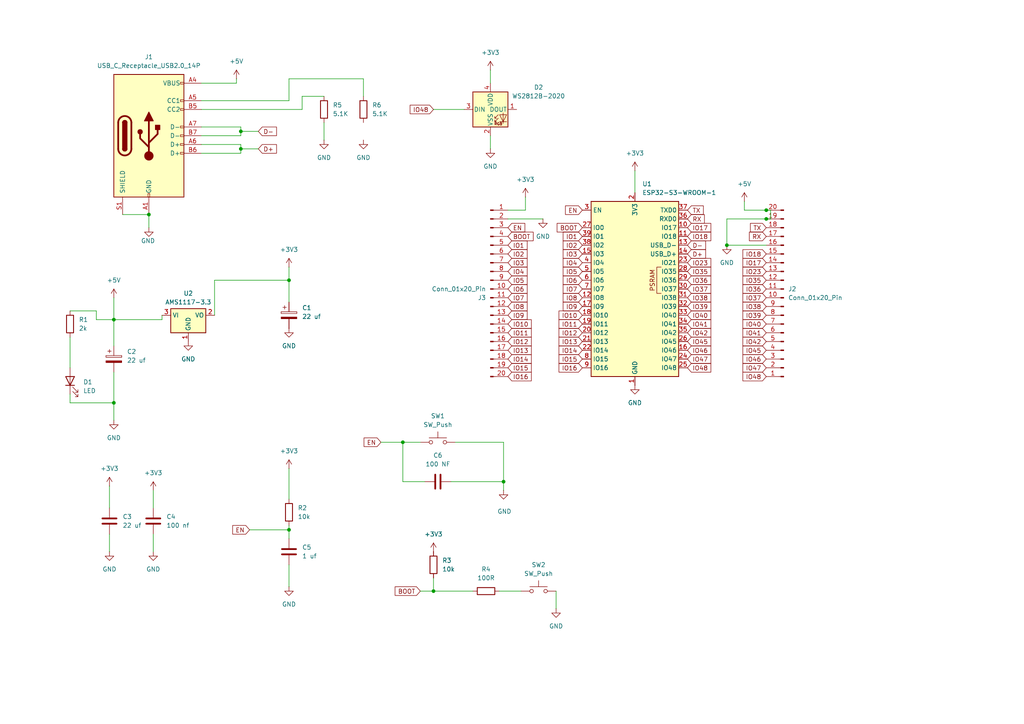
<source format=kicad_sch>
(kicad_sch
	(version 20250114)
	(generator "eeschema")
	(generator_version "9.0")
	(uuid "150b4995-167f-4263-ab95-3ad14c82eb9b")
	(paper "A4")
	(lib_symbols
		(symbol "Connector:Conn_01x20_Pin"
			(pin_names
				(offset 1.016)
				(hide yes)
			)
			(exclude_from_sim no)
			(in_bom yes)
			(on_board yes)
			(property "Reference" "J"
				(at 0 25.4 0)
				(effects
					(font
						(size 1.27 1.27)
					)
				)
			)
			(property "Value" "Conn_01x20_Pin"
				(at 0 -27.94 0)
				(effects
					(font
						(size 1.27 1.27)
					)
				)
			)
			(property "Footprint" ""
				(at 0 0 0)
				(effects
					(font
						(size 1.27 1.27)
					)
					(hide yes)
				)
			)
			(property "Datasheet" "~"
				(at 0 0 0)
				(effects
					(font
						(size 1.27 1.27)
					)
					(hide yes)
				)
			)
			(property "Description" "Generic connector, single row, 01x20, script generated"
				(at 0 0 0)
				(effects
					(font
						(size 1.27 1.27)
					)
					(hide yes)
				)
			)
			(property "ki_locked" ""
				(at 0 0 0)
				(effects
					(font
						(size 1.27 1.27)
					)
				)
			)
			(property "ki_keywords" "connector"
				(at 0 0 0)
				(effects
					(font
						(size 1.27 1.27)
					)
					(hide yes)
				)
			)
			(property "ki_fp_filters" "Connector*:*_1x??_*"
				(at 0 0 0)
				(effects
					(font
						(size 1.27 1.27)
					)
					(hide yes)
				)
			)
			(symbol "Conn_01x20_Pin_1_1"
				(rectangle
					(start 0.8636 22.987)
					(end 0 22.733)
					(stroke
						(width 0.1524)
						(type default)
					)
					(fill
						(type outline)
					)
				)
				(rectangle
					(start 0.8636 20.447)
					(end 0 20.193)
					(stroke
						(width 0.1524)
						(type default)
					)
					(fill
						(type outline)
					)
				)
				(rectangle
					(start 0.8636 17.907)
					(end 0 17.653)
					(stroke
						(width 0.1524)
						(type default)
					)
					(fill
						(type outline)
					)
				)
				(rectangle
					(start 0.8636 15.367)
					(end 0 15.113)
					(stroke
						(width 0.1524)
						(type default)
					)
					(fill
						(type outline)
					)
				)
				(rectangle
					(start 0.8636 12.827)
					(end 0 12.573)
					(stroke
						(width 0.1524)
						(type default)
					)
					(fill
						(type outline)
					)
				)
				(rectangle
					(start 0.8636 10.287)
					(end 0 10.033)
					(stroke
						(width 0.1524)
						(type default)
					)
					(fill
						(type outline)
					)
				)
				(rectangle
					(start 0.8636 7.747)
					(end 0 7.493)
					(stroke
						(width 0.1524)
						(type default)
					)
					(fill
						(type outline)
					)
				)
				(rectangle
					(start 0.8636 5.207)
					(end 0 4.953)
					(stroke
						(width 0.1524)
						(type default)
					)
					(fill
						(type outline)
					)
				)
				(rectangle
					(start 0.8636 2.667)
					(end 0 2.413)
					(stroke
						(width 0.1524)
						(type default)
					)
					(fill
						(type outline)
					)
				)
				(rectangle
					(start 0.8636 0.127)
					(end 0 -0.127)
					(stroke
						(width 0.1524)
						(type default)
					)
					(fill
						(type outline)
					)
				)
				(rectangle
					(start 0.8636 -2.413)
					(end 0 -2.667)
					(stroke
						(width 0.1524)
						(type default)
					)
					(fill
						(type outline)
					)
				)
				(rectangle
					(start 0.8636 -4.953)
					(end 0 -5.207)
					(stroke
						(width 0.1524)
						(type default)
					)
					(fill
						(type outline)
					)
				)
				(rectangle
					(start 0.8636 -7.493)
					(end 0 -7.747)
					(stroke
						(width 0.1524)
						(type default)
					)
					(fill
						(type outline)
					)
				)
				(rectangle
					(start 0.8636 -10.033)
					(end 0 -10.287)
					(stroke
						(width 0.1524)
						(type default)
					)
					(fill
						(type outline)
					)
				)
				(rectangle
					(start 0.8636 -12.573)
					(end 0 -12.827)
					(stroke
						(width 0.1524)
						(type default)
					)
					(fill
						(type outline)
					)
				)
				(rectangle
					(start 0.8636 -15.113)
					(end 0 -15.367)
					(stroke
						(width 0.1524)
						(type default)
					)
					(fill
						(type outline)
					)
				)
				(rectangle
					(start 0.8636 -17.653)
					(end 0 -17.907)
					(stroke
						(width 0.1524)
						(type default)
					)
					(fill
						(type outline)
					)
				)
				(rectangle
					(start 0.8636 -20.193)
					(end 0 -20.447)
					(stroke
						(width 0.1524)
						(type default)
					)
					(fill
						(type outline)
					)
				)
				(rectangle
					(start 0.8636 -22.733)
					(end 0 -22.987)
					(stroke
						(width 0.1524)
						(type default)
					)
					(fill
						(type outline)
					)
				)
				(rectangle
					(start 0.8636 -25.273)
					(end 0 -25.527)
					(stroke
						(width 0.1524)
						(type default)
					)
					(fill
						(type outline)
					)
				)
				(polyline
					(pts
						(xy 1.27 22.86) (xy 0.8636 22.86)
					)
					(stroke
						(width 0.1524)
						(type default)
					)
					(fill
						(type none)
					)
				)
				(polyline
					(pts
						(xy 1.27 20.32) (xy 0.8636 20.32)
					)
					(stroke
						(width 0.1524)
						(type default)
					)
					(fill
						(type none)
					)
				)
				(polyline
					(pts
						(xy 1.27 17.78) (xy 0.8636 17.78)
					)
					(stroke
						(width 0.1524)
						(type default)
					)
					(fill
						(type none)
					)
				)
				(polyline
					(pts
						(xy 1.27 15.24) (xy 0.8636 15.24)
					)
					(stroke
						(width 0.1524)
						(type default)
					)
					(fill
						(type none)
					)
				)
				(polyline
					(pts
						(xy 1.27 12.7) (xy 0.8636 12.7)
					)
					(stroke
						(width 0.1524)
						(type default)
					)
					(fill
						(type none)
					)
				)
				(polyline
					(pts
						(xy 1.27 10.16) (xy 0.8636 10.16)
					)
					(stroke
						(width 0.1524)
						(type default)
					)
					(fill
						(type none)
					)
				)
				(polyline
					(pts
						(xy 1.27 7.62) (xy 0.8636 7.62)
					)
					(stroke
						(width 0.1524)
						(type default)
					)
					(fill
						(type none)
					)
				)
				(polyline
					(pts
						(xy 1.27 5.08) (xy 0.8636 5.08)
					)
					(stroke
						(width 0.1524)
						(type default)
					)
					(fill
						(type none)
					)
				)
				(polyline
					(pts
						(xy 1.27 2.54) (xy 0.8636 2.54)
					)
					(stroke
						(width 0.1524)
						(type default)
					)
					(fill
						(type none)
					)
				)
				(polyline
					(pts
						(xy 1.27 0) (xy 0.8636 0)
					)
					(stroke
						(width 0.1524)
						(type default)
					)
					(fill
						(type none)
					)
				)
				(polyline
					(pts
						(xy 1.27 -2.54) (xy 0.8636 -2.54)
					)
					(stroke
						(width 0.1524)
						(type default)
					)
					(fill
						(type none)
					)
				)
				(polyline
					(pts
						(xy 1.27 -5.08) (xy 0.8636 -5.08)
					)
					(stroke
						(width 0.1524)
						(type default)
					)
					(fill
						(type none)
					)
				)
				(polyline
					(pts
						(xy 1.27 -7.62) (xy 0.8636 -7.62)
					)
					(stroke
						(width 0.1524)
						(type default)
					)
					(fill
						(type none)
					)
				)
				(polyline
					(pts
						(xy 1.27 -10.16) (xy 0.8636 -10.16)
					)
					(stroke
						(width 0.1524)
						(type default)
					)
					(fill
						(type none)
					)
				)
				(polyline
					(pts
						(xy 1.27 -12.7) (xy 0.8636 -12.7)
					)
					(stroke
						(width 0.1524)
						(type default)
					)
					(fill
						(type none)
					)
				)
				(polyline
					(pts
						(xy 1.27 -15.24) (xy 0.8636 -15.24)
					)
					(stroke
						(width 0.1524)
						(type default)
					)
					(fill
						(type none)
					)
				)
				(polyline
					(pts
						(xy 1.27 -17.78) (xy 0.8636 -17.78)
					)
					(stroke
						(width 0.1524)
						(type default)
					)
					(fill
						(type none)
					)
				)
				(polyline
					(pts
						(xy 1.27 -20.32) (xy 0.8636 -20.32)
					)
					(stroke
						(width 0.1524)
						(type default)
					)
					(fill
						(type none)
					)
				)
				(polyline
					(pts
						(xy 1.27 -22.86) (xy 0.8636 -22.86)
					)
					(stroke
						(width 0.1524)
						(type default)
					)
					(fill
						(type none)
					)
				)
				(polyline
					(pts
						(xy 1.27 -25.4) (xy 0.8636 -25.4)
					)
					(stroke
						(width 0.1524)
						(type default)
					)
					(fill
						(type none)
					)
				)
				(pin passive line
					(at 5.08 22.86 180)
					(length 3.81)
					(name "Pin_1"
						(effects
							(font
								(size 1.27 1.27)
							)
						)
					)
					(number "1"
						(effects
							(font
								(size 1.27 1.27)
							)
						)
					)
				)
				(pin passive line
					(at 5.08 20.32 180)
					(length 3.81)
					(name "Pin_2"
						(effects
							(font
								(size 1.27 1.27)
							)
						)
					)
					(number "2"
						(effects
							(font
								(size 1.27 1.27)
							)
						)
					)
				)
				(pin passive line
					(at 5.08 17.78 180)
					(length 3.81)
					(name "Pin_3"
						(effects
							(font
								(size 1.27 1.27)
							)
						)
					)
					(number "3"
						(effects
							(font
								(size 1.27 1.27)
							)
						)
					)
				)
				(pin passive line
					(at 5.08 15.24 180)
					(length 3.81)
					(name "Pin_4"
						(effects
							(font
								(size 1.27 1.27)
							)
						)
					)
					(number "4"
						(effects
							(font
								(size 1.27 1.27)
							)
						)
					)
				)
				(pin passive line
					(at 5.08 12.7 180)
					(length 3.81)
					(name "Pin_5"
						(effects
							(font
								(size 1.27 1.27)
							)
						)
					)
					(number "5"
						(effects
							(font
								(size 1.27 1.27)
							)
						)
					)
				)
				(pin passive line
					(at 5.08 10.16 180)
					(length 3.81)
					(name "Pin_6"
						(effects
							(font
								(size 1.27 1.27)
							)
						)
					)
					(number "6"
						(effects
							(font
								(size 1.27 1.27)
							)
						)
					)
				)
				(pin passive line
					(at 5.08 7.62 180)
					(length 3.81)
					(name "Pin_7"
						(effects
							(font
								(size 1.27 1.27)
							)
						)
					)
					(number "7"
						(effects
							(font
								(size 1.27 1.27)
							)
						)
					)
				)
				(pin passive line
					(at 5.08 5.08 180)
					(length 3.81)
					(name "Pin_8"
						(effects
							(font
								(size 1.27 1.27)
							)
						)
					)
					(number "8"
						(effects
							(font
								(size 1.27 1.27)
							)
						)
					)
				)
				(pin passive line
					(at 5.08 2.54 180)
					(length 3.81)
					(name "Pin_9"
						(effects
							(font
								(size 1.27 1.27)
							)
						)
					)
					(number "9"
						(effects
							(font
								(size 1.27 1.27)
							)
						)
					)
				)
				(pin passive line
					(at 5.08 0 180)
					(length 3.81)
					(name "Pin_10"
						(effects
							(font
								(size 1.27 1.27)
							)
						)
					)
					(number "10"
						(effects
							(font
								(size 1.27 1.27)
							)
						)
					)
				)
				(pin passive line
					(at 5.08 -2.54 180)
					(length 3.81)
					(name "Pin_11"
						(effects
							(font
								(size 1.27 1.27)
							)
						)
					)
					(number "11"
						(effects
							(font
								(size 1.27 1.27)
							)
						)
					)
				)
				(pin passive line
					(at 5.08 -5.08 180)
					(length 3.81)
					(name "Pin_12"
						(effects
							(font
								(size 1.27 1.27)
							)
						)
					)
					(number "12"
						(effects
							(font
								(size 1.27 1.27)
							)
						)
					)
				)
				(pin passive line
					(at 5.08 -7.62 180)
					(length 3.81)
					(name "Pin_13"
						(effects
							(font
								(size 1.27 1.27)
							)
						)
					)
					(number "13"
						(effects
							(font
								(size 1.27 1.27)
							)
						)
					)
				)
				(pin passive line
					(at 5.08 -10.16 180)
					(length 3.81)
					(name "Pin_14"
						(effects
							(font
								(size 1.27 1.27)
							)
						)
					)
					(number "14"
						(effects
							(font
								(size 1.27 1.27)
							)
						)
					)
				)
				(pin passive line
					(at 5.08 -12.7 180)
					(length 3.81)
					(name "Pin_15"
						(effects
							(font
								(size 1.27 1.27)
							)
						)
					)
					(number "15"
						(effects
							(font
								(size 1.27 1.27)
							)
						)
					)
				)
				(pin passive line
					(at 5.08 -15.24 180)
					(length 3.81)
					(name "Pin_16"
						(effects
							(font
								(size 1.27 1.27)
							)
						)
					)
					(number "16"
						(effects
							(font
								(size 1.27 1.27)
							)
						)
					)
				)
				(pin passive line
					(at 5.08 -17.78 180)
					(length 3.81)
					(name "Pin_17"
						(effects
							(font
								(size 1.27 1.27)
							)
						)
					)
					(number "17"
						(effects
							(font
								(size 1.27 1.27)
							)
						)
					)
				)
				(pin passive line
					(at 5.08 -20.32 180)
					(length 3.81)
					(name "Pin_18"
						(effects
							(font
								(size 1.27 1.27)
							)
						)
					)
					(number "18"
						(effects
							(font
								(size 1.27 1.27)
							)
						)
					)
				)
				(pin passive line
					(at 5.08 -22.86 180)
					(length 3.81)
					(name "Pin_19"
						(effects
							(font
								(size 1.27 1.27)
							)
						)
					)
					(number "19"
						(effects
							(font
								(size 1.27 1.27)
							)
						)
					)
				)
				(pin passive line
					(at 5.08 -25.4 180)
					(length 3.81)
					(name "Pin_20"
						(effects
							(font
								(size 1.27 1.27)
							)
						)
					)
					(number "20"
						(effects
							(font
								(size 1.27 1.27)
							)
						)
					)
				)
			)
			(embedded_fonts no)
		)
		(symbol "Connector:USB_C_Receptacle_USB2.0_14P"
			(pin_names
				(offset 1.016)
			)
			(exclude_from_sim no)
			(in_bom yes)
			(on_board yes)
			(property "Reference" "J"
				(at 0 22.225 0)
				(effects
					(font
						(size 1.27 1.27)
					)
				)
			)
			(property "Value" "USB_C_Receptacle_USB2.0_14P"
				(at 0 19.685 0)
				(effects
					(font
						(size 1.27 1.27)
					)
				)
			)
			(property "Footprint" ""
				(at 3.81 0 0)
				(effects
					(font
						(size 1.27 1.27)
					)
					(hide yes)
				)
			)
			(property "Datasheet" "https://www.usb.org/sites/default/files/documents/usb_type-c.zip"
				(at 3.81 0 0)
				(effects
					(font
						(size 1.27 1.27)
					)
					(hide yes)
				)
			)
			(property "Description" "USB 2.0-only 14P Type-C Receptacle connector"
				(at 0 0 0)
				(effects
					(font
						(size 1.27 1.27)
					)
					(hide yes)
				)
			)
			(property "ki_keywords" "usb universal serial bus type-C USB2.0"
				(at 0 0 0)
				(effects
					(font
						(size 1.27 1.27)
					)
					(hide yes)
				)
			)
			(property "ki_fp_filters" "USB*C*Receptacle*"
				(at 0 0 0)
				(effects
					(font
						(size 1.27 1.27)
					)
					(hide yes)
				)
			)
			(symbol "USB_C_Receptacle_USB2.0_14P_0_0"
				(rectangle
					(start -0.254 -17.78)
					(end 0.254 -16.764)
					(stroke
						(width 0)
						(type default)
					)
					(fill
						(type none)
					)
				)
				(rectangle
					(start 10.16 15.494)
					(end 9.144 14.986)
					(stroke
						(width 0)
						(type default)
					)
					(fill
						(type none)
					)
				)
				(rectangle
					(start 10.16 10.414)
					(end 9.144 9.906)
					(stroke
						(width 0)
						(type default)
					)
					(fill
						(type none)
					)
				)
				(rectangle
					(start 10.16 7.874)
					(end 9.144 7.366)
					(stroke
						(width 0)
						(type default)
					)
					(fill
						(type none)
					)
				)
				(rectangle
					(start 10.16 2.794)
					(end 9.144 2.286)
					(stroke
						(width 0)
						(type default)
					)
					(fill
						(type none)
					)
				)
				(rectangle
					(start 10.16 0.254)
					(end 9.144 -0.254)
					(stroke
						(width 0)
						(type default)
					)
					(fill
						(type none)
					)
				)
				(rectangle
					(start 10.16 -2.286)
					(end 9.144 -2.794)
					(stroke
						(width 0)
						(type default)
					)
					(fill
						(type none)
					)
				)
				(rectangle
					(start 10.16 -4.826)
					(end 9.144 -5.334)
					(stroke
						(width 0)
						(type default)
					)
					(fill
						(type none)
					)
				)
			)
			(symbol "USB_C_Receptacle_USB2.0_14P_0_1"
				(rectangle
					(start -10.16 17.78)
					(end 10.16 -17.78)
					(stroke
						(width 0.254)
						(type default)
					)
					(fill
						(type background)
					)
				)
				(polyline
					(pts
						(xy -8.89 -3.81) (xy -8.89 3.81)
					)
					(stroke
						(width 0.508)
						(type default)
					)
					(fill
						(type none)
					)
				)
				(rectangle
					(start -7.62 -3.81)
					(end -6.35 3.81)
					(stroke
						(width 0.254)
						(type default)
					)
					(fill
						(type outline)
					)
				)
				(arc
					(start -7.62 3.81)
					(mid -6.985 4.4423)
					(end -6.35 3.81)
					(stroke
						(width 0.254)
						(type default)
					)
					(fill
						(type none)
					)
				)
				(arc
					(start -7.62 3.81)
					(mid -6.985 4.4423)
					(end -6.35 3.81)
					(stroke
						(width 0.254)
						(type default)
					)
					(fill
						(type outline)
					)
				)
				(arc
					(start -8.89 3.81)
					(mid -6.985 5.7067)
					(end -5.08 3.81)
					(stroke
						(width 0.508)
						(type default)
					)
					(fill
						(type none)
					)
				)
				(arc
					(start -5.08 -3.81)
					(mid -6.985 -5.7067)
					(end -8.89 -3.81)
					(stroke
						(width 0.508)
						(type default)
					)
					(fill
						(type none)
					)
				)
				(arc
					(start -6.35 -3.81)
					(mid -6.985 -4.4423)
					(end -7.62 -3.81)
					(stroke
						(width 0.254)
						(type default)
					)
					(fill
						(type none)
					)
				)
				(arc
					(start -6.35 -3.81)
					(mid -6.985 -4.4423)
					(end -7.62 -3.81)
					(stroke
						(width 0.254)
						(type default)
					)
					(fill
						(type outline)
					)
				)
				(polyline
					(pts
						(xy -5.08 3.81) (xy -5.08 -3.81)
					)
					(stroke
						(width 0.508)
						(type default)
					)
					(fill
						(type none)
					)
				)
				(circle
					(center -2.54 1.143)
					(radius 0.635)
					(stroke
						(width 0.254)
						(type default)
					)
					(fill
						(type outline)
					)
				)
				(polyline
					(pts
						(xy -1.27 4.318) (xy 0 6.858) (xy 1.27 4.318) (xy -1.27 4.318)
					)
					(stroke
						(width 0.254)
						(type default)
					)
					(fill
						(type outline)
					)
				)
				(polyline
					(pts
						(xy 0 -2.032) (xy 2.54 0.508) (xy 2.54 1.778)
					)
					(stroke
						(width 0.508)
						(type default)
					)
					(fill
						(type none)
					)
				)
				(polyline
					(pts
						(xy 0 -3.302) (xy -2.54 -0.762) (xy -2.54 0.508)
					)
					(stroke
						(width 0.508)
						(type default)
					)
					(fill
						(type none)
					)
				)
				(polyline
					(pts
						(xy 0 -5.842) (xy 0 4.318)
					)
					(stroke
						(width 0.508)
						(type default)
					)
					(fill
						(type none)
					)
				)
				(circle
					(center 0 -5.842)
					(radius 1.27)
					(stroke
						(width 0)
						(type default)
					)
					(fill
						(type outline)
					)
				)
				(rectangle
					(start 1.905 1.778)
					(end 3.175 3.048)
					(stroke
						(width 0.254)
						(type default)
					)
					(fill
						(type outline)
					)
				)
			)
			(symbol "USB_C_Receptacle_USB2.0_14P_1_1"
				(pin passive line
					(at -7.62 -22.86 90)
					(length 5.08)
					(name "SHIELD"
						(effects
							(font
								(size 1.27 1.27)
							)
						)
					)
					(number "S1"
						(effects
							(font
								(size 1.27 1.27)
							)
						)
					)
				)
				(pin passive line
					(at 0 -22.86 90)
					(length 5.08)
					(name "GND"
						(effects
							(font
								(size 1.27 1.27)
							)
						)
					)
					(number "A1"
						(effects
							(font
								(size 1.27 1.27)
							)
						)
					)
				)
				(pin passive line
					(at 0 -22.86 90)
					(length 5.08)
					(hide yes)
					(name "GND"
						(effects
							(font
								(size 1.27 1.27)
							)
						)
					)
					(number "A12"
						(effects
							(font
								(size 1.27 1.27)
							)
						)
					)
				)
				(pin passive line
					(at 0 -22.86 90)
					(length 5.08)
					(hide yes)
					(name "GND"
						(effects
							(font
								(size 1.27 1.27)
							)
						)
					)
					(number "B1"
						(effects
							(font
								(size 1.27 1.27)
							)
						)
					)
				)
				(pin passive line
					(at 0 -22.86 90)
					(length 5.08)
					(hide yes)
					(name "GND"
						(effects
							(font
								(size 1.27 1.27)
							)
						)
					)
					(number "B12"
						(effects
							(font
								(size 1.27 1.27)
							)
						)
					)
				)
				(pin passive line
					(at 15.24 15.24 180)
					(length 5.08)
					(name "VBUS"
						(effects
							(font
								(size 1.27 1.27)
							)
						)
					)
					(number "A4"
						(effects
							(font
								(size 1.27 1.27)
							)
						)
					)
				)
				(pin passive line
					(at 15.24 15.24 180)
					(length 5.08)
					(hide yes)
					(name "VBUS"
						(effects
							(font
								(size 1.27 1.27)
							)
						)
					)
					(number "A9"
						(effects
							(font
								(size 1.27 1.27)
							)
						)
					)
				)
				(pin passive line
					(at 15.24 15.24 180)
					(length 5.08)
					(hide yes)
					(name "VBUS"
						(effects
							(font
								(size 1.27 1.27)
							)
						)
					)
					(number "B4"
						(effects
							(font
								(size 1.27 1.27)
							)
						)
					)
				)
				(pin passive line
					(at 15.24 15.24 180)
					(length 5.08)
					(hide yes)
					(name "VBUS"
						(effects
							(font
								(size 1.27 1.27)
							)
						)
					)
					(number "B9"
						(effects
							(font
								(size 1.27 1.27)
							)
						)
					)
				)
				(pin bidirectional line
					(at 15.24 10.16 180)
					(length 5.08)
					(name "CC1"
						(effects
							(font
								(size 1.27 1.27)
							)
						)
					)
					(number "A5"
						(effects
							(font
								(size 1.27 1.27)
							)
						)
					)
				)
				(pin bidirectional line
					(at 15.24 7.62 180)
					(length 5.08)
					(name "CC2"
						(effects
							(font
								(size 1.27 1.27)
							)
						)
					)
					(number "B5"
						(effects
							(font
								(size 1.27 1.27)
							)
						)
					)
				)
				(pin bidirectional line
					(at 15.24 2.54 180)
					(length 5.08)
					(name "D-"
						(effects
							(font
								(size 1.27 1.27)
							)
						)
					)
					(number "A7"
						(effects
							(font
								(size 1.27 1.27)
							)
						)
					)
				)
				(pin bidirectional line
					(at 15.24 0 180)
					(length 5.08)
					(name "D-"
						(effects
							(font
								(size 1.27 1.27)
							)
						)
					)
					(number "B7"
						(effects
							(font
								(size 1.27 1.27)
							)
						)
					)
				)
				(pin bidirectional line
					(at 15.24 -2.54 180)
					(length 5.08)
					(name "D+"
						(effects
							(font
								(size 1.27 1.27)
							)
						)
					)
					(number "A6"
						(effects
							(font
								(size 1.27 1.27)
							)
						)
					)
				)
				(pin bidirectional line
					(at 15.24 -5.08 180)
					(length 5.08)
					(name "D+"
						(effects
							(font
								(size 1.27 1.27)
							)
						)
					)
					(number "B6"
						(effects
							(font
								(size 1.27 1.27)
							)
						)
					)
				)
			)
			(embedded_fonts no)
		)
		(symbol "Device:C"
			(pin_numbers
				(hide yes)
			)
			(pin_names
				(offset 0.254)
			)
			(exclude_from_sim no)
			(in_bom yes)
			(on_board yes)
			(property "Reference" "C"
				(at 0.635 2.54 0)
				(effects
					(font
						(size 1.27 1.27)
					)
					(justify left)
				)
			)
			(property "Value" "C"
				(at 0.635 -2.54 0)
				(effects
					(font
						(size 1.27 1.27)
					)
					(justify left)
				)
			)
			(property "Footprint" ""
				(at 0.9652 -3.81 0)
				(effects
					(font
						(size 1.27 1.27)
					)
					(hide yes)
				)
			)
			(property "Datasheet" "~"
				(at 0 0 0)
				(effects
					(font
						(size 1.27 1.27)
					)
					(hide yes)
				)
			)
			(property "Description" "Unpolarized capacitor"
				(at 0 0 0)
				(effects
					(font
						(size 1.27 1.27)
					)
					(hide yes)
				)
			)
			(property "ki_keywords" "cap capacitor"
				(at 0 0 0)
				(effects
					(font
						(size 1.27 1.27)
					)
					(hide yes)
				)
			)
			(property "ki_fp_filters" "C_*"
				(at 0 0 0)
				(effects
					(font
						(size 1.27 1.27)
					)
					(hide yes)
				)
			)
			(symbol "C_0_1"
				(polyline
					(pts
						(xy -2.032 0.762) (xy 2.032 0.762)
					)
					(stroke
						(width 0.508)
						(type default)
					)
					(fill
						(type none)
					)
				)
				(polyline
					(pts
						(xy -2.032 -0.762) (xy 2.032 -0.762)
					)
					(stroke
						(width 0.508)
						(type default)
					)
					(fill
						(type none)
					)
				)
			)
			(symbol "C_1_1"
				(pin passive line
					(at 0 3.81 270)
					(length 2.794)
					(name "~"
						(effects
							(font
								(size 1.27 1.27)
							)
						)
					)
					(number "1"
						(effects
							(font
								(size 1.27 1.27)
							)
						)
					)
				)
				(pin passive line
					(at 0 -3.81 90)
					(length 2.794)
					(name "~"
						(effects
							(font
								(size 1.27 1.27)
							)
						)
					)
					(number "2"
						(effects
							(font
								(size 1.27 1.27)
							)
						)
					)
				)
			)
			(embedded_fonts no)
		)
		(symbol "Device:C_Polarized"
			(pin_numbers
				(hide yes)
			)
			(pin_names
				(offset 0.254)
			)
			(exclude_from_sim no)
			(in_bom yes)
			(on_board yes)
			(property "Reference" "C"
				(at 0.635 2.54 0)
				(effects
					(font
						(size 1.27 1.27)
					)
					(justify left)
				)
			)
			(property "Value" "C_Polarized"
				(at 0.635 -2.54 0)
				(effects
					(font
						(size 1.27 1.27)
					)
					(justify left)
				)
			)
			(property "Footprint" ""
				(at 0.9652 -3.81 0)
				(effects
					(font
						(size 1.27 1.27)
					)
					(hide yes)
				)
			)
			(property "Datasheet" "~"
				(at 0 0 0)
				(effects
					(font
						(size 1.27 1.27)
					)
					(hide yes)
				)
			)
			(property "Description" "Polarized capacitor"
				(at 0 0 0)
				(effects
					(font
						(size 1.27 1.27)
					)
					(hide yes)
				)
			)
			(property "ki_keywords" "cap capacitor"
				(at 0 0 0)
				(effects
					(font
						(size 1.27 1.27)
					)
					(hide yes)
				)
			)
			(property "ki_fp_filters" "CP_*"
				(at 0 0 0)
				(effects
					(font
						(size 1.27 1.27)
					)
					(hide yes)
				)
			)
			(symbol "C_Polarized_0_1"
				(rectangle
					(start -2.286 0.508)
					(end 2.286 1.016)
					(stroke
						(width 0)
						(type default)
					)
					(fill
						(type none)
					)
				)
				(polyline
					(pts
						(xy -1.778 2.286) (xy -0.762 2.286)
					)
					(stroke
						(width 0)
						(type default)
					)
					(fill
						(type none)
					)
				)
				(polyline
					(pts
						(xy -1.27 2.794) (xy -1.27 1.778)
					)
					(stroke
						(width 0)
						(type default)
					)
					(fill
						(type none)
					)
				)
				(rectangle
					(start 2.286 -0.508)
					(end -2.286 -1.016)
					(stroke
						(width 0)
						(type default)
					)
					(fill
						(type outline)
					)
				)
			)
			(symbol "C_Polarized_1_1"
				(pin passive line
					(at 0 3.81 270)
					(length 2.794)
					(name "~"
						(effects
							(font
								(size 1.27 1.27)
							)
						)
					)
					(number "1"
						(effects
							(font
								(size 1.27 1.27)
							)
						)
					)
				)
				(pin passive line
					(at 0 -3.81 90)
					(length 2.794)
					(name "~"
						(effects
							(font
								(size 1.27 1.27)
							)
						)
					)
					(number "2"
						(effects
							(font
								(size 1.27 1.27)
							)
						)
					)
				)
			)
			(embedded_fonts no)
		)
		(symbol "Device:LED"
			(pin_numbers
				(hide yes)
			)
			(pin_names
				(offset 1.016)
				(hide yes)
			)
			(exclude_from_sim no)
			(in_bom yes)
			(on_board yes)
			(property "Reference" "D"
				(at 0 2.54 0)
				(effects
					(font
						(size 1.27 1.27)
					)
				)
			)
			(property "Value" "LED"
				(at 0 -2.54 0)
				(effects
					(font
						(size 1.27 1.27)
					)
				)
			)
			(property "Footprint" ""
				(at 0 0 0)
				(effects
					(font
						(size 1.27 1.27)
					)
					(hide yes)
				)
			)
			(property "Datasheet" "~"
				(at 0 0 0)
				(effects
					(font
						(size 1.27 1.27)
					)
					(hide yes)
				)
			)
			(property "Description" "Light emitting diode"
				(at 0 0 0)
				(effects
					(font
						(size 1.27 1.27)
					)
					(hide yes)
				)
			)
			(property "Sim.Pins" "1=K 2=A"
				(at 0 0 0)
				(effects
					(font
						(size 1.27 1.27)
					)
					(hide yes)
				)
			)
			(property "ki_keywords" "LED diode"
				(at 0 0 0)
				(effects
					(font
						(size 1.27 1.27)
					)
					(hide yes)
				)
			)
			(property "ki_fp_filters" "LED* LED_SMD:* LED_THT:*"
				(at 0 0 0)
				(effects
					(font
						(size 1.27 1.27)
					)
					(hide yes)
				)
			)
			(symbol "LED_0_1"
				(polyline
					(pts
						(xy -3.048 -0.762) (xy -4.572 -2.286) (xy -3.81 -2.286) (xy -4.572 -2.286) (xy -4.572 -1.524)
					)
					(stroke
						(width 0)
						(type default)
					)
					(fill
						(type none)
					)
				)
				(polyline
					(pts
						(xy -1.778 -0.762) (xy -3.302 -2.286) (xy -2.54 -2.286) (xy -3.302 -2.286) (xy -3.302 -1.524)
					)
					(stroke
						(width 0)
						(type default)
					)
					(fill
						(type none)
					)
				)
				(polyline
					(pts
						(xy -1.27 0) (xy 1.27 0)
					)
					(stroke
						(width 0)
						(type default)
					)
					(fill
						(type none)
					)
				)
				(polyline
					(pts
						(xy -1.27 -1.27) (xy -1.27 1.27)
					)
					(stroke
						(width 0.254)
						(type default)
					)
					(fill
						(type none)
					)
				)
				(polyline
					(pts
						(xy 1.27 -1.27) (xy 1.27 1.27) (xy -1.27 0) (xy 1.27 -1.27)
					)
					(stroke
						(width 0.254)
						(type default)
					)
					(fill
						(type none)
					)
				)
			)
			(symbol "LED_1_1"
				(pin passive line
					(at -3.81 0 0)
					(length 2.54)
					(name "K"
						(effects
							(font
								(size 1.27 1.27)
							)
						)
					)
					(number "1"
						(effects
							(font
								(size 1.27 1.27)
							)
						)
					)
				)
				(pin passive line
					(at 3.81 0 180)
					(length 2.54)
					(name "A"
						(effects
							(font
								(size 1.27 1.27)
							)
						)
					)
					(number "2"
						(effects
							(font
								(size 1.27 1.27)
							)
						)
					)
				)
			)
			(embedded_fonts no)
		)
		(symbol "Device:R"
			(pin_numbers
				(hide yes)
			)
			(pin_names
				(offset 0)
			)
			(exclude_from_sim no)
			(in_bom yes)
			(on_board yes)
			(property "Reference" "R"
				(at 2.032 0 90)
				(effects
					(font
						(size 1.27 1.27)
					)
				)
			)
			(property "Value" "R"
				(at 0 0 90)
				(effects
					(font
						(size 1.27 1.27)
					)
				)
			)
			(property "Footprint" ""
				(at -1.778 0 90)
				(effects
					(font
						(size 1.27 1.27)
					)
					(hide yes)
				)
			)
			(property "Datasheet" "~"
				(at 0 0 0)
				(effects
					(font
						(size 1.27 1.27)
					)
					(hide yes)
				)
			)
			(property "Description" "Resistor"
				(at 0 0 0)
				(effects
					(font
						(size 1.27 1.27)
					)
					(hide yes)
				)
			)
			(property "ki_keywords" "R res resistor"
				(at 0 0 0)
				(effects
					(font
						(size 1.27 1.27)
					)
					(hide yes)
				)
			)
			(property "ki_fp_filters" "R_*"
				(at 0 0 0)
				(effects
					(font
						(size 1.27 1.27)
					)
					(hide yes)
				)
			)
			(symbol "R_0_1"
				(rectangle
					(start -1.016 -2.54)
					(end 1.016 2.54)
					(stroke
						(width 0.254)
						(type default)
					)
					(fill
						(type none)
					)
				)
			)
			(symbol "R_1_1"
				(pin passive line
					(at 0 3.81 270)
					(length 1.27)
					(name "~"
						(effects
							(font
								(size 1.27 1.27)
							)
						)
					)
					(number "1"
						(effects
							(font
								(size 1.27 1.27)
							)
						)
					)
				)
				(pin passive line
					(at 0 -3.81 90)
					(length 1.27)
					(name "~"
						(effects
							(font
								(size 1.27 1.27)
							)
						)
					)
					(number "2"
						(effects
							(font
								(size 1.27 1.27)
							)
						)
					)
				)
			)
			(embedded_fonts no)
		)
		(symbol "LED:WS2812B-2020"
			(pin_names
				(offset 0.254)
			)
			(exclude_from_sim no)
			(in_bom yes)
			(on_board yes)
			(property "Reference" "D"
				(at 5.08 5.715 0)
				(effects
					(font
						(size 1.27 1.27)
					)
					(justify right bottom)
				)
			)
			(property "Value" "WS2812B-2020"
				(at 1.27 -5.715 0)
				(effects
					(font
						(size 1.27 1.27)
					)
					(justify left top)
				)
			)
			(property "Footprint" "LED_SMD:LED_WS2812B-2020_PLCC4_2.0x2.0mm"
				(at 1.27 -7.62 0)
				(effects
					(font
						(size 1.27 1.27)
					)
					(justify left top)
					(hide yes)
				)
			)
			(property "Datasheet" "https://cdn-shop.adafruit.com/product-files/4684/4684_WS2812B-2020_V1.3_EN.pdf"
				(at 2.54 -9.525 0)
				(effects
					(font
						(size 1.27 1.27)
					)
					(justify left top)
					(hide yes)
				)
			)
			(property "Description" "RGB LED with integrated controller, 2.0 x 2.0 mm, 12 mA"
				(at 0 0 0)
				(effects
					(font
						(size 1.27 1.27)
					)
					(hide yes)
				)
			)
			(property "ki_keywords" "RGB LED NeoPixel Nano addressable"
				(at 0 0 0)
				(effects
					(font
						(size 1.27 1.27)
					)
					(hide yes)
				)
			)
			(property "ki_fp_filters" "LED*WS2812*-2020_PLCC4*"
				(at 0 0 0)
				(effects
					(font
						(size 1.27 1.27)
					)
					(hide yes)
				)
			)
			(symbol "WS2812B-2020_0_0"
				(text "RGB"
					(at 2.286 -4.191 0)
					(effects
						(font
							(size 0.762 0.762)
						)
					)
				)
			)
			(symbol "WS2812B-2020_0_1"
				(polyline
					(pts
						(xy 1.27 -2.54) (xy 1.778 -2.54)
					)
					(stroke
						(width 0)
						(type default)
					)
					(fill
						(type none)
					)
				)
				(polyline
					(pts
						(xy 1.27 -3.556) (xy 1.778 -3.556)
					)
					(stroke
						(width 0)
						(type default)
					)
					(fill
						(type none)
					)
				)
				(polyline
					(pts
						(xy 2.286 -1.524) (xy 1.27 -2.54) (xy 1.27 -2.032)
					)
					(stroke
						(width 0)
						(type default)
					)
					(fill
						(type none)
					)
				)
				(polyline
					(pts
						(xy 2.286 -2.54) (xy 1.27 -3.556) (xy 1.27 -3.048)
					)
					(stroke
						(width 0)
						(type default)
					)
					(fill
						(type none)
					)
				)
				(polyline
					(pts
						(xy 3.683 -1.016) (xy 3.683 -3.556) (xy 3.683 -4.064)
					)
					(stroke
						(width 0)
						(type default)
					)
					(fill
						(type none)
					)
				)
				(polyline
					(pts
						(xy 4.699 -1.524) (xy 2.667 -1.524) (xy 3.683 -3.556) (xy 4.699 -1.524)
					)
					(stroke
						(width 0)
						(type default)
					)
					(fill
						(type none)
					)
				)
				(polyline
					(pts
						(xy 4.699 -3.556) (xy 2.667 -3.556)
					)
					(stroke
						(width 0)
						(type default)
					)
					(fill
						(type none)
					)
				)
				(rectangle
					(start 5.08 5.08)
					(end -5.08 -5.08)
					(stroke
						(width 0.254)
						(type default)
					)
					(fill
						(type background)
					)
				)
			)
			(symbol "WS2812B-2020_1_1"
				(pin input line
					(at -7.62 0 0)
					(length 2.54)
					(name "DIN"
						(effects
							(font
								(size 1.27 1.27)
							)
						)
					)
					(number "3"
						(effects
							(font
								(size 1.27 1.27)
							)
						)
					)
				)
				(pin power_in line
					(at 0 7.62 270)
					(length 2.54)
					(name "VDD"
						(effects
							(font
								(size 1.27 1.27)
							)
						)
					)
					(number "4"
						(effects
							(font
								(size 1.27 1.27)
							)
						)
					)
				)
				(pin power_in line
					(at 0 -7.62 90)
					(length 2.54)
					(name "VSS"
						(effects
							(font
								(size 1.27 1.27)
							)
						)
					)
					(number "2"
						(effects
							(font
								(size 1.27 1.27)
							)
						)
					)
				)
				(pin output line
					(at 7.62 0 180)
					(length 2.54)
					(name "DOUT"
						(effects
							(font
								(size 1.27 1.27)
							)
						)
					)
					(number "1"
						(effects
							(font
								(size 1.27 1.27)
							)
						)
					)
				)
			)
			(embedded_fonts no)
		)
		(symbol "RF_Module:ESP32-S3-WROOM-1"
			(exclude_from_sim no)
			(in_bom yes)
			(on_board yes)
			(property "Reference" "U"
				(at -12.7 26.67 0)
				(effects
					(font
						(size 1.27 1.27)
					)
				)
			)
			(property "Value" "ESP32-S3-WROOM-1"
				(at 12.7 26.67 0)
				(effects
					(font
						(size 1.27 1.27)
					)
				)
			)
			(property "Footprint" "RF_Module:ESP32-S3-WROOM-1"
				(at 0 2.54 0)
				(effects
					(font
						(size 1.27 1.27)
					)
					(hide yes)
				)
			)
			(property "Datasheet" "https://www.espressif.com/sites/default/files/documentation/esp32-s3-wroom-1_wroom-1u_datasheet_en.pdf"
				(at 0 0 0)
				(effects
					(font
						(size 1.27 1.27)
					)
					(hide yes)
				)
			)
			(property "Description" "RF Module, ESP32-S3 SoC, Wi-Fi 802.11b/g/n, Bluetooth, BLE, 32-bit, 3.3V, onboard antenna, SMD"
				(at 0 0 0)
				(effects
					(font
						(size 1.27 1.27)
					)
					(hide yes)
				)
			)
			(property "ki_keywords" "RF Radio BT ESP ESP32-S3 Espressif onboard PCB antenna"
				(at 0 0 0)
				(effects
					(font
						(size 1.27 1.27)
					)
					(hide yes)
				)
			)
			(property "ki_fp_filters" "ESP32?S3?WROOM?1*"
				(at 0 0 0)
				(effects
					(font
						(size 1.27 1.27)
					)
					(hide yes)
				)
			)
			(symbol "ESP32-S3-WROOM-1_0_0"
				(rectangle
					(start -12.7 25.4)
					(end 12.7 -25.4)
					(stroke
						(width 0.254)
						(type default)
					)
					(fill
						(type background)
					)
				)
				(text "PSRAM"
					(at 5.08 2.54 900)
					(effects
						(font
							(size 1.27 1.27)
						)
					)
				)
			)
			(symbol "ESP32-S3-WROOM-1_0_1"
				(polyline
					(pts
						(xy 7.62 -1.27) (xy 6.35 -1.27) (xy 6.35 6.35) (xy 7.62 6.35)
					)
					(stroke
						(width 0)
						(type default)
					)
					(fill
						(type none)
					)
				)
			)
			(symbol "ESP32-S3-WROOM-1_1_1"
				(pin input line
					(at -15.24 22.86 0)
					(length 2.54)
					(name "EN"
						(effects
							(font
								(size 1.27 1.27)
							)
						)
					)
					(number "3"
						(effects
							(font
								(size 1.27 1.27)
							)
						)
					)
				)
				(pin bidirectional line
					(at -15.24 17.78 0)
					(length 2.54)
					(name "IO0"
						(effects
							(font
								(size 1.27 1.27)
							)
						)
					)
					(number "27"
						(effects
							(font
								(size 1.27 1.27)
							)
						)
					)
				)
				(pin bidirectional line
					(at -15.24 15.24 0)
					(length 2.54)
					(name "IO1"
						(effects
							(font
								(size 1.27 1.27)
							)
						)
					)
					(number "39"
						(effects
							(font
								(size 1.27 1.27)
							)
						)
					)
				)
				(pin bidirectional line
					(at -15.24 12.7 0)
					(length 2.54)
					(name "IO2"
						(effects
							(font
								(size 1.27 1.27)
							)
						)
					)
					(number "38"
						(effects
							(font
								(size 1.27 1.27)
							)
						)
					)
				)
				(pin bidirectional line
					(at -15.24 10.16 0)
					(length 2.54)
					(name "IO3"
						(effects
							(font
								(size 1.27 1.27)
							)
						)
					)
					(number "15"
						(effects
							(font
								(size 1.27 1.27)
							)
						)
					)
				)
				(pin bidirectional line
					(at -15.24 7.62 0)
					(length 2.54)
					(name "IO4"
						(effects
							(font
								(size 1.27 1.27)
							)
						)
					)
					(number "4"
						(effects
							(font
								(size 1.27 1.27)
							)
						)
					)
				)
				(pin bidirectional line
					(at -15.24 5.08 0)
					(length 2.54)
					(name "IO5"
						(effects
							(font
								(size 1.27 1.27)
							)
						)
					)
					(number "5"
						(effects
							(font
								(size 1.27 1.27)
							)
						)
					)
				)
				(pin bidirectional line
					(at -15.24 2.54 0)
					(length 2.54)
					(name "IO6"
						(effects
							(font
								(size 1.27 1.27)
							)
						)
					)
					(number "6"
						(effects
							(font
								(size 1.27 1.27)
							)
						)
					)
				)
				(pin bidirectional line
					(at -15.24 0 0)
					(length 2.54)
					(name "IO7"
						(effects
							(font
								(size 1.27 1.27)
							)
						)
					)
					(number "7"
						(effects
							(font
								(size 1.27 1.27)
							)
						)
					)
				)
				(pin bidirectional line
					(at -15.24 -2.54 0)
					(length 2.54)
					(name "IO8"
						(effects
							(font
								(size 1.27 1.27)
							)
						)
					)
					(number "12"
						(effects
							(font
								(size 1.27 1.27)
							)
						)
					)
				)
				(pin bidirectional line
					(at -15.24 -5.08 0)
					(length 2.54)
					(name "IO9"
						(effects
							(font
								(size 1.27 1.27)
							)
						)
					)
					(number "17"
						(effects
							(font
								(size 1.27 1.27)
							)
						)
					)
				)
				(pin bidirectional line
					(at -15.24 -7.62 0)
					(length 2.54)
					(name "IO10"
						(effects
							(font
								(size 1.27 1.27)
							)
						)
					)
					(number "18"
						(effects
							(font
								(size 1.27 1.27)
							)
						)
					)
				)
				(pin bidirectional line
					(at -15.24 -10.16 0)
					(length 2.54)
					(name "IO11"
						(effects
							(font
								(size 1.27 1.27)
							)
						)
					)
					(number "19"
						(effects
							(font
								(size 1.27 1.27)
							)
						)
					)
				)
				(pin bidirectional line
					(at -15.24 -12.7 0)
					(length 2.54)
					(name "IO12"
						(effects
							(font
								(size 1.27 1.27)
							)
						)
					)
					(number "20"
						(effects
							(font
								(size 1.27 1.27)
							)
						)
					)
				)
				(pin bidirectional line
					(at -15.24 -15.24 0)
					(length 2.54)
					(name "IO13"
						(effects
							(font
								(size 1.27 1.27)
							)
						)
					)
					(number "21"
						(effects
							(font
								(size 1.27 1.27)
							)
						)
					)
				)
				(pin bidirectional line
					(at -15.24 -17.78 0)
					(length 2.54)
					(name "IO14"
						(effects
							(font
								(size 1.27 1.27)
							)
						)
					)
					(number "22"
						(effects
							(font
								(size 1.27 1.27)
							)
						)
					)
				)
				(pin bidirectional line
					(at -15.24 -20.32 0)
					(length 2.54)
					(name "IO15"
						(effects
							(font
								(size 1.27 1.27)
							)
						)
					)
					(number "8"
						(effects
							(font
								(size 1.27 1.27)
							)
						)
					)
				)
				(pin bidirectional line
					(at -15.24 -22.86 0)
					(length 2.54)
					(name "IO16"
						(effects
							(font
								(size 1.27 1.27)
							)
						)
					)
					(number "9"
						(effects
							(font
								(size 1.27 1.27)
							)
						)
					)
				)
				(pin power_in line
					(at 0 27.94 270)
					(length 2.54)
					(name "3V3"
						(effects
							(font
								(size 1.27 1.27)
							)
						)
					)
					(number "2"
						(effects
							(font
								(size 1.27 1.27)
							)
						)
					)
				)
				(pin power_in line
					(at 0 -27.94 90)
					(length 2.54)
					(name "GND"
						(effects
							(font
								(size 1.27 1.27)
							)
						)
					)
					(number "1"
						(effects
							(font
								(size 1.27 1.27)
							)
						)
					)
				)
				(pin passive line
					(at 0 -27.94 90)
					(length 2.54)
					(hide yes)
					(name "GND"
						(effects
							(font
								(size 1.27 1.27)
							)
						)
					)
					(number "40"
						(effects
							(font
								(size 1.27 1.27)
							)
						)
					)
				)
				(pin passive line
					(at 0 -27.94 90)
					(length 2.54)
					(hide yes)
					(name "GND"
						(effects
							(font
								(size 1.27 1.27)
							)
						)
					)
					(number "41"
						(effects
							(font
								(size 1.27 1.27)
							)
						)
					)
				)
				(pin bidirectional line
					(at 15.24 22.86 180)
					(length 2.54)
					(name "TXD0"
						(effects
							(font
								(size 1.27 1.27)
							)
						)
					)
					(number "37"
						(effects
							(font
								(size 1.27 1.27)
							)
						)
					)
				)
				(pin bidirectional line
					(at 15.24 20.32 180)
					(length 2.54)
					(name "RXD0"
						(effects
							(font
								(size 1.27 1.27)
							)
						)
					)
					(number "36"
						(effects
							(font
								(size 1.27 1.27)
							)
						)
					)
				)
				(pin bidirectional line
					(at 15.24 17.78 180)
					(length 2.54)
					(name "IO17"
						(effects
							(font
								(size 1.27 1.27)
							)
						)
					)
					(number "10"
						(effects
							(font
								(size 1.27 1.27)
							)
						)
					)
				)
				(pin bidirectional line
					(at 15.24 15.24 180)
					(length 2.54)
					(name "IO18"
						(effects
							(font
								(size 1.27 1.27)
							)
						)
					)
					(number "11"
						(effects
							(font
								(size 1.27 1.27)
							)
						)
					)
				)
				(pin bidirectional line
					(at 15.24 12.7 180)
					(length 2.54)
					(name "USB_D-"
						(effects
							(font
								(size 1.27 1.27)
							)
						)
					)
					(number "13"
						(effects
							(font
								(size 1.27 1.27)
							)
						)
					)
					(alternate "IO19" bidirectional line)
				)
				(pin bidirectional line
					(at 15.24 10.16 180)
					(length 2.54)
					(name "USB_D+"
						(effects
							(font
								(size 1.27 1.27)
							)
						)
					)
					(number "14"
						(effects
							(font
								(size 1.27 1.27)
							)
						)
					)
					(alternate "IO20" bidirectional line)
				)
				(pin bidirectional line
					(at 15.24 7.62 180)
					(length 2.54)
					(name "IO21"
						(effects
							(font
								(size 1.27 1.27)
							)
						)
					)
					(number "23"
						(effects
							(font
								(size 1.27 1.27)
							)
						)
					)
				)
				(pin bidirectional line
					(at 15.24 5.08 180)
					(length 2.54)
					(name "IO35"
						(effects
							(font
								(size 1.27 1.27)
							)
						)
					)
					(number "28"
						(effects
							(font
								(size 1.27 1.27)
							)
						)
					)
				)
				(pin bidirectional line
					(at 15.24 2.54 180)
					(length 2.54)
					(name "IO36"
						(effects
							(font
								(size 1.27 1.27)
							)
						)
					)
					(number "29"
						(effects
							(font
								(size 1.27 1.27)
							)
						)
					)
				)
				(pin bidirectional line
					(at 15.24 0 180)
					(length 2.54)
					(name "IO37"
						(effects
							(font
								(size 1.27 1.27)
							)
						)
					)
					(number "30"
						(effects
							(font
								(size 1.27 1.27)
							)
						)
					)
				)
				(pin bidirectional line
					(at 15.24 -2.54 180)
					(length 2.54)
					(name "IO38"
						(effects
							(font
								(size 1.27 1.27)
							)
						)
					)
					(number "31"
						(effects
							(font
								(size 1.27 1.27)
							)
						)
					)
				)
				(pin bidirectional line
					(at 15.24 -5.08 180)
					(length 2.54)
					(name "IO39"
						(effects
							(font
								(size 1.27 1.27)
							)
						)
					)
					(number "32"
						(effects
							(font
								(size 1.27 1.27)
							)
						)
					)
				)
				(pin bidirectional line
					(at 15.24 -7.62 180)
					(length 2.54)
					(name "IO40"
						(effects
							(font
								(size 1.27 1.27)
							)
						)
					)
					(number "33"
						(effects
							(font
								(size 1.27 1.27)
							)
						)
					)
				)
				(pin bidirectional line
					(at 15.24 -10.16 180)
					(length 2.54)
					(name "IO41"
						(effects
							(font
								(size 1.27 1.27)
							)
						)
					)
					(number "34"
						(effects
							(font
								(size 1.27 1.27)
							)
						)
					)
				)
				(pin bidirectional line
					(at 15.24 -12.7 180)
					(length 2.54)
					(name "IO42"
						(effects
							(font
								(size 1.27 1.27)
							)
						)
					)
					(number "35"
						(effects
							(font
								(size 1.27 1.27)
							)
						)
					)
				)
				(pin bidirectional line
					(at 15.24 -15.24 180)
					(length 2.54)
					(name "IO45"
						(effects
							(font
								(size 1.27 1.27)
							)
						)
					)
					(number "26"
						(effects
							(font
								(size 1.27 1.27)
							)
						)
					)
				)
				(pin bidirectional line
					(at 15.24 -17.78 180)
					(length 2.54)
					(name "IO46"
						(effects
							(font
								(size 1.27 1.27)
							)
						)
					)
					(number "16"
						(effects
							(font
								(size 1.27 1.27)
							)
						)
					)
				)
				(pin bidirectional line
					(at 15.24 -20.32 180)
					(length 2.54)
					(name "IO47"
						(effects
							(font
								(size 1.27 1.27)
							)
						)
					)
					(number "24"
						(effects
							(font
								(size 1.27 1.27)
							)
						)
					)
				)
				(pin bidirectional line
					(at 15.24 -22.86 180)
					(length 2.54)
					(name "IO48"
						(effects
							(font
								(size 1.27 1.27)
							)
						)
					)
					(number "25"
						(effects
							(font
								(size 1.27 1.27)
							)
						)
					)
				)
			)
			(embedded_fonts no)
		)
		(symbol "Regulator_Linear:AMS1117-3.3"
			(exclude_from_sim no)
			(in_bom yes)
			(on_board yes)
			(property "Reference" "U"
				(at -3.81 3.175 0)
				(effects
					(font
						(size 1.27 1.27)
					)
				)
			)
			(property "Value" "AMS1117-3.3"
				(at 0 3.175 0)
				(effects
					(font
						(size 1.27 1.27)
					)
					(justify left)
				)
			)
			(property "Footprint" "Package_TO_SOT_SMD:SOT-223-3_TabPin2"
				(at 0 5.08 0)
				(effects
					(font
						(size 1.27 1.27)
					)
					(hide yes)
				)
			)
			(property "Datasheet" "http://www.advanced-monolithic.com/pdf/ds1117.pdf"
				(at 2.54 -6.35 0)
				(effects
					(font
						(size 1.27 1.27)
					)
					(hide yes)
				)
			)
			(property "Description" "1A Low Dropout regulator, positive, 3.3V fixed output, SOT-223"
				(at 0 0 0)
				(effects
					(font
						(size 1.27 1.27)
					)
					(hide yes)
				)
			)
			(property "ki_keywords" "linear regulator ldo fixed positive"
				(at 0 0 0)
				(effects
					(font
						(size 1.27 1.27)
					)
					(hide yes)
				)
			)
			(property "ki_fp_filters" "SOT?223*TabPin2*"
				(at 0 0 0)
				(effects
					(font
						(size 1.27 1.27)
					)
					(hide yes)
				)
			)
			(symbol "AMS1117-3.3_0_1"
				(rectangle
					(start -5.08 -5.08)
					(end 5.08 1.905)
					(stroke
						(width 0.254)
						(type default)
					)
					(fill
						(type background)
					)
				)
			)
			(symbol "AMS1117-3.3_1_1"
				(pin power_in line
					(at -7.62 0 0)
					(length 2.54)
					(name "VI"
						(effects
							(font
								(size 1.27 1.27)
							)
						)
					)
					(number "3"
						(effects
							(font
								(size 1.27 1.27)
							)
						)
					)
				)
				(pin power_in line
					(at 0 -7.62 90)
					(length 2.54)
					(name "GND"
						(effects
							(font
								(size 1.27 1.27)
							)
						)
					)
					(number "1"
						(effects
							(font
								(size 1.27 1.27)
							)
						)
					)
				)
				(pin power_out line
					(at 7.62 0 180)
					(length 2.54)
					(name "VO"
						(effects
							(font
								(size 1.27 1.27)
							)
						)
					)
					(number "2"
						(effects
							(font
								(size 1.27 1.27)
							)
						)
					)
				)
			)
			(embedded_fonts no)
		)
		(symbol "Switch:SW_Push"
			(pin_numbers
				(hide yes)
			)
			(pin_names
				(offset 1.016)
				(hide yes)
			)
			(exclude_from_sim no)
			(in_bom yes)
			(on_board yes)
			(property "Reference" "SW"
				(at 1.27 2.54 0)
				(effects
					(font
						(size 1.27 1.27)
					)
					(justify left)
				)
			)
			(property "Value" "SW_Push"
				(at 0 -1.524 0)
				(effects
					(font
						(size 1.27 1.27)
					)
				)
			)
			(property "Footprint" ""
				(at 0 5.08 0)
				(effects
					(font
						(size 1.27 1.27)
					)
					(hide yes)
				)
			)
			(property "Datasheet" "~"
				(at 0 5.08 0)
				(effects
					(font
						(size 1.27 1.27)
					)
					(hide yes)
				)
			)
			(property "Description" "Push button switch, generic, two pins"
				(at 0 0 0)
				(effects
					(font
						(size 1.27 1.27)
					)
					(hide yes)
				)
			)
			(property "ki_keywords" "switch normally-open pushbutton push-button"
				(at 0 0 0)
				(effects
					(font
						(size 1.27 1.27)
					)
					(hide yes)
				)
			)
			(symbol "SW_Push_0_1"
				(circle
					(center -2.032 0)
					(radius 0.508)
					(stroke
						(width 0)
						(type default)
					)
					(fill
						(type none)
					)
				)
				(polyline
					(pts
						(xy 0 1.27) (xy 0 3.048)
					)
					(stroke
						(width 0)
						(type default)
					)
					(fill
						(type none)
					)
				)
				(circle
					(center 2.032 0)
					(radius 0.508)
					(stroke
						(width 0)
						(type default)
					)
					(fill
						(type none)
					)
				)
				(polyline
					(pts
						(xy 2.54 1.27) (xy -2.54 1.27)
					)
					(stroke
						(width 0)
						(type default)
					)
					(fill
						(type none)
					)
				)
				(pin passive line
					(at -5.08 0 0)
					(length 2.54)
					(name "1"
						(effects
							(font
								(size 1.27 1.27)
							)
						)
					)
					(number "1"
						(effects
							(font
								(size 1.27 1.27)
							)
						)
					)
				)
				(pin passive line
					(at 5.08 0 180)
					(length 2.54)
					(name "2"
						(effects
							(font
								(size 1.27 1.27)
							)
						)
					)
					(number "2"
						(effects
							(font
								(size 1.27 1.27)
							)
						)
					)
				)
			)
			(embedded_fonts no)
		)
		(symbol "power:+3V3"
			(power)
			(pin_numbers
				(hide yes)
			)
			(pin_names
				(offset 0)
				(hide yes)
			)
			(exclude_from_sim no)
			(in_bom yes)
			(on_board yes)
			(property "Reference" "#PWR"
				(at 0 -3.81 0)
				(effects
					(font
						(size 1.27 1.27)
					)
					(hide yes)
				)
			)
			(property "Value" "+3V3"
				(at 0 3.556 0)
				(effects
					(font
						(size 1.27 1.27)
					)
				)
			)
			(property "Footprint" ""
				(at 0 0 0)
				(effects
					(font
						(size 1.27 1.27)
					)
					(hide yes)
				)
			)
			(property "Datasheet" ""
				(at 0 0 0)
				(effects
					(font
						(size 1.27 1.27)
					)
					(hide yes)
				)
			)
			(property "Description" "Power symbol creates a global label with name \"+3V3\""
				(at 0 0 0)
				(effects
					(font
						(size 1.27 1.27)
					)
					(hide yes)
				)
			)
			(property "ki_keywords" "global power"
				(at 0 0 0)
				(effects
					(font
						(size 1.27 1.27)
					)
					(hide yes)
				)
			)
			(symbol "+3V3_0_1"
				(polyline
					(pts
						(xy -0.762 1.27) (xy 0 2.54)
					)
					(stroke
						(width 0)
						(type default)
					)
					(fill
						(type none)
					)
				)
				(polyline
					(pts
						(xy 0 2.54) (xy 0.762 1.27)
					)
					(stroke
						(width 0)
						(type default)
					)
					(fill
						(type none)
					)
				)
				(polyline
					(pts
						(xy 0 0) (xy 0 2.54)
					)
					(stroke
						(width 0)
						(type default)
					)
					(fill
						(type none)
					)
				)
			)
			(symbol "+3V3_1_1"
				(pin power_in line
					(at 0 0 90)
					(length 0)
					(name "~"
						(effects
							(font
								(size 1.27 1.27)
							)
						)
					)
					(number "1"
						(effects
							(font
								(size 1.27 1.27)
							)
						)
					)
				)
			)
			(embedded_fonts no)
		)
		(symbol "power:+5V"
			(power)
			(pin_numbers
				(hide yes)
			)
			(pin_names
				(offset 0)
				(hide yes)
			)
			(exclude_from_sim no)
			(in_bom yes)
			(on_board yes)
			(property "Reference" "#PWR"
				(at 0 -3.81 0)
				(effects
					(font
						(size 1.27 1.27)
					)
					(hide yes)
				)
			)
			(property "Value" "+5V"
				(at 0 3.556 0)
				(effects
					(font
						(size 1.27 1.27)
					)
				)
			)
			(property "Footprint" ""
				(at 0 0 0)
				(effects
					(font
						(size 1.27 1.27)
					)
					(hide yes)
				)
			)
			(property "Datasheet" ""
				(at 0 0 0)
				(effects
					(font
						(size 1.27 1.27)
					)
					(hide yes)
				)
			)
			(property "Description" "Power symbol creates a global label with name \"+5V\""
				(at 0 0 0)
				(effects
					(font
						(size 1.27 1.27)
					)
					(hide yes)
				)
			)
			(property "ki_keywords" "global power"
				(at 0 0 0)
				(effects
					(font
						(size 1.27 1.27)
					)
					(hide yes)
				)
			)
			(symbol "+5V_0_1"
				(polyline
					(pts
						(xy -0.762 1.27) (xy 0 2.54)
					)
					(stroke
						(width 0)
						(type default)
					)
					(fill
						(type none)
					)
				)
				(polyline
					(pts
						(xy 0 2.54) (xy 0.762 1.27)
					)
					(stroke
						(width 0)
						(type default)
					)
					(fill
						(type none)
					)
				)
				(polyline
					(pts
						(xy 0 0) (xy 0 2.54)
					)
					(stroke
						(width 0)
						(type default)
					)
					(fill
						(type none)
					)
				)
			)
			(symbol "+5V_1_1"
				(pin power_in line
					(at 0 0 90)
					(length 0)
					(name "~"
						(effects
							(font
								(size 1.27 1.27)
							)
						)
					)
					(number "1"
						(effects
							(font
								(size 1.27 1.27)
							)
						)
					)
				)
			)
			(embedded_fonts no)
		)
		(symbol "power:GND"
			(power)
			(pin_numbers
				(hide yes)
			)
			(pin_names
				(offset 0)
				(hide yes)
			)
			(exclude_from_sim no)
			(in_bom yes)
			(on_board yes)
			(property "Reference" "#PWR"
				(at 0 -6.35 0)
				(effects
					(font
						(size 1.27 1.27)
					)
					(hide yes)
				)
			)
			(property "Value" "GND"
				(at 0 -3.81 0)
				(effects
					(font
						(size 1.27 1.27)
					)
				)
			)
			(property "Footprint" ""
				(at 0 0 0)
				(effects
					(font
						(size 1.27 1.27)
					)
					(hide yes)
				)
			)
			(property "Datasheet" ""
				(at 0 0 0)
				(effects
					(font
						(size 1.27 1.27)
					)
					(hide yes)
				)
			)
			(property "Description" "Power symbol creates a global label with name \"GND\" , ground"
				(at 0 0 0)
				(effects
					(font
						(size 1.27 1.27)
					)
					(hide yes)
				)
			)
			(property "ki_keywords" "global power"
				(at 0 0 0)
				(effects
					(font
						(size 1.27 1.27)
					)
					(hide yes)
				)
			)
			(symbol "GND_0_1"
				(polyline
					(pts
						(xy 0 0) (xy 0 -1.27) (xy 1.27 -1.27) (xy 0 -2.54) (xy -1.27 -1.27) (xy 0 -1.27)
					)
					(stroke
						(width 0)
						(type default)
					)
					(fill
						(type none)
					)
				)
			)
			(symbol "GND_1_1"
				(pin power_in line
					(at 0 0 270)
					(length 0)
					(name "~"
						(effects
							(font
								(size 1.27 1.27)
							)
						)
					)
					(number "1"
						(effects
							(font
								(size 1.27 1.27)
							)
						)
					)
				)
			)
			(embedded_fonts no)
		)
	)
	(junction
		(at 33.02 116.84)
		(diameter 0)
		(color 0 0 0 0)
		(uuid "17560a00-c321-46ca-bd02-29c585da125f")
	)
	(junction
		(at 210.82 71.12)
		(diameter 0)
		(color 0 0 0 0)
		(uuid "25ce7ef8-1dc3-48d4-bb70-fec24fa6a310")
	)
	(junction
		(at 33.02 92.71)
		(diameter 0)
		(color 0 0 0 0)
		(uuid "44eb2fba-f2c1-49af-8658-64f107db55ad")
	)
	(junction
		(at 116.84 128.27)
		(diameter 0)
		(color 0 0 0 0)
		(uuid "503dc4ed-de15-404a-b26c-932e05a2c653")
	)
	(junction
		(at 222.25 63.5)
		(diameter 0)
		(color 0 0 0 0)
		(uuid "52dbf8a0-3a6b-4bfe-a9dd-9f1887384bc7")
	)
	(junction
		(at 69.85 43.18)
		(diameter 0)
		(color 0 0 0 0)
		(uuid "b44838b1-5a49-4723-b05c-6c34e1e159c2")
	)
	(junction
		(at 125.73 171.45)
		(diameter 0)
		(color 0 0 0 0)
		(uuid "b5988758-db68-42e7-97f0-30cad17ad9d5")
	)
	(junction
		(at 222.25 60.96)
		(diameter 0)
		(color 0 0 0 0)
		(uuid "b5ece805-b4fc-4558-854d-6a6bf1c9f097")
	)
	(junction
		(at 69.85 38.1)
		(diameter 0)
		(color 0 0 0 0)
		(uuid "ba7dc450-9f13-43c6-baf2-abda9a92a949")
	)
	(junction
		(at 83.82 153.67)
		(diameter 0)
		(color 0 0 0 0)
		(uuid "cf1d51f9-3b4d-4877-b17a-f1999d6105ee")
	)
	(junction
		(at 146.05 139.7)
		(diameter 0)
		(color 0 0 0 0)
		(uuid "d5dabe72-a2ff-4788-babf-9e496b252759")
	)
	(junction
		(at 43.18 62.23)
		(diameter 0)
		(color 0 0 0 0)
		(uuid "d7b8ce80-d25f-48de-8b9e-dd80bb79c92c")
	)
	(junction
		(at 83.82 81.28)
		(diameter 0)
		(color 0 0 0 0)
		(uuid "f5298b41-5de9-45da-93ca-10b7af0f4536")
	)
	(wire
		(pts
			(xy 62.23 81.28) (xy 83.82 81.28)
		)
		(stroke
			(width 0)
			(type default)
		)
		(uuid "04455f91-d841-4ebb-a3ce-76acb2cfbc8f")
	)
	(wire
		(pts
			(xy 210.82 63.5) (xy 210.82 71.12)
		)
		(stroke
			(width 0)
			(type default)
		)
		(uuid "078372a8-f449-4ba6-a25c-503d7341b326")
	)
	(wire
		(pts
			(xy 69.85 38.1) (xy 69.85 39.37)
		)
		(stroke
			(width 0)
			(type default)
		)
		(uuid "09243fe2-368f-4639-a936-676acab22a29")
	)
	(wire
		(pts
			(xy 147.32 63.5) (xy 157.48 63.5)
		)
		(stroke
			(width 0)
			(type default)
		)
		(uuid "0a45efee-13b0-48d3-89f5-8e01d8b282ef")
	)
	(wire
		(pts
			(xy 69.85 43.18) (xy 69.85 44.45)
		)
		(stroke
			(width 0)
			(type default)
		)
		(uuid "0a772b01-1d48-4292-842d-46223c715574")
	)
	(wire
		(pts
			(xy 31.75 154.94) (xy 31.75 160.02)
		)
		(stroke
			(width 0)
			(type default)
		)
		(uuid "15241464-bf50-4070-83cc-81e1ae914be5")
	)
	(wire
		(pts
			(xy 105.41 22.86) (xy 105.41 27.94)
		)
		(stroke
			(width 0)
			(type default)
		)
		(uuid "1777df13-f85a-448f-9fa4-f8bb0af38dc1")
	)
	(wire
		(pts
			(xy 87.63 31.75) (xy 87.63 27.94)
		)
		(stroke
			(width 0)
			(type default)
		)
		(uuid "19f42600-1ab1-4b48-a37c-f8c071a844fa")
	)
	(wire
		(pts
			(xy 144.78 171.45) (xy 151.13 171.45)
		)
		(stroke
			(width 0)
			(type default)
		)
		(uuid "1bf992e6-1d82-4c60-8c40-b2d7bf556745")
	)
	(wire
		(pts
			(xy 83.82 77.47) (xy 83.82 81.28)
		)
		(stroke
			(width 0)
			(type default)
		)
		(uuid "1cac2301-01e1-438c-8d7f-463f384ddf37")
	)
	(wire
		(pts
			(xy 215.9 60.96) (xy 222.25 60.96)
		)
		(stroke
			(width 0)
			(type default)
		)
		(uuid "1f57f1fd-a3d5-4e7d-95d1-4a64269333f5")
	)
	(wire
		(pts
			(xy 74.93 38.1) (xy 69.85 38.1)
		)
		(stroke
			(width 0)
			(type default)
		)
		(uuid "2213d290-b9ad-4e02-8930-8966f459895f")
	)
	(wire
		(pts
			(xy 69.85 43.18) (xy 74.93 43.18)
		)
		(stroke
			(width 0)
			(type default)
		)
		(uuid "25898df8-b58b-49d3-9249-2503e104dcf8")
	)
	(wire
		(pts
			(xy 116.84 128.27) (xy 121.92 128.27)
		)
		(stroke
			(width 0)
			(type default)
		)
		(uuid "295f3dfd-cc62-410a-b3c8-e781e7bf3abd")
	)
	(wire
		(pts
			(xy 142.24 39.37) (xy 142.24 43.18)
		)
		(stroke
			(width 0)
			(type default)
		)
		(uuid "2e6d7823-c4f5-4acc-b129-cd3649f87b10")
	)
	(wire
		(pts
			(xy 44.45 142.24) (xy 44.45 147.32)
		)
		(stroke
			(width 0)
			(type default)
		)
		(uuid "31aab98e-9501-498e-9a13-f1308b6e833a")
	)
	(wire
		(pts
			(xy 43.18 62.23) (xy 43.18 66.04)
		)
		(stroke
			(width 0)
			(type default)
		)
		(uuid "37c36ac4-b729-4b9d-a72d-d5f72bdca341")
	)
	(wire
		(pts
			(xy 87.63 27.94) (xy 93.98 27.94)
		)
		(stroke
			(width 0)
			(type default)
		)
		(uuid "429b08cb-47f1-4eb9-8ce5-e6e03c6c8be4")
	)
	(wire
		(pts
			(xy 58.42 41.91) (xy 69.85 41.91)
		)
		(stroke
			(width 0)
			(type default)
		)
		(uuid "4d2de4f6-fd86-4183-a0bc-7d614bd8e66a")
	)
	(wire
		(pts
			(xy 33.02 116.84) (xy 33.02 107.95)
		)
		(stroke
			(width 0)
			(type default)
		)
		(uuid "4fa9e237-64e6-4be8-b160-de0cbdfa8cf1")
	)
	(wire
		(pts
			(xy 223.52 60.96) (xy 223.52 63.5)
		)
		(stroke
			(width 0)
			(type default)
		)
		(uuid "50fef75a-f178-4c50-888f-85392eddb470")
	)
	(wire
		(pts
			(xy 132.08 128.27) (xy 146.05 128.27)
		)
		(stroke
			(width 0)
			(type default)
		)
		(uuid "52c0ce8c-18b5-4261-a898-b29c9a8b5ce5")
	)
	(wire
		(pts
			(xy 222.25 60.96) (xy 223.52 60.96)
		)
		(stroke
			(width 0)
			(type default)
		)
		(uuid "555188fa-35e2-4cbc-a56b-8fffb47cc42f")
	)
	(wire
		(pts
			(xy 83.82 152.4) (xy 83.82 153.67)
		)
		(stroke
			(width 0)
			(type default)
		)
		(uuid "5adfc4ee-325b-4db6-b38f-8a2bd179597c")
	)
	(wire
		(pts
			(xy 20.32 90.17) (xy 27.94 90.17)
		)
		(stroke
			(width 0)
			(type default)
		)
		(uuid "5e217557-0617-4cc5-a963-5040a273b18b")
	)
	(wire
		(pts
			(xy 125.73 31.75) (xy 134.62 31.75)
		)
		(stroke
			(width 0)
			(type default)
		)
		(uuid "60ea8df8-627e-407d-a55b-ab67f4776aef")
	)
	(wire
		(pts
			(xy 83.82 163.83) (xy 83.82 170.18)
		)
		(stroke
			(width 0)
			(type default)
		)
		(uuid "64663942-4da6-4a6f-aecb-dc4f998c8340")
	)
	(wire
		(pts
			(xy 20.32 97.79) (xy 20.32 106.68)
		)
		(stroke
			(width 0)
			(type default)
		)
		(uuid "706653e1-1614-4539-9e1d-e9fe306bbbd4")
	)
	(wire
		(pts
			(xy 215.9 58.42) (xy 215.9 60.96)
		)
		(stroke
			(width 0)
			(type default)
		)
		(uuid "723f18b1-1e98-4b10-895f-b2f9d4a755b0")
	)
	(wire
		(pts
			(xy 210.82 63.5) (xy 222.25 63.5)
		)
		(stroke
			(width 0)
			(type default)
		)
		(uuid "72e931f8-b4a1-4f5b-a18c-fc37d33714ca")
	)
	(wire
		(pts
			(xy 58.42 24.13) (xy 68.58 24.13)
		)
		(stroke
			(width 0)
			(type default)
		)
		(uuid "78a5edd6-1236-4f66-a3ba-15d7493c56b5")
	)
	(wire
		(pts
			(xy 116.84 139.7) (xy 123.19 139.7)
		)
		(stroke
			(width 0)
			(type default)
		)
		(uuid "7bedafeb-3b51-4c7f-8b9a-dac790049b14")
	)
	(wire
		(pts
			(xy 116.84 128.27) (xy 116.84 139.7)
		)
		(stroke
			(width 0)
			(type default)
		)
		(uuid "8056c0cf-ebf3-407a-a0d4-b96b76635dd3")
	)
	(wire
		(pts
			(xy 68.58 22.86) (xy 68.58 24.13)
		)
		(stroke
			(width 0)
			(type default)
		)
		(uuid "84c42e10-6a3d-4120-bfac-95f7f0250228")
	)
	(wire
		(pts
			(xy 72.39 153.67) (xy 83.82 153.67)
		)
		(stroke
			(width 0)
			(type default)
		)
		(uuid "85b8a667-3ab5-40f1-8675-2e6610d75fe6")
	)
	(wire
		(pts
			(xy 125.73 171.45) (xy 137.16 171.45)
		)
		(stroke
			(width 0)
			(type default)
		)
		(uuid "889d5e43-d426-4344-bcac-ec0be2f9feb1")
	)
	(wire
		(pts
			(xy 125.73 167.64) (xy 125.73 171.45)
		)
		(stroke
			(width 0)
			(type default)
		)
		(uuid "89c56aee-2a88-440e-ad85-0aab8e03f340")
	)
	(wire
		(pts
			(xy 121.92 171.45) (xy 125.73 171.45)
		)
		(stroke
			(width 0)
			(type default)
		)
		(uuid "8f8fba1e-9cc4-4ce3-ad72-ab12621068ac")
	)
	(wire
		(pts
			(xy 146.05 139.7) (xy 130.81 139.7)
		)
		(stroke
			(width 0)
			(type default)
		)
		(uuid "90dec76a-173f-4e30-b76a-59ee3f58a278")
	)
	(wire
		(pts
			(xy 146.05 128.27) (xy 146.05 139.7)
		)
		(stroke
			(width 0)
			(type default)
		)
		(uuid "912b2ab1-7371-4142-8d4c-4fcf1e8aa112")
	)
	(wire
		(pts
			(xy 69.85 39.37) (xy 58.42 39.37)
		)
		(stroke
			(width 0)
			(type default)
		)
		(uuid "947a8bb0-b5fd-4b94-adbc-5d0f7a8bc232")
	)
	(wire
		(pts
			(xy 210.82 71.12) (xy 222.25 71.12)
		)
		(stroke
			(width 0)
			(type default)
		)
		(uuid "96a02dfa-341e-4e46-b522-065cbc9c3f5a")
	)
	(wire
		(pts
			(xy 147.32 60.96) (xy 152.4 60.96)
		)
		(stroke
			(width 0)
			(type default)
		)
		(uuid "9968fa67-befb-40ed-9e97-7881affba66e")
	)
	(wire
		(pts
			(xy 46.99 92.71) (xy 46.99 91.44)
		)
		(stroke
			(width 0)
			(type default)
		)
		(uuid "9de5c788-34c8-446e-b192-c644c1d7418d")
	)
	(wire
		(pts
			(xy 44.45 154.94) (xy 44.45 160.02)
		)
		(stroke
			(width 0)
			(type default)
		)
		(uuid "a005b0b6-57c1-48be-bf62-6bad8fbb3e4e")
	)
	(wire
		(pts
			(xy 33.02 92.71) (xy 46.99 92.71)
		)
		(stroke
			(width 0)
			(type default)
		)
		(uuid "a01feae1-6f12-4726-9c0c-062b7328f13d")
	)
	(wire
		(pts
			(xy 83.82 29.21) (xy 83.82 22.86)
		)
		(stroke
			(width 0)
			(type default)
		)
		(uuid "a0c21507-257a-4bf1-b06e-cec3e8f9beff")
	)
	(wire
		(pts
			(xy 93.98 35.56) (xy 93.98 40.64)
		)
		(stroke
			(width 0)
			(type default)
		)
		(uuid "a1805a85-6871-4a82-b1c3-dc33b0f61406")
	)
	(wire
		(pts
			(xy 83.82 153.67) (xy 83.82 156.21)
		)
		(stroke
			(width 0)
			(type default)
		)
		(uuid "a65ec4b9-1126-4d40-bc68-bdb67208dbbf")
	)
	(wire
		(pts
			(xy 27.94 92.71) (xy 33.02 92.71)
		)
		(stroke
			(width 0)
			(type default)
		)
		(uuid "a877edf8-209d-443f-8d51-8144047d10cc")
	)
	(wire
		(pts
			(xy 33.02 121.92) (xy 33.02 116.84)
		)
		(stroke
			(width 0)
			(type default)
		)
		(uuid "aeff3681-cda3-470f-a4d8-752fe1300ace")
	)
	(wire
		(pts
			(xy 69.85 36.83) (xy 69.85 38.1)
		)
		(stroke
			(width 0)
			(type default)
		)
		(uuid "b2d408fe-3a6a-4d79-85be-58d2c2521466")
	)
	(wire
		(pts
			(xy 152.4 57.15) (xy 152.4 60.96)
		)
		(stroke
			(width 0)
			(type default)
		)
		(uuid "b2fb3b4f-d41a-49b2-adc8-92b161196b25")
	)
	(wire
		(pts
			(xy 58.42 44.45) (xy 69.85 44.45)
		)
		(stroke
			(width 0)
			(type default)
		)
		(uuid "b4bc4263-8224-4bff-bb8f-5816fb1dfa66")
	)
	(wire
		(pts
			(xy 69.85 41.91) (xy 69.85 43.18)
		)
		(stroke
			(width 0)
			(type default)
		)
		(uuid "b5a05cc0-1091-4126-86ef-170677301e78")
	)
	(wire
		(pts
			(xy 33.02 86.36) (xy 33.02 92.71)
		)
		(stroke
			(width 0)
			(type default)
		)
		(uuid "b83282aa-43c6-40c7-9013-3c35df607b6d")
	)
	(wire
		(pts
			(xy 33.02 92.71) (xy 33.02 100.33)
		)
		(stroke
			(width 0)
			(type default)
		)
		(uuid "bbda4da1-660f-45bc-8c50-c9576e3a963f")
	)
	(wire
		(pts
			(xy 83.82 81.28) (xy 83.82 87.63)
		)
		(stroke
			(width 0)
			(type default)
		)
		(uuid "bc7acd76-7cee-4fea-83b0-867a79315d2f")
	)
	(wire
		(pts
			(xy 31.75 140.97) (xy 31.75 147.32)
		)
		(stroke
			(width 0)
			(type default)
		)
		(uuid "c2a0c05c-8919-47d8-9fc9-7ae8b2193688")
	)
	(wire
		(pts
			(xy 222.25 63.5) (xy 223.52 63.5)
		)
		(stroke
			(width 0)
			(type default)
		)
		(uuid "c2e7294c-623e-4df0-b918-9a503988233f")
	)
	(wire
		(pts
			(xy 146.05 139.7) (xy 146.05 142.24)
		)
		(stroke
			(width 0)
			(type default)
		)
		(uuid "c678d0d6-9b50-4c99-90cf-f54b7ec4ddc6")
	)
	(wire
		(pts
			(xy 83.82 22.86) (xy 105.41 22.86)
		)
		(stroke
			(width 0)
			(type default)
		)
		(uuid "cc84d76f-a7a9-416a-9269-0645f409e867")
	)
	(wire
		(pts
			(xy 35.56 62.23) (xy 43.18 62.23)
		)
		(stroke
			(width 0)
			(type default)
		)
		(uuid "cf993440-02e4-443f-9d76-625dfd05fdc5")
	)
	(wire
		(pts
			(xy 58.42 36.83) (xy 69.85 36.83)
		)
		(stroke
			(width 0)
			(type default)
		)
		(uuid "d0a0fe2b-4206-4830-bbdd-66b00ce57155")
	)
	(wire
		(pts
			(xy 161.29 171.45) (xy 161.29 176.53)
		)
		(stroke
			(width 0)
			(type default)
		)
		(uuid "d9c17851-421f-4ff4-9488-f345e37958d3")
	)
	(wire
		(pts
			(xy 83.82 135.89) (xy 83.82 144.78)
		)
		(stroke
			(width 0)
			(type default)
		)
		(uuid "dec8047a-d7a3-462c-9b86-bbd574e38844")
	)
	(wire
		(pts
			(xy 20.32 116.84) (xy 33.02 116.84)
		)
		(stroke
			(width 0)
			(type default)
		)
		(uuid "e744259b-a91a-4c42-957e-2a5ec567587c")
	)
	(wire
		(pts
			(xy 58.42 29.21) (xy 83.82 29.21)
		)
		(stroke
			(width 0)
			(type default)
		)
		(uuid "eed7ae33-2491-4a3e-a102-006f1bca4f99")
	)
	(wire
		(pts
			(xy 142.24 20.32) (xy 142.24 24.13)
		)
		(stroke
			(width 0)
			(type default)
		)
		(uuid "f1ecc940-e9d1-4041-822b-f7cffd17c39c")
	)
	(wire
		(pts
			(xy 58.42 31.75) (xy 87.63 31.75)
		)
		(stroke
			(width 0)
			(type default)
		)
		(uuid "f29055ae-162d-41b9-a039-25c88aa2cd15")
	)
	(wire
		(pts
			(xy 62.23 91.44) (xy 62.23 81.28)
		)
		(stroke
			(width 0)
			(type default)
		)
		(uuid "fb5fa77f-c1f9-4683-b0d7-8a0138846bae")
	)
	(wire
		(pts
			(xy 110.49 128.27) (xy 116.84 128.27)
		)
		(stroke
			(width 0)
			(type default)
		)
		(uuid "fb84a470-ae6a-4332-95e4-7f76d549b81c")
	)
	(wire
		(pts
			(xy 184.15 49.53) (xy 184.15 55.88)
		)
		(stroke
			(width 0)
			(type default)
		)
		(uuid "fc75ce03-0be2-44dd-ac06-c313c531acc3")
	)
	(wire
		(pts
			(xy 27.94 90.17) (xy 27.94 92.71)
		)
		(stroke
			(width 0)
			(type default)
		)
		(uuid "fd77ab7d-dda6-4bd5-b670-56cc79a19585")
	)
	(wire
		(pts
			(xy 20.32 114.3) (xy 20.32 116.84)
		)
		(stroke
			(width 0)
			(type default)
		)
		(uuid "fdd2919e-d168-4cd4-8e28-81e308654aa5")
	)
	(global_label "IO48"
		(shape input)
		(at 199.39 106.68 0)
		(fields_autoplaced yes)
		(effects
			(font
				(size 1.27 1.27)
			)
			(justify left)
		)
		(uuid "006acecd-fedb-442f-9c36-61b5cbd1588c")
		(property "Intersheetrefs" "${INTERSHEET_REFS}"
			(at 206.7295 106.68 0)
			(effects
				(font
					(size 1.27 1.27)
				)
				(justify left)
				(hide yes)
			)
		)
	)
	(global_label "EN"
		(shape input)
		(at 110.49 128.27 180)
		(fields_autoplaced yes)
		(effects
			(font
				(size 1.27 1.27)
			)
			(justify right)
		)
		(uuid "00b84d0e-ecee-49e0-9791-cd17faaaa92e")
		(property "Intersheetrefs" "${INTERSHEET_REFS}"
			(at 105.0253 128.27 0)
			(effects
				(font
					(size 1.27 1.27)
				)
				(justify right)
				(hide yes)
			)
		)
	)
	(global_label "BOOT"
		(shape input)
		(at 147.32 68.58 0)
		(fields_autoplaced yes)
		(effects
			(font
				(size 1.27 1.27)
			)
			(justify left)
		)
		(uuid "014f93fa-54c5-4ebd-9e9e-60288f5a6357")
		(property "Intersheetrefs" "${INTERSHEET_REFS}"
			(at 155.2038 68.58 0)
			(effects
				(font
					(size 1.27 1.27)
				)
				(justify left)
				(hide yes)
			)
		)
	)
	(global_label "IO16"
		(shape input)
		(at 147.32 109.22 0)
		(fields_autoplaced yes)
		(effects
			(font
				(size 1.27 1.27)
			)
			(justify left)
		)
		(uuid "061e85b7-ae00-450c-bc46-772df0a3209e")
		(property "Intersheetrefs" "${INTERSHEET_REFS}"
			(at 154.6595 109.22 0)
			(effects
				(font
					(size 1.27 1.27)
				)
				(justify left)
				(hide yes)
			)
		)
	)
	(global_label "IO2"
		(shape input)
		(at 147.32 73.66 0)
		(fields_autoplaced yes)
		(effects
			(font
				(size 1.27 1.27)
			)
			(justify left)
		)
		(uuid "1b8244b5-8fd3-437b-85e2-e9f8ce83e361")
		(property "Intersheetrefs" "${INTERSHEET_REFS}"
			(at 153.45 73.66 0)
			(effects
				(font
					(size 1.27 1.27)
				)
				(justify left)
				(hide yes)
			)
		)
	)
	(global_label "IO40"
		(shape input)
		(at 222.25 93.98 180)
		(fields_autoplaced yes)
		(effects
			(font
				(size 1.27 1.27)
			)
			(justify right)
		)
		(uuid "1c9d1a5a-0cf1-45f3-bf60-5db1ddff4a49")
		(property "Intersheetrefs" "${INTERSHEET_REFS}"
			(at 214.9105 93.98 0)
			(effects
				(font
					(size 1.27 1.27)
				)
				(justify right)
				(hide yes)
			)
		)
	)
	(global_label "IO4"
		(shape input)
		(at 168.91 76.2 180)
		(fields_autoplaced yes)
		(effects
			(font
				(size 1.27 1.27)
			)
			(justify right)
		)
		(uuid "2664fa79-14a3-4683-bc85-8d18c610c88c")
		(property "Intersheetrefs" "${INTERSHEET_REFS}"
			(at 162.78 76.2 0)
			(effects
				(font
					(size 1.27 1.27)
				)
				(justify right)
				(hide yes)
			)
		)
	)
	(global_label "IO37"
		(shape input)
		(at 222.25 86.36 180)
		(fields_autoplaced yes)
		(effects
			(font
				(size 1.27 1.27)
			)
			(justify right)
		)
		(uuid "34a4613f-5c66-4a4c-a824-95d80de2a36e")
		(property "Intersheetrefs" "${INTERSHEET_REFS}"
			(at 214.9105 86.36 0)
			(effects
				(font
					(size 1.27 1.27)
				)
				(justify right)
				(hide yes)
			)
		)
	)
	(global_label "IO4"
		(shape input)
		(at 147.32 78.74 0)
		(fields_autoplaced yes)
		(effects
			(font
				(size 1.27 1.27)
			)
			(justify left)
		)
		(uuid "397a2a92-5ae9-4a0e-b2cf-1be8ab24a798")
		(property "Intersheetrefs" "${INTERSHEET_REFS}"
			(at 153.45 78.74 0)
			(effects
				(font
					(size 1.27 1.27)
				)
				(justify left)
				(hide yes)
			)
		)
	)
	(global_label "EN"
		(shape input)
		(at 168.91 60.96 180)
		(fields_autoplaced yes)
		(effects
			(font
				(size 1.27 1.27)
			)
			(justify right)
		)
		(uuid "39a39960-906f-4af9-a9a7-1270d4193373")
		(property "Intersheetrefs" "${INTERSHEET_REFS}"
			(at 163.4453 60.96 0)
			(effects
				(font
					(size 1.27 1.27)
				)
				(justify right)
				(hide yes)
			)
		)
	)
	(global_label "IO47"
		(shape input)
		(at 222.25 106.68 180)
		(fields_autoplaced yes)
		(effects
			(font
				(size 1.27 1.27)
			)
			(justify right)
		)
		(uuid "41904afd-8780-4a44-9130-769630185272")
		(property "Intersheetrefs" "${INTERSHEET_REFS}"
			(at 214.9105 106.68 0)
			(effects
				(font
					(size 1.27 1.27)
				)
				(justify right)
				(hide yes)
			)
		)
	)
	(global_label "IO15"
		(shape input)
		(at 168.91 104.14 180)
		(fields_autoplaced yes)
		(effects
			(font
				(size 1.27 1.27)
			)
			(justify right)
		)
		(uuid "49b47b76-2b8b-47f3-805c-14f9030f1fd8")
		(property "Intersheetrefs" "${INTERSHEET_REFS}"
			(at 161.5705 104.14 0)
			(effects
				(font
					(size 1.27 1.27)
				)
				(justify right)
				(hide yes)
			)
		)
	)
	(global_label "EN"
		(shape input)
		(at 147.32 66.04 0)
		(fields_autoplaced yes)
		(effects
			(font
				(size 1.27 1.27)
			)
			(justify left)
		)
		(uuid "49be0c75-ac5c-447a-8ceb-7c6074d47ce5")
		(property "Intersheetrefs" "${INTERSHEET_REFS}"
			(at 152.7847 66.04 0)
			(effects
				(font
					(size 1.27 1.27)
				)
				(justify left)
				(hide yes)
			)
		)
	)
	(global_label "IO41"
		(shape input)
		(at 199.39 93.98 0)
		(fields_autoplaced yes)
		(effects
			(font
				(size 1.27 1.27)
			)
			(justify left)
		)
		(uuid "4ba42b0f-145b-42a9-b22b-89188640dc93")
		(property "Intersheetrefs" "${INTERSHEET_REFS}"
			(at 206.7295 93.98 0)
			(effects
				(font
					(size 1.27 1.27)
				)
				(justify left)
				(hide yes)
			)
		)
	)
	(global_label "IO39"
		(shape input)
		(at 222.25 91.44 180)
		(fields_autoplaced yes)
		(effects
			(font
				(size 1.27 1.27)
			)
			(justify right)
		)
		(uuid "4d753e8a-4cd5-4e06-9570-fb91cc33cb02")
		(property "Intersheetrefs" "${INTERSHEET_REFS}"
			(at 214.9105 91.44 0)
			(effects
				(font
					(size 1.27 1.27)
				)
				(justify right)
				(hide yes)
			)
		)
	)
	(global_label "IO10"
		(shape input)
		(at 147.32 93.98 0)
		(fields_autoplaced yes)
		(effects
			(font
				(size 1.27 1.27)
			)
			(justify left)
		)
		(uuid "5031437b-d426-422d-9886-a8b9e84d8c0e")
		(property "Intersheetrefs" "${INTERSHEET_REFS}"
			(at 154.6595 93.98 0)
			(effects
				(font
					(size 1.27 1.27)
				)
				(justify left)
				(hide yes)
			)
		)
	)
	(global_label "BOOT"
		(shape input)
		(at 168.91 66.04 180)
		(fields_autoplaced yes)
		(effects
			(font
				(size 1.27 1.27)
			)
			(justify right)
		)
		(uuid "50f121ef-53e8-4fae-b8d5-1dc77a0c5c6f")
		(property "Intersheetrefs" "${INTERSHEET_REFS}"
			(at 161.0262 66.04 0)
			(effects
				(font
					(size 1.27 1.27)
				)
				(justify right)
				(hide yes)
			)
		)
	)
	(global_label "IO12"
		(shape input)
		(at 147.32 99.06 0)
		(fields_autoplaced yes)
		(effects
			(font
				(size 1.27 1.27)
			)
			(justify left)
		)
		(uuid "52d63979-481f-4526-95a7-19f1f4cac86a")
		(property "Intersheetrefs" "${INTERSHEET_REFS}"
			(at 154.6595 99.06 0)
			(effects
				(font
					(size 1.27 1.27)
				)
				(justify left)
				(hide yes)
			)
		)
	)
	(global_label "IO5"
		(shape input)
		(at 168.91 78.74 180)
		(fields_autoplaced yes)
		(effects
			(font
				(size 1.27 1.27)
			)
			(justify right)
		)
		(uuid "5300176b-2871-4769-98d6-669100bd5c68")
		(property "Intersheetrefs" "${INTERSHEET_REFS}"
			(at 162.78 78.74 0)
			(effects
				(font
					(size 1.27 1.27)
				)
				(justify right)
				(hide yes)
			)
		)
	)
	(global_label "IO9"
		(shape input)
		(at 147.32 91.44 0)
		(fields_autoplaced yes)
		(effects
			(font
				(size 1.27 1.27)
			)
			(justify left)
		)
		(uuid "5aa8acbf-31eb-42bc-b388-9dd7050ba64f")
		(property "Intersheetrefs" "${INTERSHEET_REFS}"
			(at 153.45 91.44 0)
			(effects
				(font
					(size 1.27 1.27)
				)
				(justify left)
				(hide yes)
			)
		)
	)
	(global_label "IO7"
		(shape input)
		(at 168.91 83.82 180)
		(fields_autoplaced yes)
		(effects
			(font
				(size 1.27 1.27)
			)
			(justify right)
		)
		(uuid "67d2ee4c-28f2-4960-b764-edd4e5a0d924")
		(property "Intersheetrefs" "${INTERSHEET_REFS}"
			(at 162.78 83.82 0)
			(effects
				(font
					(size 1.27 1.27)
				)
				(justify right)
				(hide yes)
			)
		)
	)
	(global_label "IO11"
		(shape input)
		(at 168.91 93.98 180)
		(fields_autoplaced yes)
		(effects
			(font
				(size 1.27 1.27)
			)
			(justify right)
		)
		(uuid "6a289f57-6356-4242-b211-c5789b8f4762")
		(property "Intersheetrefs" "${INTERSHEET_REFS}"
			(at 161.5705 93.98 0)
			(effects
				(font
					(size 1.27 1.27)
				)
				(justify right)
				(hide yes)
			)
		)
	)
	(global_label "IO38"
		(shape input)
		(at 222.25 88.9 180)
		(fields_autoplaced yes)
		(effects
			(font
				(size 1.27 1.27)
			)
			(justify right)
		)
		(uuid "71527e68-336c-44ce-9cfa-ed8fec03f7c4")
		(property "Intersheetrefs" "${INTERSHEET_REFS}"
			(at 214.9105 88.9 0)
			(effects
				(font
					(size 1.27 1.27)
				)
				(justify right)
				(hide yes)
			)
		)
	)
	(global_label "IO37"
		(shape input)
		(at 199.39 83.82 0)
		(fields_autoplaced yes)
		(effects
			(font
				(size 1.27 1.27)
			)
			(justify left)
		)
		(uuid "727f2591-008d-429b-8e9d-fab35153474f")
		(property "Intersheetrefs" "${INTERSHEET_REFS}"
			(at 206.7295 83.82 0)
			(effects
				(font
					(size 1.27 1.27)
				)
				(justify left)
				(hide yes)
			)
		)
	)
	(global_label "IO23"
		(shape input)
		(at 222.25 78.74 180)
		(fields_autoplaced yes)
		(effects
			(font
				(size 1.27 1.27)
			)
			(justify right)
		)
		(uuid "73bc5f78-8d4f-4a7a-8c50-f77ba196e226")
		(property "Intersheetrefs" "${INTERSHEET_REFS}"
			(at 214.9105 78.74 0)
			(effects
				(font
					(size 1.27 1.27)
				)
				(justify right)
				(hide yes)
			)
		)
	)
	(global_label "TX"
		(shape input)
		(at 199.39 60.96 0)
		(fields_autoplaced yes)
		(effects
			(font
				(size 1.27 1.27)
			)
			(justify left)
		)
		(uuid "73d3f9b4-41ca-4548-ad2b-9df77328fc6a")
		(property "Intersheetrefs" "${INTERSHEET_REFS}"
			(at 204.5523 60.96 0)
			(effects
				(font
					(size 1.27 1.27)
				)
				(justify left)
				(hide yes)
			)
		)
	)
	(global_label "IO18"
		(shape input)
		(at 222.25 73.66 180)
		(fields_autoplaced yes)
		(effects
			(font
				(size 1.27 1.27)
			)
			(justify right)
		)
		(uuid "782bdf39-c13e-4c14-8e5c-951deb00808a")
		(property "Intersheetrefs" "${INTERSHEET_REFS}"
			(at 214.9105 73.66 0)
			(effects
				(font
					(size 1.27 1.27)
				)
				(justify right)
				(hide yes)
			)
		)
	)
	(global_label "IO6"
		(shape input)
		(at 147.32 83.82 0)
		(fields_autoplaced yes)
		(effects
			(font
				(size 1.27 1.27)
			)
			(justify left)
		)
		(uuid "7c82a182-7ac5-43dc-bdc2-5fbd46b91f46")
		(property "Intersheetrefs" "${INTERSHEET_REFS}"
			(at 153.45 83.82 0)
			(effects
				(font
					(size 1.27 1.27)
				)
				(justify left)
				(hide yes)
			)
		)
	)
	(global_label "IO2"
		(shape input)
		(at 168.91 71.12 180)
		(fields_autoplaced yes)
		(effects
			(font
				(size 1.27 1.27)
			)
			(justify right)
		)
		(uuid "7df3ffdb-ad06-48d0-9987-c41fdc7f7184")
		(property "Intersheetrefs" "${INTERSHEET_REFS}"
			(at 162.78 71.12 0)
			(effects
				(font
					(size 1.27 1.27)
				)
				(justify right)
				(hide yes)
			)
		)
	)
	(global_label "IO38"
		(shape input)
		(at 199.39 86.36 0)
		(fields_autoplaced yes)
		(effects
			(font
				(size 1.27 1.27)
			)
			(justify left)
		)
		(uuid "80c2cfef-735c-44e4-a88a-528a7e199db7")
		(property "Intersheetrefs" "${INTERSHEET_REFS}"
			(at 206.7295 86.36 0)
			(effects
				(font
					(size 1.27 1.27)
				)
				(justify left)
				(hide yes)
			)
		)
	)
	(global_label "D+"
		(shape input)
		(at 74.93 43.18 0)
		(fields_autoplaced yes)
		(effects
			(font
				(size 1.27 1.27)
			)
			(justify left)
		)
		(uuid "81429762-3b7d-4159-bca2-b59b6be49557")
		(property "Intersheetrefs" "${INTERSHEET_REFS}"
			(at 80.7576 43.18 0)
			(effects
				(font
					(size 1.27 1.27)
				)
				(justify left)
				(hide yes)
			)
		)
	)
	(global_label "RX"
		(shape input)
		(at 199.39 63.5 0)
		(fields_autoplaced yes)
		(effects
			(font
				(size 1.27 1.27)
			)
			(justify left)
		)
		(uuid "82c5d7cb-ffcd-4ae1-90bf-4021764f99dc")
		(property "Intersheetrefs" "${INTERSHEET_REFS}"
			(at 204.8547 63.5 0)
			(effects
				(font
					(size 1.27 1.27)
				)
				(justify left)
				(hide yes)
			)
		)
	)
	(global_label "D-"
		(shape input)
		(at 199.39 71.12 0)
		(fields_autoplaced yes)
		(effects
			(font
				(size 1.27 1.27)
			)
			(justify left)
		)
		(uuid "8778bc47-959d-4f7c-8a1a-857a8b8fa41a")
		(property "Intersheetrefs" "${INTERSHEET_REFS}"
			(at 205.2176 71.12 0)
			(effects
				(font
					(size 1.27 1.27)
				)
				(justify left)
				(hide yes)
			)
		)
	)
	(global_label "D+"
		(shape input)
		(at 199.39 73.66 0)
		(fields_autoplaced yes)
		(effects
			(font
				(size 1.27 1.27)
			)
			(justify left)
		)
		(uuid "87b4fccd-5df1-4885-8fc7-97a45b5703e7")
		(property "Intersheetrefs" "${INTERSHEET_REFS}"
			(at 205.2176 73.66 0)
			(effects
				(font
					(size 1.27 1.27)
				)
				(justify left)
				(hide yes)
			)
		)
	)
	(global_label "IO13"
		(shape input)
		(at 147.32 101.6 0)
		(fields_autoplaced yes)
		(effects
			(font
				(size 1.27 1.27)
			)
			(justify left)
		)
		(uuid "87d832e9-fd48-4013-b0a5-94cf1dcdb260")
		(property "Intersheetrefs" "${INTERSHEET_REFS}"
			(at 154.6595 101.6 0)
			(effects
				(font
					(size 1.27 1.27)
				)
				(justify left)
				(hide yes)
			)
		)
	)
	(global_label "IO45"
		(shape input)
		(at 222.25 101.6 180)
		(fields_autoplaced yes)
		(effects
			(font
				(size 1.27 1.27)
			)
			(justify right)
		)
		(uuid "88bdfc49-bcbc-4c64-9d46-f600ca2aa97e")
		(property "Intersheetrefs" "${INTERSHEET_REFS}"
			(at 214.9105 101.6 0)
			(effects
				(font
					(size 1.27 1.27)
				)
				(justify right)
				(hide yes)
			)
		)
	)
	(global_label "IO6"
		(shape input)
		(at 168.91 81.28 180)
		(fields_autoplaced yes)
		(effects
			(font
				(size 1.27 1.27)
			)
			(justify right)
		)
		(uuid "89609b19-2241-4cd2-b4ff-89f9f01ed499")
		(property "Intersheetrefs" "${INTERSHEET_REFS}"
			(at 162.78 81.28 0)
			(effects
				(font
					(size 1.27 1.27)
				)
				(justify right)
				(hide yes)
			)
		)
	)
	(global_label "IO17"
		(shape input)
		(at 222.25 76.2 180)
		(fields_autoplaced yes)
		(effects
			(font
				(size 1.27 1.27)
			)
			(justify right)
		)
		(uuid "8c4a16b4-290f-447c-89f1-b760b84fe73d")
		(property "Intersheetrefs" "${INTERSHEET_REFS}"
			(at 214.9105 76.2 0)
			(effects
				(font
					(size 1.27 1.27)
				)
				(justify right)
				(hide yes)
			)
		)
	)
	(global_label "IO3"
		(shape input)
		(at 147.32 76.2 0)
		(fields_autoplaced yes)
		(effects
			(font
				(size 1.27 1.27)
			)
			(justify left)
		)
		(uuid "8f97ef7a-43b9-40d4-8b1d-0c724e9ef4a5")
		(property "Intersheetrefs" "${INTERSHEET_REFS}"
			(at 153.45 76.2 0)
			(effects
				(font
					(size 1.27 1.27)
				)
				(justify left)
				(hide yes)
			)
		)
	)
	(global_label "IO41"
		(shape input)
		(at 222.25 96.52 180)
		(fields_autoplaced yes)
		(effects
			(font
				(size 1.27 1.27)
			)
			(justify right)
		)
		(uuid "91cb3ac6-c3f5-4a32-bb64-971846b6e5a8")
		(property "Intersheetrefs" "${INTERSHEET_REFS}"
			(at 214.9105 96.52 0)
			(effects
				(font
					(size 1.27 1.27)
				)
				(justify right)
				(hide yes)
			)
		)
	)
	(global_label "EN"
		(shape input)
		(at 72.39 153.67 180)
		(fields_autoplaced yes)
		(effects
			(font
				(size 1.27 1.27)
			)
			(justify right)
		)
		(uuid "92e6742e-1a5d-421c-94d1-b7a11b048144")
		(property "Intersheetrefs" "${INTERSHEET_REFS}"
			(at 66.9253 153.67 0)
			(effects
				(font
					(size 1.27 1.27)
				)
				(justify right)
				(hide yes)
			)
		)
	)
	(global_label "IO5"
		(shape input)
		(at 147.32 81.28 0)
		(fields_autoplaced yes)
		(effects
			(font
				(size 1.27 1.27)
			)
			(justify left)
		)
		(uuid "938861aa-3b21-436e-9619-4fc1073cf25a")
		(property "Intersheetrefs" "${INTERSHEET_REFS}"
			(at 153.45 81.28 0)
			(effects
				(font
					(size 1.27 1.27)
				)
				(justify left)
				(hide yes)
			)
		)
	)
	(global_label "IO14"
		(shape input)
		(at 147.32 104.14 0)
		(fields_autoplaced yes)
		(effects
			(font
				(size 1.27 1.27)
			)
			(justify left)
		)
		(uuid "9eaeaea8-f892-4b0d-973a-dde0c1f6d520")
		(property "Intersheetrefs" "${INTERSHEET_REFS}"
			(at 154.6595 104.14 0)
			(effects
				(font
					(size 1.27 1.27)
				)
				(justify left)
				(hide yes)
			)
		)
	)
	(global_label "IO14"
		(shape input)
		(at 168.91 101.6 180)
		(fields_autoplaced yes)
		(effects
			(font
				(size 1.27 1.27)
			)
			(justify right)
		)
		(uuid "a22312be-bfac-496b-878f-f7078c20c026")
		(property "Intersheetrefs" "${INTERSHEET_REFS}"
			(at 161.5705 101.6 0)
			(effects
				(font
					(size 1.27 1.27)
				)
				(justify right)
				(hide yes)
			)
		)
	)
	(global_label "IO1"
		(shape input)
		(at 168.91 68.58 180)
		(fields_autoplaced yes)
		(effects
			(font
				(size 1.27 1.27)
			)
			(justify right)
		)
		(uuid "a227f3ae-aa94-4436-bdac-20c07c6ec507")
		(property "Intersheetrefs" "${INTERSHEET_REFS}"
			(at 162.78 68.58 0)
			(effects
				(font
					(size 1.27 1.27)
				)
				(justify right)
				(hide yes)
			)
		)
	)
	(global_label "IO42"
		(shape input)
		(at 199.39 96.52 0)
		(fields_autoplaced yes)
		(effects
			(font
				(size 1.27 1.27)
			)
			(justify left)
		)
		(uuid "a35f6922-9d05-4474-8564-b25b20072f3b")
		(property "Intersheetrefs" "${INTERSHEET_REFS}"
			(at 206.7295 96.52 0)
			(effects
				(font
					(size 1.27 1.27)
				)
				(justify left)
				(hide yes)
			)
		)
	)
	(global_label "IO36"
		(shape input)
		(at 199.39 81.28 0)
		(fields_autoplaced yes)
		(effects
			(font
				(size 1.27 1.27)
			)
			(justify left)
		)
		(uuid "a50a3938-039d-413f-a0c3-2acd342eab68")
		(property "Intersheetrefs" "${INTERSHEET_REFS}"
			(at 206.7295 81.28 0)
			(effects
				(font
					(size 1.27 1.27)
				)
				(justify left)
				(hide yes)
			)
		)
	)
	(global_label "IO45"
		(shape input)
		(at 199.39 99.06 0)
		(fields_autoplaced yes)
		(effects
			(font
				(size 1.27 1.27)
			)
			(justify left)
		)
		(uuid "a717cc28-dbcf-4b1d-b926-8b3cb46ae826")
		(property "Intersheetrefs" "${INTERSHEET_REFS}"
			(at 206.7295 99.06 0)
			(effects
				(font
					(size 1.27 1.27)
				)
				(justify left)
				(hide yes)
			)
		)
	)
	(global_label "IO18"
		(shape input)
		(at 199.39 68.58 0)
		(fields_autoplaced yes)
		(effects
			(font
				(size 1.27 1.27)
			)
			(justify left)
		)
		(uuid "a91707c2-a031-4170-abcf-7693237dc65d")
		(property "Intersheetrefs" "${INTERSHEET_REFS}"
			(at 206.7295 68.58 0)
			(effects
				(font
					(size 1.27 1.27)
				)
				(justify left)
				(hide yes)
			)
		)
	)
	(global_label "IO8"
		(shape input)
		(at 168.91 86.36 180)
		(fields_autoplaced yes)
		(effects
			(font
				(size 1.27 1.27)
			)
			(justify right)
		)
		(uuid "ad1d6e2b-4619-4864-b324-9eec35f857f6")
		(property "Intersheetrefs" "${INTERSHEET_REFS}"
			(at 162.78 86.36 0)
			(effects
				(font
					(size 1.27 1.27)
				)
				(justify right)
				(hide yes)
			)
		)
	)
	(global_label "IO11"
		(shape input)
		(at 147.32 96.52 0)
		(fields_autoplaced yes)
		(effects
			(font
				(size 1.27 1.27)
			)
			(justify left)
		)
		(uuid "b08c847e-87d9-4c10-b3e0-0a8b2b9d6b53")
		(property "Intersheetrefs" "${INTERSHEET_REFS}"
			(at 154.6595 96.52 0)
			(effects
				(font
					(size 1.27 1.27)
				)
				(justify left)
				(hide yes)
			)
		)
	)
	(global_label "IO16"
		(shape input)
		(at 168.91 106.68 180)
		(fields_autoplaced yes)
		(effects
			(font
				(size 1.27 1.27)
			)
			(justify right)
		)
		(uuid "b72f6017-7e5e-4eba-b15b-6f12fc04da07")
		(property "Intersheetrefs" "${INTERSHEET_REFS}"
			(at 161.5705 106.68 0)
			(effects
				(font
					(size 1.27 1.27)
				)
				(justify right)
				(hide yes)
			)
		)
	)
	(global_label "IO10"
		(shape input)
		(at 168.91 91.44 180)
		(fields_autoplaced yes)
		(effects
			(font
				(size 1.27 1.27)
			)
			(justify right)
		)
		(uuid "b9c33f71-840a-46b9-98ac-09cde1318fd4")
		(property "Intersheetrefs" "${INTERSHEET_REFS}"
			(at 161.5705 91.44 0)
			(effects
				(font
					(size 1.27 1.27)
				)
				(justify right)
				(hide yes)
			)
		)
	)
	(global_label "IO9"
		(shape input)
		(at 168.91 88.9 180)
		(fields_autoplaced yes)
		(effects
			(font
				(size 1.27 1.27)
			)
			(justify right)
		)
		(uuid "b9f6bdad-409f-41b2-aec8-195c237feac2")
		(property "Intersheetrefs" "${INTERSHEET_REFS}"
			(at 162.78 88.9 0)
			(effects
				(font
					(size 1.27 1.27)
				)
				(justify right)
				(hide yes)
			)
		)
	)
	(global_label "IO42"
		(shape input)
		(at 222.25 99.06 180)
		(fields_autoplaced yes)
		(effects
			(font
				(size 1.27 1.27)
			)
			(justify right)
		)
		(uuid "c2b62c51-cb16-4a4e-b0d8-0559586ca0bf")
		(property "Intersheetrefs" "${INTERSHEET_REFS}"
			(at 214.9105 99.06 0)
			(effects
				(font
					(size 1.27 1.27)
				)
				(justify right)
				(hide yes)
			)
		)
	)
	(global_label "IO46"
		(shape input)
		(at 222.25 104.14 180)
		(fields_autoplaced yes)
		(effects
			(font
				(size 1.27 1.27)
			)
			(justify right)
		)
		(uuid "c305847c-4051-4a8e-a973-49daa74e6a91")
		(property "Intersheetrefs" "${INTERSHEET_REFS}"
			(at 214.9105 104.14 0)
			(effects
				(font
					(size 1.27 1.27)
				)
				(justify right)
				(hide yes)
			)
		)
	)
	(global_label "IO8"
		(shape input)
		(at 147.32 88.9 0)
		(fields_autoplaced yes)
		(effects
			(font
				(size 1.27 1.27)
			)
			(justify left)
		)
		(uuid "c8f0df60-dcc7-44a9-95bb-bd7a8a19288e")
		(property "Intersheetrefs" "${INTERSHEET_REFS}"
			(at 153.45 88.9 0)
			(effects
				(font
					(size 1.27 1.27)
				)
				(justify left)
				(hide yes)
			)
		)
	)
	(global_label "IO17"
		(shape input)
		(at 199.39 66.04 0)
		(fields_autoplaced yes)
		(effects
			(font
				(size 1.27 1.27)
			)
			(justify left)
		)
		(uuid "cb56fcef-1f1c-4d60-af0d-be6b53cf6716")
		(property "Intersheetrefs" "${INTERSHEET_REFS}"
			(at 206.7295 66.04 0)
			(effects
				(font
					(size 1.27 1.27)
				)
				(justify left)
				(hide yes)
			)
		)
	)
	(global_label "IO39"
		(shape input)
		(at 199.39 88.9 0)
		(fields_autoplaced yes)
		(effects
			(font
				(size 1.27 1.27)
			)
			(justify left)
		)
		(uuid "cce1e87e-7fb8-4595-9c9f-69035cbe6808")
		(property "Intersheetrefs" "${INTERSHEET_REFS}"
			(at 206.7295 88.9 0)
			(effects
				(font
					(size 1.27 1.27)
				)
				(justify left)
				(hide yes)
			)
		)
	)
	(global_label "D-"
		(shape input)
		(at 74.93 38.1 0)
		(fields_autoplaced yes)
		(effects
			(font
				(size 1.27 1.27)
			)
			(justify left)
		)
		(uuid "ceedc64d-4d49-4898-b5ca-2185498b5145")
		(property "Intersheetrefs" "${INTERSHEET_REFS}"
			(at 80.7576 38.1 0)
			(effects
				(font
					(size 1.27 1.27)
				)
				(justify left)
				(hide yes)
			)
		)
	)
	(global_label "IO23"
		(shape input)
		(at 199.39 76.2 0)
		(fields_autoplaced yes)
		(effects
			(font
				(size 1.27 1.27)
			)
			(justify left)
		)
		(uuid "cf0062eb-e918-491e-8ac8-5d9ee6c45400")
		(property "Intersheetrefs" "${INTERSHEET_REFS}"
			(at 206.7295 76.2 0)
			(effects
				(font
					(size 1.27 1.27)
				)
				(justify left)
				(hide yes)
			)
		)
	)
	(global_label "IO40"
		(shape input)
		(at 199.39 91.44 0)
		(fields_autoplaced yes)
		(effects
			(font
				(size 1.27 1.27)
			)
			(justify left)
		)
		(uuid "d1cade57-7b06-4af7-a24d-af4f55fe25a1")
		(property "Intersheetrefs" "${INTERSHEET_REFS}"
			(at 206.7295 91.44 0)
			(effects
				(font
					(size 1.27 1.27)
				)
				(justify left)
				(hide yes)
			)
		)
	)
	(global_label "IO48"
		(shape input)
		(at 222.25 109.22 180)
		(fields_autoplaced yes)
		(effects
			(font
				(size 1.27 1.27)
			)
			(justify right)
		)
		(uuid "d55485d4-8acb-4361-9720-e002030bda58")
		(property "Intersheetrefs" "${INTERSHEET_REFS}"
			(at 214.9105 109.22 0)
			(effects
				(font
					(size 1.27 1.27)
				)
				(justify right)
				(hide yes)
			)
		)
	)
	(global_label "IO48"
		(shape input)
		(at 125.73 31.75 180)
		(fields_autoplaced yes)
		(effects
			(font
				(size 1.27 1.27)
			)
			(justify right)
		)
		(uuid "d9cc4b09-e1f2-47ce-9335-825eb445c1de")
		(property "Intersheetrefs" "${INTERSHEET_REFS}"
			(at 118.3905 31.75 0)
			(effects
				(font
					(size 1.27 1.27)
				)
				(justify right)
				(hide yes)
			)
		)
	)
	(global_label "IO47"
		(shape input)
		(at 199.39 104.14 0)
		(fields_autoplaced yes)
		(effects
			(font
				(size 1.27 1.27)
			)
			(justify left)
		)
		(uuid "dd307299-0218-49c2-895f-9fb4f7647c51")
		(property "Intersheetrefs" "${INTERSHEET_REFS}"
			(at 206.7295 104.14 0)
			(effects
				(font
					(size 1.27 1.27)
				)
				(justify left)
				(hide yes)
			)
		)
	)
	(global_label "IO1"
		(shape input)
		(at 147.32 71.12 0)
		(fields_autoplaced yes)
		(effects
			(font
				(size 1.27 1.27)
			)
			(justify left)
		)
		(uuid "de711c2f-582a-4f8b-bd56-f0a02dcbc301")
		(property "Intersheetrefs" "${INTERSHEET_REFS}"
			(at 153.45 71.12 0)
			(effects
				(font
					(size 1.27 1.27)
				)
				(justify left)
				(hide yes)
			)
		)
	)
	(global_label "RX"
		(shape input)
		(at 222.25 68.58 180)
		(fields_autoplaced yes)
		(effects
			(font
				(size 1.27 1.27)
			)
			(justify right)
		)
		(uuid "e357faf6-f3e3-430c-9d9c-4be66bb8e26f")
		(property "Intersheetrefs" "${INTERSHEET_REFS}"
			(at 216.7853 68.58 0)
			(effects
				(font
					(size 1.27 1.27)
				)
				(justify right)
				(hide yes)
			)
		)
	)
	(global_label "BOOT"
		(shape input)
		(at 121.92 171.45 180)
		(fields_autoplaced yes)
		(effects
			(font
				(size 1.27 1.27)
			)
			(justify right)
		)
		(uuid "e6d87c6c-b453-41ed-9a4e-8c07c1ce2596")
		(property "Intersheetrefs" "${INTERSHEET_REFS}"
			(at 114.0362 171.45 0)
			(effects
				(font
					(size 1.27 1.27)
				)
				(justify right)
				(hide yes)
			)
		)
	)
	(global_label "IO13"
		(shape input)
		(at 168.91 99.06 180)
		(fields_autoplaced yes)
		(effects
			(font
				(size 1.27 1.27)
			)
			(justify right)
		)
		(uuid "e7137224-d1a7-4b02-ac10-e5037f605a79")
		(property "Intersheetrefs" "${INTERSHEET_REFS}"
			(at 161.5705 99.06 0)
			(effects
				(font
					(size 1.27 1.27)
				)
				(justify right)
				(hide yes)
			)
		)
	)
	(global_label "IO3"
		(shape input)
		(at 168.91 73.66 180)
		(fields_autoplaced yes)
		(effects
			(font
				(size 1.27 1.27)
			)
			(justify right)
		)
		(uuid "eaa4fbc7-6ee2-446c-a4e1-46af7670135e")
		(property "Intersheetrefs" "${INTERSHEET_REFS}"
			(at 162.78 73.66 0)
			(effects
				(font
					(size 1.27 1.27)
				)
				(justify right)
				(hide yes)
			)
		)
	)
	(global_label "IO12"
		(shape input)
		(at 168.91 96.52 180)
		(fields_autoplaced yes)
		(effects
			(font
				(size 1.27 1.27)
			)
			(justify right)
		)
		(uuid "eb312c0b-3fda-44f6-a3e6-ae3c109203b2")
		(property "Intersheetrefs" "${INTERSHEET_REFS}"
			(at 161.5705 96.52 0)
			(effects
				(font
					(size 1.27 1.27)
				)
				(justify right)
				(hide yes)
			)
		)
	)
	(global_label "TX"
		(shape input)
		(at 222.25 66.04 180)
		(fields_autoplaced yes)
		(effects
			(font
				(size 1.27 1.27)
			)
			(justify right)
		)
		(uuid "f03cc724-5cbf-4319-b74e-6d4ba03f1454")
		(property "Intersheetrefs" "${INTERSHEET_REFS}"
			(at 217.0877 66.04 0)
			(effects
				(font
					(size 1.27 1.27)
				)
				(justify right)
				(hide yes)
			)
		)
	)
	(global_label "IO15"
		(shape input)
		(at 147.32 106.68 0)
		(fields_autoplaced yes)
		(effects
			(font
				(size 1.27 1.27)
			)
			(justify left)
		)
		(uuid "f2400d35-9cb7-43c4-b1e0-145751d1962d")
		(property "Intersheetrefs" "${INTERSHEET_REFS}"
			(at 154.6595 106.68 0)
			(effects
				(font
					(size 1.27 1.27)
				)
				(justify left)
				(hide yes)
			)
		)
	)
	(global_label "IO7"
		(shape input)
		(at 147.32 86.36 0)
		(fields_autoplaced yes)
		(effects
			(font
				(size 1.27 1.27)
			)
			(justify left)
		)
		(uuid "f8bdc28d-e7e3-4b03-883d-a53473a3ab0d")
		(property "Intersheetrefs" "${INTERSHEET_REFS}"
			(at 153.45 86.36 0)
			(effects
				(font
					(size 1.27 1.27)
				)
				(justify left)
				(hide yes)
			)
		)
	)
	(global_label "IO35"
		(shape input)
		(at 199.39 78.74 0)
		(fields_autoplaced yes)
		(effects
			(font
				(size 1.27 1.27)
			)
			(justify left)
		)
		(uuid "fb5109c9-eac2-4c44-9c06-3d9192bde9d4")
		(property "Intersheetrefs" "${INTERSHEET_REFS}"
			(at 206.7295 78.74 0)
			(effects
				(font
					(size 1.27 1.27)
				)
				(justify left)
				(hide yes)
			)
		)
	)
	(global_label "IO36"
		(shape input)
		(at 222.25 83.82 180)
		(fields_autoplaced yes)
		(effects
			(font
				(size 1.27 1.27)
			)
			(justify right)
		)
		(uuid "fc17872c-574c-4179-99e6-f831a40c128e")
		(property "Intersheetrefs" "${INTERSHEET_REFS}"
			(at 214.9105 83.82 0)
			(effects
				(font
					(size 1.27 1.27)
				)
				(justify right)
				(hide yes)
			)
		)
	)
	(global_label "IO35"
		(shape input)
		(at 222.25 81.28 180)
		(fields_autoplaced yes)
		(effects
			(font
				(size 1.27 1.27)
			)
			(justify right)
		)
		(uuid "fee1ec39-9edd-49a0-956e-dfcbc9865443")
		(property "Intersheetrefs" "${INTERSHEET_REFS}"
			(at 214.9105 81.28 0)
			(effects
				(font
					(size 1.27 1.27)
				)
				(justify right)
				(hide yes)
			)
		)
	)
	(global_label "IO46"
		(shape input)
		(at 199.39 101.6 0)
		(fields_autoplaced yes)
		(effects
			(font
				(size 1.27 1.27)
			)
			(justify left)
		)
		(uuid "ff76d6c6-0bd3-4d37-bc52-0fe82c409e24")
		(property "Intersheetrefs" "${INTERSHEET_REFS}"
			(at 206.7295 101.6 0)
			(effects
				(font
					(size 1.27 1.27)
				)
				(justify left)
				(hide yes)
			)
		)
	)
	(symbol
		(lib_id "power:GND")
		(at 83.82 170.18 0)
		(unit 1)
		(exclude_from_sim no)
		(in_bom yes)
		(on_board yes)
		(dnp no)
		(fields_autoplaced yes)
		(uuid "01e3544f-9166-400e-9a35-1fd1d1ea0554")
		(property "Reference" "#PWR011"
			(at 83.82 176.53 0)
			(effects
				(font
					(size 1.27 1.27)
				)
				(hide yes)
			)
		)
		(property "Value" "GND"
			(at 83.82 175.26 0)
			(effects
				(font
					(size 1.27 1.27)
				)
			)
		)
		(property "Footprint" ""
			(at 83.82 170.18 0)
			(effects
				(font
					(size 1.27 1.27)
				)
				(hide yes)
			)
		)
		(property "Datasheet" ""
			(at 83.82 170.18 0)
			(effects
				(font
					(size 1.27 1.27)
				)
				(hide yes)
			)
		)
		(property "Description" "Power symbol creates a global label with name \"GND\" , ground"
			(at 83.82 170.18 0)
			(effects
				(font
					(size 1.27 1.27)
				)
				(hide yes)
			)
		)
		(pin "1"
			(uuid "ab154f37-b2fd-45e0-9bd8-09f433a65cd4")
		)
		(instances
			(project "KICAD"
				(path "/150b4995-167f-4263-ab95-3ad14c82eb9b"
					(reference "#PWR011")
					(unit 1)
				)
			)
		)
	)
	(symbol
		(lib_id "power:GND")
		(at 54.61 99.06 0)
		(unit 1)
		(exclude_from_sim no)
		(in_bom yes)
		(on_board yes)
		(dnp no)
		(fields_autoplaced yes)
		(uuid "042ebedd-0b9a-4543-ad07-5dd97525a334")
		(property "Reference" "#PWR04"
			(at 54.61 105.41 0)
			(effects
				(font
					(size 1.27 1.27)
				)
				(hide yes)
			)
		)
		(property "Value" "GND"
			(at 54.61 104.14 0)
			(effects
				(font
					(size 1.27 1.27)
				)
			)
		)
		(property "Footprint" ""
			(at 54.61 99.06 0)
			(effects
				(font
					(size 1.27 1.27)
				)
				(hide yes)
			)
		)
		(property "Datasheet" ""
			(at 54.61 99.06 0)
			(effects
				(font
					(size 1.27 1.27)
				)
				(hide yes)
			)
		)
		(property "Description" "Power symbol creates a global label with name \"GND\" , ground"
			(at 54.61 99.06 0)
			(effects
				(font
					(size 1.27 1.27)
				)
				(hide yes)
			)
		)
		(pin "1"
			(uuid "52e4842d-f8ec-494c-852c-6883dc1aaaf8")
		)
		(instances
			(project ""
				(path "/150b4995-167f-4263-ab95-3ad14c82eb9b"
					(reference "#PWR04")
					(unit 1)
				)
			)
		)
	)
	(symbol
		(lib_id "power:GND")
		(at 33.02 121.92 0)
		(unit 1)
		(exclude_from_sim no)
		(in_bom yes)
		(on_board yes)
		(dnp no)
		(fields_autoplaced yes)
		(uuid "082b0bc2-0cd0-4272-a7e7-6ea8858511d1")
		(property "Reference" "#PWR03"
			(at 33.02 128.27 0)
			(effects
				(font
					(size 1.27 1.27)
				)
				(hide yes)
			)
		)
		(property "Value" "GND"
			(at 33.02 127 0)
			(effects
				(font
					(size 1.27 1.27)
				)
			)
		)
		(property "Footprint" ""
			(at 33.02 121.92 0)
			(effects
				(font
					(size 1.27 1.27)
				)
				(hide yes)
			)
		)
		(property "Datasheet" ""
			(at 33.02 121.92 0)
			(effects
				(font
					(size 1.27 1.27)
				)
				(hide yes)
			)
		)
		(property "Description" "Power symbol creates a global label with name \"GND\" , ground"
			(at 33.02 121.92 0)
			(effects
				(font
					(size 1.27 1.27)
				)
				(hide yes)
			)
		)
		(pin "1"
			(uuid "fb08e4bd-4684-47ef-91fb-806f292f76ad")
		)
		(instances
			(project "KICAD"
				(path "/150b4995-167f-4263-ab95-3ad14c82eb9b"
					(reference "#PWR03")
					(unit 1)
				)
			)
		)
	)
	(symbol
		(lib_id "power:+3V3")
		(at 83.82 77.47 0)
		(unit 1)
		(exclude_from_sim no)
		(in_bom yes)
		(on_board yes)
		(dnp no)
		(fields_autoplaced yes)
		(uuid "0a9819da-7281-4a49-8dcb-fc3a0566a115")
		(property "Reference" "#PWR01"
			(at 83.82 81.28 0)
			(effects
				(font
					(size 1.27 1.27)
				)
				(hide yes)
			)
		)
		(property "Value" "+3V3"
			(at 83.82 72.39 0)
			(effects
				(font
					(size 1.27 1.27)
				)
			)
		)
		(property "Footprint" ""
			(at 83.82 77.47 0)
			(effects
				(font
					(size 1.27 1.27)
				)
				(hide yes)
			)
		)
		(property "Datasheet" ""
			(at 83.82 77.47 0)
			(effects
				(font
					(size 1.27 1.27)
				)
				(hide yes)
			)
		)
		(property "Description" "Power symbol creates a global label with name \"+3V3\""
			(at 83.82 77.47 0)
			(effects
				(font
					(size 1.27 1.27)
				)
				(hide yes)
			)
		)
		(pin "1"
			(uuid "e980f625-7ecc-4448-b402-d19f5affea6c")
		)
		(instances
			(project ""
				(path "/150b4995-167f-4263-ab95-3ad14c82eb9b"
					(reference "#PWR01")
					(unit 1)
				)
			)
		)
	)
	(symbol
		(lib_id "Switch:SW_Push")
		(at 127 128.27 0)
		(unit 1)
		(exclude_from_sim no)
		(in_bom yes)
		(on_board yes)
		(dnp no)
		(fields_autoplaced yes)
		(uuid "0d81b12f-bcbc-4c7b-97f6-f32d0224ec44")
		(property "Reference" "SW1"
			(at 127 120.65 0)
			(effects
				(font
					(size 1.27 1.27)
				)
			)
		)
		(property "Value" "SW_Push"
			(at 127 123.19 0)
			(effects
				(font
					(size 1.27 1.27)
				)
			)
		)
		(property "Footprint" "Button_Switch_SMD:SW_Push_SPST_NO_Alps_SKRK"
			(at 127 123.19 0)
			(effects
				(font
					(size 1.27 1.27)
				)
				(hide yes)
			)
		)
		(property "Datasheet" "~"
			(at 127 123.19 0)
			(effects
				(font
					(size 1.27 1.27)
				)
				(hide yes)
			)
		)
		(property "Description" "Push button switch, generic, two pins"
			(at 127 128.27 0)
			(effects
				(font
					(size 1.27 1.27)
				)
				(hide yes)
			)
		)
		(pin "2"
			(uuid "131ebfab-1530-469a-938f-610dc048d00a")
		)
		(pin "1"
			(uuid "a61f5523-a51d-4997-81e3-a692b56cf712")
		)
		(instances
			(project ""
				(path "/150b4995-167f-4263-ab95-3ad14c82eb9b"
					(reference "SW1")
					(unit 1)
				)
			)
		)
	)
	(symbol
		(lib_id "power:GND")
		(at 210.82 71.12 0)
		(unit 1)
		(exclude_from_sim no)
		(in_bom yes)
		(on_board yes)
		(dnp no)
		(fields_autoplaced yes)
		(uuid "0de82d39-0485-430d-b52d-9102efe8da77")
		(property "Reference" "#PWR025"
			(at 210.82 77.47 0)
			(effects
				(font
					(size 1.27 1.27)
				)
				(hide yes)
			)
		)
		(property "Value" "GND"
			(at 210.82 76.2 0)
			(effects
				(font
					(size 1.27 1.27)
				)
			)
		)
		(property "Footprint" ""
			(at 210.82 71.12 0)
			(effects
				(font
					(size 1.27 1.27)
				)
				(hide yes)
			)
		)
		(property "Datasheet" ""
			(at 210.82 71.12 0)
			(effects
				(font
					(size 1.27 1.27)
				)
				(hide yes)
			)
		)
		(property "Description" "Power symbol creates a global label with name \"GND\" , ground"
			(at 210.82 71.12 0)
			(effects
				(font
					(size 1.27 1.27)
				)
				(hide yes)
			)
		)
		(pin "1"
			(uuid "6e47543c-bf98-4a81-8741-7af2bdbcfe17")
		)
		(instances
			(project "KICAD"
				(path "/150b4995-167f-4263-ab95-3ad14c82eb9b"
					(reference "#PWR025")
					(unit 1)
				)
			)
		)
	)
	(symbol
		(lib_id "power:+3V3")
		(at 125.73 160.02 0)
		(unit 1)
		(exclude_from_sim no)
		(in_bom yes)
		(on_board yes)
		(dnp no)
		(fields_autoplaced yes)
		(uuid "1138934a-2e13-4e05-a460-58f3ba117d78")
		(property "Reference" "#PWR014"
			(at 125.73 163.83 0)
			(effects
				(font
					(size 1.27 1.27)
				)
				(hide yes)
			)
		)
		(property "Value" "+3V3"
			(at 125.73 154.94 0)
			(effects
				(font
					(size 1.27 1.27)
				)
			)
		)
		(property "Footprint" ""
			(at 125.73 160.02 0)
			(effects
				(font
					(size 1.27 1.27)
				)
				(hide yes)
			)
		)
		(property "Datasheet" ""
			(at 125.73 160.02 0)
			(effects
				(font
					(size 1.27 1.27)
				)
				(hide yes)
			)
		)
		(property "Description" "Power symbol creates a global label with name \"+3V3\""
			(at 125.73 160.02 0)
			(effects
				(font
					(size 1.27 1.27)
				)
				(hide yes)
			)
		)
		(pin "1"
			(uuid "8b5bcd60-0533-4ab4-87a9-dd2d5ada56a1")
		)
		(instances
			(project "KICAD"
				(path "/150b4995-167f-4263-ab95-3ad14c82eb9b"
					(reference "#PWR014")
					(unit 1)
				)
			)
		)
	)
	(symbol
		(lib_id "Device:C")
		(at 31.75 151.13 0)
		(unit 1)
		(exclude_from_sim no)
		(in_bom yes)
		(on_board yes)
		(dnp no)
		(fields_autoplaced yes)
		(uuid "215b0161-8a14-414d-a9b2-f21899405aed")
		(property "Reference" "C3"
			(at 35.56 149.8599 0)
			(effects
				(font
					(size 1.27 1.27)
				)
				(justify left)
			)
		)
		(property "Value" "22 uf"
			(at 35.56 152.3999 0)
			(effects
				(font
					(size 1.27 1.27)
				)
				(justify left)
			)
		)
		(property "Footprint" "Capacitor_SMD:C_0805_2012Metric"
			(at 32.7152 154.94 0)
			(effects
				(font
					(size 1.27 1.27)
				)
				(hide yes)
			)
		)
		(property "Datasheet" "~"
			(at 31.75 151.13 0)
			(effects
				(font
					(size 1.27 1.27)
				)
				(hide yes)
			)
		)
		(property "Description" "Unpolarized capacitor"
			(at 31.75 151.13 0)
			(effects
				(font
					(size 1.27 1.27)
				)
				(hide yes)
			)
		)
		(pin "1"
			(uuid "5df0098f-994c-4b32-8847-327492800683")
		)
		(pin "2"
			(uuid "285a2e81-dd3d-446b-a2af-456c41d8e5a8")
		)
		(instances
			(project ""
				(path "/150b4995-167f-4263-ab95-3ad14c82eb9b"
					(reference "C3")
					(unit 1)
				)
			)
		)
	)
	(symbol
		(lib_id "power:+5V")
		(at 33.02 86.36 0)
		(unit 1)
		(exclude_from_sim no)
		(in_bom yes)
		(on_board yes)
		(dnp no)
		(fields_autoplaced yes)
		(uuid "270b5c67-aa1e-4976-bd32-55880a6a7cea")
		(property "Reference" "#PWR02"
			(at 33.02 90.17 0)
			(effects
				(font
					(size 1.27 1.27)
				)
				(hide yes)
			)
		)
		(property "Value" "+5V"
			(at 33.02 81.28 0)
			(effects
				(font
					(size 1.27 1.27)
				)
			)
		)
		(property "Footprint" ""
			(at 33.02 86.36 0)
			(effects
				(font
					(size 1.27 1.27)
				)
				(hide yes)
			)
		)
		(property "Datasheet" ""
			(at 33.02 86.36 0)
			(effects
				(font
					(size 1.27 1.27)
				)
				(hide yes)
			)
		)
		(property "Description" "Power symbol creates a global label with name \"+5V\""
			(at 33.02 86.36 0)
			(effects
				(font
					(size 1.27 1.27)
				)
				(hide yes)
			)
		)
		(pin "1"
			(uuid "b32b71db-8e79-41a2-935f-0b859ef61784")
		)
		(instances
			(project ""
				(path "/150b4995-167f-4263-ab95-3ad14c82eb9b"
					(reference "#PWR02")
					(unit 1)
				)
			)
		)
	)
	(symbol
		(lib_id "power:+3V3")
		(at 152.4 57.15 0)
		(unit 1)
		(exclude_from_sim no)
		(in_bom yes)
		(on_board yes)
		(dnp no)
		(fields_autoplaced yes)
		(uuid "2940da56-a0d5-47c8-93db-3c6b99e24b41")
		(property "Reference" "#PWR021"
			(at 152.4 60.96 0)
			(effects
				(font
					(size 1.27 1.27)
				)
				(hide yes)
			)
		)
		(property "Value" "+3V3"
			(at 152.4 52.07 0)
			(effects
				(font
					(size 1.27 1.27)
				)
			)
		)
		(property "Footprint" ""
			(at 152.4 57.15 0)
			(effects
				(font
					(size 1.27 1.27)
				)
				(hide yes)
			)
		)
		(property "Datasheet" ""
			(at 152.4 57.15 0)
			(effects
				(font
					(size 1.27 1.27)
				)
				(hide yes)
			)
		)
		(property "Description" "Power symbol creates a global label with name \"+3V3\""
			(at 152.4 57.15 0)
			(effects
				(font
					(size 1.27 1.27)
				)
				(hide yes)
			)
		)
		(pin "1"
			(uuid "577cfa7b-7138-44c3-928f-72d093d4e4e0")
		)
		(instances
			(project "KICAD"
				(path "/150b4995-167f-4263-ab95-3ad14c82eb9b"
					(reference "#PWR021")
					(unit 1)
				)
			)
		)
	)
	(symbol
		(lib_id "Regulator_Linear:AMS1117-3.3")
		(at 54.61 91.44 0)
		(unit 1)
		(exclude_from_sim no)
		(in_bom yes)
		(on_board yes)
		(dnp no)
		(fields_autoplaced yes)
		(uuid "2f77c481-7056-49db-845f-fc13822edc4a")
		(property "Reference" "U2"
			(at 54.61 85.09 0)
			(effects
				(font
					(size 1.27 1.27)
				)
			)
		)
		(property "Value" "AMS1117-3.3"
			(at 54.61 87.63 0)
			(effects
				(font
					(size 1.27 1.27)
				)
			)
		)
		(property "Footprint" "Package_TO_SOT_SMD:SOT-223-3_TabPin2"
			(at 54.61 86.36 0)
			(effects
				(font
					(size 1.27 1.27)
				)
				(hide yes)
			)
		)
		(property "Datasheet" "http://www.advanced-monolithic.com/pdf/ds1117.pdf"
			(at 57.15 97.79 0)
			(effects
				(font
					(size 1.27 1.27)
				)
				(hide yes)
			)
		)
		(property "Description" "1A Low Dropout regulator, positive, 3.3V fixed output, SOT-223"
			(at 54.61 91.44 0)
			(effects
				(font
					(size 1.27 1.27)
				)
				(hide yes)
			)
		)
		(pin "3"
			(uuid "36b66ea4-b256-4e55-8e0b-6eeb5e230042")
		)
		(pin "2"
			(uuid "2087484f-dd53-4df4-b4d0-86d82fc8e198")
		)
		(pin "1"
			(uuid "84568142-2753-4101-ac10-6f02330d9a73")
		)
		(instances
			(project ""
				(path "/150b4995-167f-4263-ab95-3ad14c82eb9b"
					(reference "U2")
					(unit 1)
				)
			)
		)
	)
	(symbol
		(lib_id "power:GND")
		(at 93.98 40.64 0)
		(unit 1)
		(exclude_from_sim no)
		(in_bom yes)
		(on_board yes)
		(dnp no)
		(fields_autoplaced yes)
		(uuid "31cc2512-1b17-4b6f-b058-b8f313f826c2")
		(property "Reference" "#PWR016"
			(at 93.98 46.99 0)
			(effects
				(font
					(size 1.27 1.27)
				)
				(hide yes)
			)
		)
		(property "Value" "GND"
			(at 93.98 45.72 0)
			(effects
				(font
					(size 1.27 1.27)
				)
			)
		)
		(property "Footprint" ""
			(at 93.98 40.64 0)
			(effects
				(font
					(size 1.27 1.27)
				)
				(hide yes)
			)
		)
		(property "Datasheet" ""
			(at 93.98 40.64 0)
			(effects
				(font
					(size 1.27 1.27)
				)
				(hide yes)
			)
		)
		(property "Description" "Power symbol creates a global label with name \"GND\" , ground"
			(at 93.98 40.64 0)
			(effects
				(font
					(size 1.27 1.27)
				)
				(hide yes)
			)
		)
		(pin "1"
			(uuid "6e1b7c75-3579-43e5-9aff-a6475f0b5b53")
		)
		(instances
			(project "KICAD"
				(path "/150b4995-167f-4263-ab95-3ad14c82eb9b"
					(reference "#PWR016")
					(unit 1)
				)
			)
		)
	)
	(symbol
		(lib_id "power:GND")
		(at 43.18 66.04 0)
		(unit 1)
		(exclude_from_sim no)
		(in_bom yes)
		(on_board yes)
		(dnp no)
		(uuid "3382e884-d34e-465a-b692-55e414da567a")
		(property "Reference" "#PWR015"
			(at 43.18 72.39 0)
			(effects
				(font
					(size 1.27 1.27)
				)
				(hide yes)
			)
		)
		(property "Value" "GND"
			(at 42.926 69.85 0)
			(effects
				(font
					(size 1.27 1.27)
				)
			)
		)
		(property "Footprint" ""
			(at 43.18 66.04 0)
			(effects
				(font
					(size 1.27 1.27)
				)
				(hide yes)
			)
		)
		(property "Datasheet" ""
			(at 43.18 66.04 0)
			(effects
				(font
					(size 1.27 1.27)
				)
				(hide yes)
			)
		)
		(property "Description" "Power symbol creates a global label with name \"GND\" , ground"
			(at 43.18 66.04 0)
			(effects
				(font
					(size 1.27 1.27)
				)
				(hide yes)
			)
		)
		(pin "1"
			(uuid "8d6c19fc-6b8a-4cac-ba1f-70bdc878a9f1")
		)
		(instances
			(project "KICAD"
				(path "/150b4995-167f-4263-ab95-3ad14c82eb9b"
					(reference "#PWR015")
					(unit 1)
				)
			)
		)
	)
	(symbol
		(lib_id "Device:C")
		(at 83.82 160.02 0)
		(unit 1)
		(exclude_from_sim no)
		(in_bom yes)
		(on_board yes)
		(dnp no)
		(fields_autoplaced yes)
		(uuid "3694c825-e100-4daa-992c-66673cf64be6")
		(property "Reference" "C5"
			(at 87.63 158.7499 0)
			(effects
				(font
					(size 1.27 1.27)
				)
				(justify left)
			)
		)
		(property "Value" "1 uf"
			(at 87.63 161.2899 0)
			(effects
				(font
					(size 1.27 1.27)
				)
				(justify left)
			)
		)
		(property "Footprint" "Capacitor_SMD:C_0805_2012Metric"
			(at 84.7852 163.83 0)
			(effects
				(font
					(size 1.27 1.27)
				)
				(hide yes)
			)
		)
		(property "Datasheet" "~"
			(at 83.82 160.02 0)
			(effects
				(font
					(size 1.27 1.27)
				)
				(hide yes)
			)
		)
		(property "Description" "Unpolarized capacitor"
			(at 83.82 160.02 0)
			(effects
				(font
					(size 1.27 1.27)
				)
				(hide yes)
			)
		)
		(pin "1"
			(uuid "820de88e-a446-46a0-8688-8a588a17cdfa")
		)
		(pin "2"
			(uuid "1c900511-52e3-4952-adbb-bb936243337f")
		)
		(instances
			(project "KICAD"
				(path "/150b4995-167f-4263-ab95-3ad14c82eb9b"
					(reference "C5")
					(unit 1)
				)
			)
		)
	)
	(symbol
		(lib_id "power:GND")
		(at 83.82 95.25 0)
		(unit 1)
		(exclude_from_sim no)
		(in_bom yes)
		(on_board yes)
		(dnp no)
		(fields_autoplaced yes)
		(uuid "376d0483-c911-4726-bf92-56ba304ed21f")
		(property "Reference" "#PWR05"
			(at 83.82 101.6 0)
			(effects
				(font
					(size 1.27 1.27)
				)
				(hide yes)
			)
		)
		(property "Value" "GND"
			(at 83.82 100.33 0)
			(effects
				(font
					(size 1.27 1.27)
				)
			)
		)
		(property "Footprint" ""
			(at 83.82 95.25 0)
			(effects
				(font
					(size 1.27 1.27)
				)
				(hide yes)
			)
		)
		(property "Datasheet" ""
			(at 83.82 95.25 0)
			(effects
				(font
					(size 1.27 1.27)
				)
				(hide yes)
			)
		)
		(property "Description" "Power symbol creates a global label with name \"GND\" , ground"
			(at 83.82 95.25 0)
			(effects
				(font
					(size 1.27 1.27)
				)
				(hide yes)
			)
		)
		(pin "1"
			(uuid "e5151074-24a2-4fb7-9a21-a4615c498c3c")
		)
		(instances
			(project "KICAD"
				(path "/150b4995-167f-4263-ab95-3ad14c82eb9b"
					(reference "#PWR05")
					(unit 1)
				)
			)
		)
	)
	(symbol
		(lib_id "power:GND")
		(at 142.24 43.18 0)
		(unit 1)
		(exclude_from_sim no)
		(in_bom yes)
		(on_board yes)
		(dnp no)
		(fields_autoplaced yes)
		(uuid "3e72df2b-ac4b-4b02-a9e4-7d30b5917bfb")
		(property "Reference" "#PWR019"
			(at 142.24 49.53 0)
			(effects
				(font
					(size 1.27 1.27)
				)
				(hide yes)
			)
		)
		(property "Value" "GND"
			(at 142.24 48.26 0)
			(effects
				(font
					(size 1.27 1.27)
				)
			)
		)
		(property "Footprint" ""
			(at 142.24 43.18 0)
			(effects
				(font
					(size 1.27 1.27)
				)
				(hide yes)
			)
		)
		(property "Datasheet" ""
			(at 142.24 43.18 0)
			(effects
				(font
					(size 1.27 1.27)
				)
				(hide yes)
			)
		)
		(property "Description" "Power symbol creates a global label with name \"GND\" , ground"
			(at 142.24 43.18 0)
			(effects
				(font
					(size 1.27 1.27)
				)
				(hide yes)
			)
		)
		(pin "1"
			(uuid "854b26b7-9da0-4792-abd5-c9f316186c55")
		)
		(instances
			(project "KICAD"
				(path "/150b4995-167f-4263-ab95-3ad14c82eb9b"
					(reference "#PWR019")
					(unit 1)
				)
			)
		)
	)
	(symbol
		(lib_id "Connector:USB_C_Receptacle_USB2.0_14P")
		(at 43.18 39.37 0)
		(unit 1)
		(exclude_from_sim no)
		(in_bom yes)
		(on_board yes)
		(dnp no)
		(fields_autoplaced yes)
		(uuid "43a5e588-9e1d-4c6b-9c7d-24240afe5890")
		(property "Reference" "J1"
			(at 43.18 16.51 0)
			(effects
				(font
					(size 1.27 1.27)
				)
			)
		)
		(property "Value" "USB_C_Receptacle_USB2.0_14P"
			(at 43.18 19.05 0)
			(effects
				(font
					(size 1.27 1.27)
				)
			)
		)
		(property "Footprint" "Connector_USB:USB_C_Receptacle_GCT_USB4105-xx-A_16P_TopMnt_Horizontal"
			(at 46.99 39.37 0)
			(effects
				(font
					(size 1.27 1.27)
				)
				(hide yes)
			)
		)
		(property "Datasheet" "https://www.usb.org/sites/default/files/documents/usb_type-c.zip"
			(at 46.99 39.37 0)
			(effects
				(font
					(size 1.27 1.27)
				)
				(hide yes)
			)
		)
		(property "Description" "USB 2.0-only 14P Type-C Receptacle connector"
			(at 43.18 39.37 0)
			(effects
				(font
					(size 1.27 1.27)
				)
				(hide yes)
			)
		)
		(pin "B9"
			(uuid "6912a707-56bf-4cf2-b29b-4e14bdf52111")
		)
		(pin "B5"
			(uuid "584366c5-10fd-4e2d-9be3-cd600598b54d")
		)
		(pin "A12"
			(uuid "370493f6-9585-4619-a13f-1b82aaeeee89")
		)
		(pin "S1"
			(uuid "d025b973-bbc7-4937-a0f5-66374dd11b25")
		)
		(pin "A1"
			(uuid "3331b76b-e703-4a98-b903-65aa3114d503")
		)
		(pin "B1"
			(uuid "aa0d07c6-35be-492f-b77a-1f8dec0d128f")
		)
		(pin "B12"
			(uuid "f123f881-945c-4d47-8834-1eb3c4b6b5c4")
		)
		(pin "A4"
			(uuid "b075a668-c6af-432a-8134-7bdc6b88423d")
		)
		(pin "A9"
			(uuid "edce912b-b3e4-4f26-b8fb-675fd73d41ce")
		)
		(pin "B4"
			(uuid "361cf3ee-a07b-4a0e-b35e-ae98c9d19648")
		)
		(pin "A5"
			(uuid "ee5cceda-4cd2-4c62-955d-d481bb29603c")
		)
		(pin "B6"
			(uuid "c0dcdcb1-d087-46d3-927e-575edfe4779e")
		)
		(pin "A6"
			(uuid "17a3b762-9246-4c88-b023-c919ae1f37f7")
		)
		(pin "B7"
			(uuid "ea542fb1-8441-4986-ba6e-3ffddad57e53")
		)
		(pin "A7"
			(uuid "896ec89c-a62c-479e-9135-d9ba313e9c4a")
		)
		(instances
			(project ""
				(path "/150b4995-167f-4263-ab95-3ad14c82eb9b"
					(reference "J1")
					(unit 1)
				)
			)
		)
	)
	(symbol
		(lib_id "power:GND")
		(at 184.15 111.76 0)
		(unit 1)
		(exclude_from_sim no)
		(in_bom yes)
		(on_board yes)
		(dnp no)
		(fields_autoplaced yes)
		(uuid "4cc98547-2a98-429e-a24d-8737b66ec7e7")
		(property "Reference" "#PWR024"
			(at 184.15 118.11 0)
			(effects
				(font
					(size 1.27 1.27)
				)
				(hide yes)
			)
		)
		(property "Value" "GND"
			(at 184.15 116.84 0)
			(effects
				(font
					(size 1.27 1.27)
				)
			)
		)
		(property "Footprint" ""
			(at 184.15 111.76 0)
			(effects
				(font
					(size 1.27 1.27)
				)
				(hide yes)
			)
		)
		(property "Datasheet" ""
			(at 184.15 111.76 0)
			(effects
				(font
					(size 1.27 1.27)
				)
				(hide yes)
			)
		)
		(property "Description" "Power symbol creates a global label with name \"GND\" , ground"
			(at 184.15 111.76 0)
			(effects
				(font
					(size 1.27 1.27)
				)
				(hide yes)
			)
		)
		(pin "1"
			(uuid "8ad64503-3f1c-4141-82d0-ff7b27bfbaa3")
		)
		(instances
			(project "KICAD"
				(path "/150b4995-167f-4263-ab95-3ad14c82eb9b"
					(reference "#PWR024")
					(unit 1)
				)
			)
		)
	)
	(symbol
		(lib_id "Connector:Conn_01x20_Pin")
		(at 227.33 86.36 180)
		(unit 1)
		(exclude_from_sim no)
		(in_bom yes)
		(on_board yes)
		(dnp no)
		(uuid "5407fe25-ad18-42dc-9cfc-92e12e5750a3")
		(property "Reference" "J2"
			(at 228.6 83.8199 0)
			(effects
				(font
					(size 1.27 1.27)
				)
				(justify right)
			)
		)
		(property "Value" "Conn_01x20_Pin"
			(at 228.6 86.3599 0)
			(effects
				(font
					(size 1.27 1.27)
				)
				(justify right)
			)
		)
		(property "Footprint" "Connector_PinHeader_2.54mm:PinHeader_1x20_P2.54mm_Vertical"
			(at 227.33 86.36 0)
			(effects
				(font
					(size 1.27 1.27)
				)
				(hide yes)
			)
		)
		(property "Datasheet" "~"
			(at 227.33 86.36 0)
			(effects
				(font
					(size 1.27 1.27)
				)
				(hide yes)
			)
		)
		(property "Description" "Generic connector, single row, 01x20, script generated"
			(at 227.33 86.36 0)
			(effects
				(font
					(size 1.27 1.27)
				)
				(hide yes)
			)
		)
		(pin "8"
			(uuid "849aa646-56fe-44c1-85d7-7063f873d984")
		)
		(pin "2"
			(uuid "63dcb1b9-f01d-4f74-82da-d51852345edd")
		)
		(pin "3"
			(uuid "7f11f713-9e77-418e-9c2f-eff26eebba11")
		)
		(pin "1"
			(uuid "5296d05c-ce3a-4a7f-a99c-c873c02ec90c")
		)
		(pin "4"
			(uuid "2e87c673-8330-462e-b336-de575853eee1")
		)
		(pin "7"
			(uuid "6873d3e7-a069-402f-b85f-3e901dfd4b58")
		)
		(pin "5"
			(uuid "50319d88-a259-4004-a0da-b9fd6bbf66ac")
		)
		(pin "6"
			(uuid "380b92d1-f243-431e-a798-d68d39742157")
		)
		(pin "9"
			(uuid "64dd4cb2-628b-476b-9a9d-35b37c2257e4")
		)
		(pin "10"
			(uuid "444d9d7b-e5a7-4ff9-87c0-bccb82c7b782")
		)
		(pin "11"
			(uuid "1a100114-c2aa-4fa2-9447-1333e67312be")
		)
		(pin "12"
			(uuid "d57fa4f4-1671-4231-99cc-0186fcbab9ba")
		)
		(pin "13"
			(uuid "04595be1-30bd-403b-b553-a8dbb1de92bf")
		)
		(pin "14"
			(uuid "4884d394-3895-47b9-8521-d700844ebac8")
		)
		(pin "15"
			(uuid "8ba71575-3c87-4d49-9b8e-899f7783bc10")
		)
		(pin "16"
			(uuid "ce359a9b-0087-4759-a33c-0a768848e553")
		)
		(pin "17"
			(uuid "d96e18f9-f916-491a-8d82-909a3267a83a")
		)
		(pin "20"
			(uuid "f9f5783c-42be-468c-bff7-16dbe44f3ea5")
		)
		(pin "19"
			(uuid "e7468a9c-b021-451c-a40a-cf996880afd8")
		)
		(pin "18"
			(uuid "af13921c-cf6a-4a48-99b3-02d3446a45fb")
		)
		(instances
			(project ""
				(path "/150b4995-167f-4263-ab95-3ad14c82eb9b"
					(reference "J2")
					(unit 1)
				)
			)
		)
	)
	(symbol
		(lib_id "Device:C_Polarized")
		(at 83.82 91.44 0)
		(unit 1)
		(exclude_from_sim no)
		(in_bom yes)
		(on_board yes)
		(dnp no)
		(fields_autoplaced yes)
		(uuid "567a7225-d5af-4736-aedf-85f06a20ad4f")
		(property "Reference" "C1"
			(at 87.63 89.2809 0)
			(effects
				(font
					(size 1.27 1.27)
				)
				(justify left)
			)
		)
		(property "Value" "22 uf"
			(at 87.63 91.8209 0)
			(effects
				(font
					(size 1.27 1.27)
				)
				(justify left)
			)
		)
		(property "Footprint" "Capacitor_Tantalum_SMD:CP_EIA-3528-12_Kemet-T"
			(at 84.7852 95.25 0)
			(effects
				(font
					(size 1.27 1.27)
				)
				(hide yes)
			)
		)
		(property "Datasheet" "~"
			(at 83.82 91.44 0)
			(effects
				(font
					(size 1.27 1.27)
				)
				(hide yes)
			)
		)
		(property "Description" "Polarized capacitor"
			(at 83.82 91.44 0)
			(effects
				(font
					(size 1.27 1.27)
				)
				(hide yes)
			)
		)
		(pin "2"
			(uuid "563c1d66-142e-401e-8de6-453a5541c034")
		)
		(pin "1"
			(uuid "d848671e-b224-42cc-896b-ea0bcf74b797")
		)
		(instances
			(project ""
				(path "/150b4995-167f-4263-ab95-3ad14c82eb9b"
					(reference "C1")
					(unit 1)
				)
			)
		)
	)
	(symbol
		(lib_id "power:GND")
		(at 157.48 63.5 0)
		(unit 1)
		(exclude_from_sim no)
		(in_bom yes)
		(on_board yes)
		(dnp no)
		(fields_autoplaced yes)
		(uuid "66d817ac-dae8-4656-9ab0-9956ae882eb2")
		(property "Reference" "#PWR023"
			(at 157.48 69.85 0)
			(effects
				(font
					(size 1.27 1.27)
				)
				(hide yes)
			)
		)
		(property "Value" "GND"
			(at 157.48 68.58 0)
			(effects
				(font
					(size 1.27 1.27)
				)
			)
		)
		(property "Footprint" ""
			(at 157.48 63.5 0)
			(effects
				(font
					(size 1.27 1.27)
				)
				(hide yes)
			)
		)
		(property "Datasheet" ""
			(at 157.48 63.5 0)
			(effects
				(font
					(size 1.27 1.27)
				)
				(hide yes)
			)
		)
		(property "Description" "Power symbol creates a global label with name \"GND\" , ground"
			(at 157.48 63.5 0)
			(effects
				(font
					(size 1.27 1.27)
				)
				(hide yes)
			)
		)
		(pin "1"
			(uuid "d637bfb2-e9f5-48c9-95f1-659a9011aa29")
		)
		(instances
			(project "KICAD"
				(path "/150b4995-167f-4263-ab95-3ad14c82eb9b"
					(reference "#PWR023")
					(unit 1)
				)
			)
		)
	)
	(symbol
		(lib_id "power:+3V3")
		(at 142.24 20.32 0)
		(unit 1)
		(exclude_from_sim no)
		(in_bom yes)
		(on_board yes)
		(dnp no)
		(fields_autoplaced yes)
		(uuid "68bce6b5-02dc-40d0-bc33-8d8ce9a0ef05")
		(property "Reference" "#PWR020"
			(at 142.24 24.13 0)
			(effects
				(font
					(size 1.27 1.27)
				)
				(hide yes)
			)
		)
		(property "Value" "+3V3"
			(at 142.24 15.24 0)
			(effects
				(font
					(size 1.27 1.27)
				)
			)
		)
		(property "Footprint" ""
			(at 142.24 20.32 0)
			(effects
				(font
					(size 1.27 1.27)
				)
				(hide yes)
			)
		)
		(property "Datasheet" ""
			(at 142.24 20.32 0)
			(effects
				(font
					(size 1.27 1.27)
				)
				(hide yes)
			)
		)
		(property "Description" "Power symbol creates a global label with name \"+3V3\""
			(at 142.24 20.32 0)
			(effects
				(font
					(size 1.27 1.27)
				)
				(hide yes)
			)
		)
		(pin "1"
			(uuid "6d9ca46a-1a1c-4d6a-be8e-526335fc862a")
		)
		(instances
			(project "KICAD"
				(path "/150b4995-167f-4263-ab95-3ad14c82eb9b"
					(reference "#PWR020")
					(unit 1)
				)
			)
		)
	)
	(symbol
		(lib_id "Device:C")
		(at 127 139.7 90)
		(unit 1)
		(exclude_from_sim no)
		(in_bom yes)
		(on_board yes)
		(dnp no)
		(fields_autoplaced yes)
		(uuid "6985e93f-db0d-4134-a4a2-f55e8e065f01")
		(property "Reference" "C6"
			(at 127 132.08 90)
			(effects
				(font
					(size 1.27 1.27)
				)
			)
		)
		(property "Value" "100 NF"
			(at 127 134.62 90)
			(effects
				(font
					(size 1.27 1.27)
				)
			)
		)
		(property "Footprint" "Capacitor_SMD:C_0805_2012Metric"
			(at 130.81 138.7348 0)
			(effects
				(font
					(size 1.27 1.27)
				)
				(hide yes)
			)
		)
		(property "Datasheet" "~"
			(at 127 139.7 0)
			(effects
				(font
					(size 1.27 1.27)
				)
				(hide yes)
			)
		)
		(property "Description" "Unpolarized capacitor"
			(at 127 139.7 0)
			(effects
				(font
					(size 1.27 1.27)
				)
				(hide yes)
			)
		)
		(pin "1"
			(uuid "54ab23f0-cc18-4b60-b917-c40d084354b5")
		)
		(pin "2"
			(uuid "e23fbe6c-bf89-4df9-a6ec-74d9efc7110b")
		)
		(instances
			(project "KICAD"
				(path "/150b4995-167f-4263-ab95-3ad14c82eb9b"
					(reference "C6")
					(unit 1)
				)
			)
		)
	)
	(symbol
		(lib_id "Device:R")
		(at 20.32 93.98 0)
		(unit 1)
		(exclude_from_sim no)
		(in_bom yes)
		(on_board yes)
		(dnp no)
		(fields_autoplaced yes)
		(uuid "6cbc6529-34dd-4fd6-ba22-60e1fc797591")
		(property "Reference" "R1"
			(at 22.86 92.7099 0)
			(effects
				(font
					(size 1.27 1.27)
				)
				(justify left)
			)
		)
		(property "Value" "2k"
			(at 22.86 95.2499 0)
			(effects
				(font
					(size 1.27 1.27)
				)
				(justify left)
			)
		)
		(property "Footprint" "Resistor_SMD:R_0805_2012Metric"
			(at 18.542 93.98 90)
			(effects
				(font
					(size 1.27 1.27)
				)
				(hide yes)
			)
		)
		(property "Datasheet" "~"
			(at 20.32 93.98 0)
			(effects
				(font
					(size 1.27 1.27)
				)
				(hide yes)
			)
		)
		(property "Description" "Resistor"
			(at 20.32 93.98 0)
			(effects
				(font
					(size 1.27 1.27)
				)
				(hide yes)
			)
		)
		(pin "2"
			(uuid "1ef070fa-70fd-402d-895b-05392c609b6b")
		)
		(pin "1"
			(uuid "b60e66e0-fb03-4b84-8492-0c0840e83bf9")
		)
		(instances
			(project ""
				(path "/150b4995-167f-4263-ab95-3ad14c82eb9b"
					(reference "R1")
					(unit 1)
				)
			)
		)
	)
	(symbol
		(lib_id "power:+5V")
		(at 215.9 58.42 0)
		(unit 1)
		(exclude_from_sim no)
		(in_bom yes)
		(on_board yes)
		(dnp no)
		(fields_autoplaced yes)
		(uuid "749e4d84-947b-43c4-8170-fdf63432eb04")
		(property "Reference" "#PWR026"
			(at 215.9 62.23 0)
			(effects
				(font
					(size 1.27 1.27)
				)
				(hide yes)
			)
		)
		(property "Value" "+5V"
			(at 215.9 53.34 0)
			(effects
				(font
					(size 1.27 1.27)
				)
			)
		)
		(property "Footprint" ""
			(at 215.9 58.42 0)
			(effects
				(font
					(size 1.27 1.27)
				)
				(hide yes)
			)
		)
		(property "Datasheet" ""
			(at 215.9 58.42 0)
			(effects
				(font
					(size 1.27 1.27)
				)
				(hide yes)
			)
		)
		(property "Description" "Power symbol creates a global label with name \"+5V\""
			(at 215.9 58.42 0)
			(effects
				(font
					(size 1.27 1.27)
				)
				(hide yes)
			)
		)
		(pin "1"
			(uuid "da0b3a66-e5b5-4713-af36-728c5f3325c4")
		)
		(instances
			(project "KICAD"
				(path "/150b4995-167f-4263-ab95-3ad14c82eb9b"
					(reference "#PWR026")
					(unit 1)
				)
			)
		)
	)
	(symbol
		(lib_id "Device:C_Polarized")
		(at 33.02 104.14 0)
		(unit 1)
		(exclude_from_sim no)
		(in_bom yes)
		(on_board yes)
		(dnp no)
		(fields_autoplaced yes)
		(uuid "79bf4dd7-3083-4bde-92d2-81489eab9b1a")
		(property "Reference" "C2"
			(at 36.83 101.9809 0)
			(effects
				(font
					(size 1.27 1.27)
				)
				(justify left)
			)
		)
		(property "Value" "22 uf"
			(at 36.83 104.5209 0)
			(effects
				(font
					(size 1.27 1.27)
				)
				(justify left)
			)
		)
		(property "Footprint" "Capacitor_Tantalum_SMD:CP_EIA-3528-12_Kemet-T"
			(at 33.9852 107.95 0)
			(effects
				(font
					(size 1.27 1.27)
				)
				(hide yes)
			)
		)
		(property "Datasheet" "~"
			(at 33.02 104.14 0)
			(effects
				(font
					(size 1.27 1.27)
				)
				(hide yes)
			)
		)
		(property "Description" "Polarized capacitor"
			(at 33.02 104.14 0)
			(effects
				(font
					(size 1.27 1.27)
				)
				(hide yes)
			)
		)
		(pin "2"
			(uuid "bd0c25c2-6645-430e-996f-87f0b00ea213")
		)
		(pin "1"
			(uuid "2d9ed916-6d6a-4a46-a296-82b120ebb9f6")
		)
		(instances
			(project "KICAD"
				(path "/150b4995-167f-4263-ab95-3ad14c82eb9b"
					(reference "C2")
					(unit 1)
				)
			)
		)
	)
	(symbol
		(lib_id "power:+3V3")
		(at 184.15 49.53 0)
		(unit 1)
		(exclude_from_sim no)
		(in_bom yes)
		(on_board yes)
		(dnp no)
		(fields_autoplaced yes)
		(uuid "85ed1eca-5cbf-49e7-a172-770ba37fa202")
		(property "Reference" "#PWR022"
			(at 184.15 53.34 0)
			(effects
				(font
					(size 1.27 1.27)
				)
				(hide yes)
			)
		)
		(property "Value" "+3V3"
			(at 184.15 44.45 0)
			(effects
				(font
					(size 1.27 1.27)
				)
			)
		)
		(property "Footprint" ""
			(at 184.15 49.53 0)
			(effects
				(font
					(size 1.27 1.27)
				)
				(hide yes)
			)
		)
		(property "Datasheet" ""
			(at 184.15 49.53 0)
			(effects
				(font
					(size 1.27 1.27)
				)
				(hide yes)
			)
		)
		(property "Description" "Power symbol creates a global label with name \"+3V3\""
			(at 184.15 49.53 0)
			(effects
				(font
					(size 1.27 1.27)
				)
				(hide yes)
			)
		)
		(pin "1"
			(uuid "5d7ca56e-0c70-4a42-91b4-e65275d9bea7")
		)
		(instances
			(project "KICAD"
				(path "/150b4995-167f-4263-ab95-3ad14c82eb9b"
					(reference "#PWR022")
					(unit 1)
				)
			)
		)
	)
	(symbol
		(lib_id "Device:R")
		(at 105.41 31.75 0)
		(unit 1)
		(exclude_from_sim no)
		(in_bom yes)
		(on_board yes)
		(dnp no)
		(fields_autoplaced yes)
		(uuid "874676ba-0d5f-4faa-ba0c-a777008104c1")
		(property "Reference" "R6"
			(at 107.95 30.4799 0)
			(effects
				(font
					(size 1.27 1.27)
				)
				(justify left)
			)
		)
		(property "Value" "5.1K"
			(at 107.95 33.0199 0)
			(effects
				(font
					(size 1.27 1.27)
				)
				(justify left)
			)
		)
		(property "Footprint" "Resistor_SMD:R_0805_2012Metric"
			(at 103.632 31.75 90)
			(effects
				(font
					(size 1.27 1.27)
				)
				(hide yes)
			)
		)
		(property "Datasheet" "~"
			(at 105.41 31.75 0)
			(effects
				(font
					(size 1.27 1.27)
				)
				(hide yes)
			)
		)
		(property "Description" "Resistor"
			(at 105.41 31.75 0)
			(effects
				(font
					(size 1.27 1.27)
				)
				(hide yes)
			)
		)
		(pin "2"
			(uuid "e262ff7b-084f-4d84-89da-91d8cedfe73a")
		)
		(pin "1"
			(uuid "cee30ee4-78d0-43ff-988e-bb2c47b45214")
		)
		(instances
			(project "KICAD"
				(path "/150b4995-167f-4263-ab95-3ad14c82eb9b"
					(reference "R6")
					(unit 1)
				)
			)
		)
	)
	(symbol
		(lib_id "power:+5V")
		(at 68.58 22.86 0)
		(unit 1)
		(exclude_from_sim no)
		(in_bom yes)
		(on_board yes)
		(dnp no)
		(fields_autoplaced yes)
		(uuid "927fb129-46e7-485f-889f-29a9839d16d0")
		(property "Reference" "#PWR018"
			(at 68.58 26.67 0)
			(effects
				(font
					(size 1.27 1.27)
				)
				(hide yes)
			)
		)
		(property "Value" "+5V"
			(at 68.58 17.78 0)
			(effects
				(font
					(size 1.27 1.27)
				)
			)
		)
		(property "Footprint" ""
			(at 68.58 22.86 0)
			(effects
				(font
					(size 1.27 1.27)
				)
				(hide yes)
			)
		)
		(property "Datasheet" ""
			(at 68.58 22.86 0)
			(effects
				(font
					(size 1.27 1.27)
				)
				(hide yes)
			)
		)
		(property "Description" "Power symbol creates a global label with name \"+5V\""
			(at 68.58 22.86 0)
			(effects
				(font
					(size 1.27 1.27)
				)
				(hide yes)
			)
		)
		(pin "1"
			(uuid "527dd23c-12b0-4fe7-a4f9-8b2b15b82c74")
		)
		(instances
			(project "KICAD"
				(path "/150b4995-167f-4263-ab95-3ad14c82eb9b"
					(reference "#PWR018")
					(unit 1)
				)
			)
		)
	)
	(symbol
		(lib_id "Device:C")
		(at 44.45 151.13 0)
		(unit 1)
		(exclude_from_sim no)
		(in_bom yes)
		(on_board yes)
		(dnp no)
		(fields_autoplaced yes)
		(uuid "9291b992-f6a0-4ada-b8c8-e8d25ffd39bf")
		(property "Reference" "C4"
			(at 48.26 149.8599 0)
			(effects
				(font
					(size 1.27 1.27)
				)
				(justify left)
			)
		)
		(property "Value" "100 nf"
			(at 48.26 152.3999 0)
			(effects
				(font
					(size 1.27 1.27)
				)
				(justify left)
			)
		)
		(property "Footprint" "Capacitor_SMD:C_0805_2012Metric"
			(at 45.4152 154.94 0)
			(effects
				(font
					(size 1.27 1.27)
				)
				(hide yes)
			)
		)
		(property "Datasheet" "~"
			(at 44.45 151.13 0)
			(effects
				(font
					(size 1.27 1.27)
				)
				(hide yes)
			)
		)
		(property "Description" "Unpolarized capacitor"
			(at 44.45 151.13 0)
			(effects
				(font
					(size 1.27 1.27)
				)
				(hide yes)
			)
		)
		(pin "1"
			(uuid "94f55612-9009-4b13-af39-82d32595c4f2")
		)
		(pin "2"
			(uuid "3a98fe2a-8473-4ef4-9864-3957416df7b8")
		)
		(instances
			(project "KICAD"
				(path "/150b4995-167f-4263-ab95-3ad14c82eb9b"
					(reference "C4")
					(unit 1)
				)
			)
		)
	)
	(symbol
		(lib_id "Device:LED")
		(at 20.32 110.49 90)
		(unit 1)
		(exclude_from_sim no)
		(in_bom yes)
		(on_board yes)
		(dnp no)
		(fields_autoplaced yes)
		(uuid "980dbd15-a71d-4331-9071-2e2f7646b1d7")
		(property "Reference" "D1"
			(at 24.13 110.8074 90)
			(effects
				(font
					(size 1.27 1.27)
				)
				(justify right)
			)
		)
		(property "Value" "LED"
			(at 24.13 113.3474 90)
			(effects
				(font
					(size 1.27 1.27)
				)
				(justify right)
			)
		)
		(property "Footprint" "LED_SMD:LED_0805_2012Metric"
			(at 20.32 110.49 0)
			(effects
				(font
					(size 1.27 1.27)
				)
				(hide yes)
			)
		)
		(property "Datasheet" "~"
			(at 20.32 110.49 0)
			(effects
				(font
					(size 1.27 1.27)
				)
				(hide yes)
			)
		)
		(property "Description" "Light emitting diode"
			(at 20.32 110.49 0)
			(effects
				(font
					(size 1.27 1.27)
				)
				(hide yes)
			)
		)
		(property "Sim.Pins" "1=K 2=A"
			(at 20.32 110.49 0)
			(effects
				(font
					(size 1.27 1.27)
				)
				(hide yes)
			)
		)
		(pin "1"
			(uuid "022b6af5-45d2-4f29-8586-8c759e99592c")
		)
		(pin "2"
			(uuid "5b00a7b9-269b-4739-b75e-06b29c6d70f4")
		)
		(instances
			(project ""
				(path "/150b4995-167f-4263-ab95-3ad14c82eb9b"
					(reference "D1")
					(unit 1)
				)
			)
		)
	)
	(symbol
		(lib_id "power:+3V3")
		(at 83.82 135.89 0)
		(unit 1)
		(exclude_from_sim no)
		(in_bom yes)
		(on_board yes)
		(dnp no)
		(fields_autoplaced yes)
		(uuid "9cee3ee6-18d8-4298-951f-ff48d38081f7")
		(property "Reference" "#PWR010"
			(at 83.82 139.7 0)
			(effects
				(font
					(size 1.27 1.27)
				)
				(hide yes)
			)
		)
		(property "Value" "+3V3"
			(at 83.82 130.81 0)
			(effects
				(font
					(size 1.27 1.27)
				)
			)
		)
		(property "Footprint" ""
			(at 83.82 135.89 0)
			(effects
				(font
					(size 1.27 1.27)
				)
				(hide yes)
			)
		)
		(property "Datasheet" ""
			(at 83.82 135.89 0)
			(effects
				(font
					(size 1.27 1.27)
				)
				(hide yes)
			)
		)
		(property "Description" "Power symbol creates a global label with name \"+3V3\""
			(at 83.82 135.89 0)
			(effects
				(font
					(size 1.27 1.27)
				)
				(hide yes)
			)
		)
		(pin "1"
			(uuid "bb959fa8-aa6f-4f56-b893-38401c317b45")
		)
		(instances
			(project "KICAD"
				(path "/150b4995-167f-4263-ab95-3ad14c82eb9b"
					(reference "#PWR010")
					(unit 1)
				)
			)
		)
	)
	(symbol
		(lib_id "Switch:SW_Push")
		(at 156.21 171.45 0)
		(unit 1)
		(exclude_from_sim no)
		(in_bom yes)
		(on_board yes)
		(dnp no)
		(fields_autoplaced yes)
		(uuid "a6116ea4-5f41-40d0-8807-29845b0b9c22")
		(property "Reference" "SW2"
			(at 156.21 163.83 0)
			(effects
				(font
					(size 1.27 1.27)
				)
			)
		)
		(property "Value" "SW_Push"
			(at 156.21 166.37 0)
			(effects
				(font
					(size 1.27 1.27)
				)
			)
		)
		(property "Footprint" "Button_Switch_SMD:SW_Push_SPST_NO_Alps_SKRK"
			(at 156.21 166.37 0)
			(effects
				(font
					(size 1.27 1.27)
				)
				(hide yes)
			)
		)
		(property "Datasheet" "~"
			(at 156.21 166.37 0)
			(effects
				(font
					(size 1.27 1.27)
				)
				(hide yes)
			)
		)
		(property "Description" "Push button switch, generic, two pins"
			(at 156.21 171.45 0)
			(effects
				(font
					(size 1.27 1.27)
				)
				(hide yes)
			)
		)
		(pin "2"
			(uuid "07296ac0-ec4b-4f8f-a1d6-80a032c40df6")
		)
		(pin "1"
			(uuid "b2e68784-ac24-4dbb-abe3-a01d4c172a5b")
		)
		(instances
			(project "KICAD"
				(path "/150b4995-167f-4263-ab95-3ad14c82eb9b"
					(reference "SW2")
					(unit 1)
				)
			)
		)
	)
	(symbol
		(lib_id "power:GND")
		(at 146.05 142.24 0)
		(unit 1)
		(exclude_from_sim no)
		(in_bom yes)
		(on_board yes)
		(dnp no)
		(uuid "ad16ca30-aa2e-4686-af11-c8eea2ef769b")
		(property "Reference" "#PWR012"
			(at 146.05 148.59 0)
			(effects
				(font
					(size 1.27 1.27)
				)
				(hide yes)
			)
		)
		(property "Value" "GND"
			(at 146.304 148.336 0)
			(effects
				(font
					(size 1.27 1.27)
				)
			)
		)
		(property "Footprint" ""
			(at 146.05 142.24 0)
			(effects
				(font
					(size 1.27 1.27)
				)
				(hide yes)
			)
		)
		(property "Datasheet" ""
			(at 146.05 142.24 0)
			(effects
				(font
					(size 1.27 1.27)
				)
				(hide yes)
			)
		)
		(property "Description" "Power symbol creates a global label with name \"GND\" , ground"
			(at 146.05 142.24 0)
			(effects
				(font
					(size 1.27 1.27)
				)
				(hide yes)
			)
		)
		(pin "1"
			(uuid "efe769cc-55ff-4051-a5ba-f7576bb002aa")
		)
		(instances
			(project "KICAD"
				(path "/150b4995-167f-4263-ab95-3ad14c82eb9b"
					(reference "#PWR012")
					(unit 1)
				)
			)
		)
	)
	(symbol
		(lib_id "power:GND")
		(at 31.75 160.02 0)
		(unit 1)
		(exclude_from_sim no)
		(in_bom yes)
		(on_board yes)
		(dnp no)
		(fields_autoplaced yes)
		(uuid "b0cfec5c-c073-429b-bf17-342321c22506")
		(property "Reference" "#PWR09"
			(at 31.75 166.37 0)
			(effects
				(font
					(size 1.27 1.27)
				)
				(hide yes)
			)
		)
		(property "Value" "GND"
			(at 31.75 165.1 0)
			(effects
				(font
					(size 1.27 1.27)
				)
			)
		)
		(property "Footprint" ""
			(at 31.75 160.02 0)
			(effects
				(font
					(size 1.27 1.27)
				)
				(hide yes)
			)
		)
		(property "Datasheet" ""
			(at 31.75 160.02 0)
			(effects
				(font
					(size 1.27 1.27)
				)
				(hide yes)
			)
		)
		(property "Description" "Power symbol creates a global label with name \"GND\" , ground"
			(at 31.75 160.02 0)
			(effects
				(font
					(size 1.27 1.27)
				)
				(hide yes)
			)
		)
		(pin "1"
			(uuid "e6fcd5b8-3e94-44b7-8bf4-927eef870f86")
		)
		(instances
			(project "KICAD"
				(path "/150b4995-167f-4263-ab95-3ad14c82eb9b"
					(reference "#PWR09")
					(unit 1)
				)
			)
		)
	)
	(symbol
		(lib_id "power:GND")
		(at 44.45 160.02 0)
		(unit 1)
		(exclude_from_sim no)
		(in_bom yes)
		(on_board yes)
		(dnp no)
		(fields_autoplaced yes)
		(uuid "c18efdde-a041-4330-9b13-3a9603dd5141")
		(property "Reference" "#PWR08"
			(at 44.45 166.37 0)
			(effects
				(font
					(size 1.27 1.27)
				)
				(hide yes)
			)
		)
		(property "Value" "GND"
			(at 44.45 165.1 0)
			(effects
				(font
					(size 1.27 1.27)
				)
			)
		)
		(property "Footprint" ""
			(at 44.45 160.02 0)
			(effects
				(font
					(size 1.27 1.27)
				)
				(hide yes)
			)
		)
		(property "Datasheet" ""
			(at 44.45 160.02 0)
			(effects
				(font
					(size 1.27 1.27)
				)
				(hide yes)
			)
		)
		(property "Description" "Power symbol creates a global label with name \"GND\" , ground"
			(at 44.45 160.02 0)
			(effects
				(font
					(size 1.27 1.27)
				)
				(hide yes)
			)
		)
		(pin "1"
			(uuid "6aef818e-6790-49e0-ab36-9973733eafbd")
		)
		(instances
			(project "KICAD"
				(path "/150b4995-167f-4263-ab95-3ad14c82eb9b"
					(reference "#PWR08")
					(unit 1)
				)
			)
		)
	)
	(symbol
		(lib_id "power:GND")
		(at 161.29 176.53 0)
		(unit 1)
		(exclude_from_sim no)
		(in_bom yes)
		(on_board yes)
		(dnp no)
		(fields_autoplaced yes)
		(uuid "cbe9bff0-ef93-4128-bb3b-627b0416978a")
		(property "Reference" "#PWR013"
			(at 161.29 182.88 0)
			(effects
				(font
					(size 1.27 1.27)
				)
				(hide yes)
			)
		)
		(property "Value" "GND"
			(at 161.29 181.61 0)
			(effects
				(font
					(size 1.27 1.27)
				)
			)
		)
		(property "Footprint" ""
			(at 161.29 176.53 0)
			(effects
				(font
					(size 1.27 1.27)
				)
				(hide yes)
			)
		)
		(property "Datasheet" ""
			(at 161.29 176.53 0)
			(effects
				(font
					(size 1.27 1.27)
				)
				(hide yes)
			)
		)
		(property "Description" "Power symbol creates a global label with name \"GND\" , ground"
			(at 161.29 176.53 0)
			(effects
				(font
					(size 1.27 1.27)
				)
				(hide yes)
			)
		)
		(pin "1"
			(uuid "6bcce5b2-e703-405f-b46d-496ec4048e98")
		)
		(instances
			(project "KICAD"
				(path "/150b4995-167f-4263-ab95-3ad14c82eb9b"
					(reference "#PWR013")
					(unit 1)
				)
			)
		)
	)
	(symbol
		(lib_id "LED:WS2812B-2020")
		(at 142.24 31.75 0)
		(unit 1)
		(exclude_from_sim no)
		(in_bom yes)
		(on_board yes)
		(dnp no)
		(fields_autoplaced yes)
		(uuid "cd4d2e5b-3139-44ea-b072-3ec45cd15bea")
		(property "Reference" "D2"
			(at 156.21 25.3298 0)
			(effects
				(font
					(size 1.27 1.27)
				)
			)
		)
		(property "Value" "WS2812B-2020"
			(at 156.21 27.8698 0)
			(effects
				(font
					(size 1.27 1.27)
				)
			)
		)
		(property "Footprint" "LED_SMD:LED_WS2812B-2020_PLCC4_2.0x2.0mm"
			(at 143.51 39.37 0)
			(effects
				(font
					(size 1.27 1.27)
				)
				(justify left top)
				(hide yes)
			)
		)
		(property "Datasheet" "https://cdn-shop.adafruit.com/product-files/4684/4684_WS2812B-2020_V1.3_EN.pdf"
			(at 144.78 41.275 0)
			(effects
				(font
					(size 1.27 1.27)
				)
				(justify left top)
				(hide yes)
			)
		)
		(property "Description" "RGB LED with integrated controller, 2.0 x 2.0 mm, 12 mA"
			(at 142.24 31.75 0)
			(effects
				(font
					(size 1.27 1.27)
				)
				(hide yes)
			)
		)
		(pin "1"
			(uuid "b72ffcb5-ba6f-4b29-8003-73892fdd1f1c")
		)
		(pin "3"
			(uuid "86e0047f-66a8-4afa-82bc-2f9a6ec13cbe")
		)
		(pin "4"
			(uuid "4469b9f4-1db2-4fb3-8e09-c11708952c71")
		)
		(pin "2"
			(uuid "773afe3e-1d34-4a8b-9912-b6e20d976a7b")
		)
		(instances
			(project ""
				(path "/150b4995-167f-4263-ab95-3ad14c82eb9b"
					(reference "D2")
					(unit 1)
				)
			)
		)
	)
	(symbol
		(lib_id "power:+3V3")
		(at 44.45 142.24 0)
		(unit 1)
		(exclude_from_sim no)
		(in_bom yes)
		(on_board yes)
		(dnp no)
		(fields_autoplaced yes)
		(uuid "d0a69e93-f625-42fb-8cfa-5e39a62be39c")
		(property "Reference" "#PWR06"
			(at 44.45 146.05 0)
			(effects
				(font
					(size 1.27 1.27)
				)
				(hide yes)
			)
		)
		(property "Value" "+3V3"
			(at 44.45 137.16 0)
			(effects
				(font
					(size 1.27 1.27)
				)
			)
		)
		(property "Footprint" ""
			(at 44.45 142.24 0)
			(effects
				(font
					(size 1.27 1.27)
				)
				(hide yes)
			)
		)
		(property "Datasheet" ""
			(at 44.45 142.24 0)
			(effects
				(font
					(size 1.27 1.27)
				)
				(hide yes)
			)
		)
		(property "Description" "Power symbol creates a global label with name \"+3V3\""
			(at 44.45 142.24 0)
			(effects
				(font
					(size 1.27 1.27)
				)
				(hide yes)
			)
		)
		(pin "1"
			(uuid "d45ce61e-4c13-4775-97a3-0a1c820df6c6")
		)
		(instances
			(project "KICAD"
				(path "/150b4995-167f-4263-ab95-3ad14c82eb9b"
					(reference "#PWR06")
					(unit 1)
				)
			)
		)
	)
	(symbol
		(lib_id "Device:R")
		(at 140.97 171.45 90)
		(unit 1)
		(exclude_from_sim no)
		(in_bom yes)
		(on_board yes)
		(dnp no)
		(fields_autoplaced yes)
		(uuid "d8d0cb17-df06-4380-9f82-7300f107cdc9")
		(property "Reference" "R4"
			(at 140.97 165.1 90)
			(effects
				(font
					(size 1.27 1.27)
				)
			)
		)
		(property "Value" "100R"
			(at 140.97 167.64 90)
			(effects
				(font
					(size 1.27 1.27)
				)
			)
		)
		(property "Footprint" "Resistor_SMD:R_0805_2012Metric"
			(at 140.97 173.228 90)
			(effects
				(font
					(size 1.27 1.27)
				)
				(hide yes)
			)
		)
		(property "Datasheet" "~"
			(at 140.97 171.45 0)
			(effects
				(font
					(size 1.27 1.27)
				)
				(hide yes)
			)
		)
		(property "Description" "Resistor"
			(at 140.97 171.45 0)
			(effects
				(font
					(size 1.27 1.27)
				)
				(hide yes)
			)
		)
		(pin "2"
			(uuid "33e43819-a382-4138-9eca-7dfee9cba4fb")
		)
		(pin "1"
			(uuid "df036563-521a-4575-8493-18fa1989ee2f")
		)
		(instances
			(project "KICAD"
				(path "/150b4995-167f-4263-ab95-3ad14c82eb9b"
					(reference "R4")
					(unit 1)
				)
			)
		)
	)
	(symbol
		(lib_id "Device:R")
		(at 93.98 31.75 0)
		(unit 1)
		(exclude_from_sim no)
		(in_bom yes)
		(on_board yes)
		(dnp no)
		(fields_autoplaced yes)
		(uuid "e1f80522-9a28-4519-aed0-652edcabf6bb")
		(property "Reference" "R5"
			(at 96.52 30.4799 0)
			(effects
				(font
					(size 1.27 1.27)
				)
				(justify left)
			)
		)
		(property "Value" "5.1K"
			(at 96.52 33.0199 0)
			(effects
				(font
					(size 1.27 1.27)
				)
				(justify left)
			)
		)
		(property "Footprint" "Resistor_SMD:R_0805_2012Metric"
			(at 92.202 31.75 90)
			(effects
				(font
					(size 1.27 1.27)
				)
				(hide yes)
			)
		)
		(property "Datasheet" "~"
			(at 93.98 31.75 0)
			(effects
				(font
					(size 1.27 1.27)
				)
				(hide yes)
			)
		)
		(property "Description" "Resistor"
			(at 93.98 31.75 0)
			(effects
				(font
					(size 1.27 1.27)
				)
				(hide yes)
			)
		)
		(pin "2"
			(uuid "272bf22e-56d0-42b9-a6c6-fe8adc97aa45")
		)
		(pin "1"
			(uuid "c4c20f35-6d5b-4792-a145-29328e4bc0df")
		)
		(instances
			(project "KICAD"
				(path "/150b4995-167f-4263-ab95-3ad14c82eb9b"
					(reference "R5")
					(unit 1)
				)
			)
		)
	)
	(symbol
		(lib_id "Device:R")
		(at 125.73 163.83 0)
		(unit 1)
		(exclude_from_sim no)
		(in_bom yes)
		(on_board yes)
		(dnp no)
		(fields_autoplaced yes)
		(uuid "e48772af-23ce-4659-a3e1-1f345a027154")
		(property "Reference" "R3"
			(at 128.27 162.5599 0)
			(effects
				(font
					(size 1.27 1.27)
				)
				(justify left)
			)
		)
		(property "Value" "10k"
			(at 128.27 165.0999 0)
			(effects
				(font
					(size 1.27 1.27)
				)
				(justify left)
			)
		)
		(property "Footprint" "Resistor_SMD:R_0805_2012Metric"
			(at 123.952 163.83 90)
			(effects
				(font
					(size 1.27 1.27)
				)
				(hide yes)
			)
		)
		(property "Datasheet" "~"
			(at 125.73 163.83 0)
			(effects
				(font
					(size 1.27 1.27)
				)
				(hide yes)
			)
		)
		(property "Description" "Resistor"
			(at 125.73 163.83 0)
			(effects
				(font
					(size 1.27 1.27)
				)
				(hide yes)
			)
		)
		(pin "2"
			(uuid "23088d09-be3c-4d70-8adc-ec479f5b470b")
		)
		(pin "1"
			(uuid "c7aacc9b-fa0a-4e16-a11e-822b4b03b0d4")
		)
		(instances
			(project "KICAD"
				(path "/150b4995-167f-4263-ab95-3ad14c82eb9b"
					(reference "R3")
					(unit 1)
				)
			)
		)
	)
	(symbol
		(lib_id "RF_Module:ESP32-S3-WROOM-1")
		(at 184.15 83.82 0)
		(unit 1)
		(exclude_from_sim no)
		(in_bom yes)
		(on_board yes)
		(dnp no)
		(fields_autoplaced yes)
		(uuid "ed12197f-2c4c-49c3-b5fa-b64f8a17707e")
		(property "Reference" "U1"
			(at 186.2933 53.34 0)
			(effects
				(font
					(size 1.27 1.27)
				)
				(justify left)
			)
		)
		(property "Value" "ESP32-S3-WROOM-1"
			(at 186.2933 55.88 0)
			(effects
				(font
					(size 1.27 1.27)
				)
				(justify left)
			)
		)
		(property "Footprint" "RF_Module:ESP32-S3-WROOM-1"
			(at 184.15 81.28 0)
			(effects
				(font
					(size 1.27 1.27)
				)
				(hide yes)
			)
		)
		(property "Datasheet" "https://www.espressif.com/sites/default/files/documentation/esp32-s3-wroom-1_wroom-1u_datasheet_en.pdf"
			(at 184.15 83.82 0)
			(effects
				(font
					(size 1.27 1.27)
				)
				(hide yes)
			)
		)
		(property "Description" "RF Module, ESP32-S3 SoC, Wi-Fi 802.11b/g/n, Bluetooth, BLE, 32-bit, 3.3V, onboard antenna, SMD"
			(at 184.15 83.82 0)
			(effects
				(font
					(size 1.27 1.27)
				)
				(hide yes)
			)
		)
		(pin "3"
			(uuid "3a513120-6b44-45da-82f1-4c4cd502e742")
		)
		(pin "15"
			(uuid "16aa338d-274d-4bbb-a6dc-456136a36aec")
		)
		(pin "7"
			(uuid "b82837d5-d258-46a8-a6b7-c13c8e9f69bb")
		)
		(pin "18"
			(uuid "d005e2e4-0407-4f27-86e4-f793184c71ec")
		)
		(pin "4"
			(uuid "e14aa962-1406-4c39-b1bb-bb63f5a6d05f")
		)
		(pin "27"
			(uuid "0899f923-cc01-4f5a-bcef-f32b7805a794")
		)
		(pin "39"
			(uuid "2ef18b60-8487-4031-91b3-cad3ceda1268")
		)
		(pin "38"
			(uuid "8f42ef03-24f7-49cf-8b57-63f4a386696b")
		)
		(pin "5"
			(uuid "256e1893-1fe7-4bc9-9edc-fad5572aa705")
		)
		(pin "6"
			(uuid "67d8ba9d-2e00-4260-84d7-02f8117002ba")
		)
		(pin "12"
			(uuid "f1e37abc-ba05-42dd-afff-1c18baa81410")
		)
		(pin "17"
			(uuid "c23d21ed-e9e7-403a-b993-266d3a92b3ce")
		)
		(pin "22"
			(uuid "4b38166e-b715-4073-af37-ffce7f34e52d")
		)
		(pin "13"
			(uuid "1b3ad9c0-254a-4f62-856b-684a0c6579b6")
		)
		(pin "23"
			(uuid "420e45d1-8adb-4729-8121-87c09773c5f3")
		)
		(pin "32"
			(uuid "5a717809-0801-4d45-b28e-8e7af2b6914a")
		)
		(pin "34"
			(uuid "2470e10f-dc71-4561-8d44-70a86c0e3fe2")
		)
		(pin "9"
			(uuid "db88eece-72dd-4bce-866f-342f97cbf39d")
		)
		(pin "10"
			(uuid "6620943a-3ee6-43ce-9dbd-6088812b6bad")
		)
		(pin "29"
			(uuid "7e5fa924-2572-4036-aaa2-7ca23b9ea387")
		)
		(pin "19"
			(uuid "8a55e978-1b4c-4053-9934-1307f6ef8af6")
		)
		(pin "2"
			(uuid "612c45ab-db44-46d2-9694-3abd4da0b9e6")
		)
		(pin "21"
			(uuid "aedb2197-ecc0-4e45-8bad-dce9a9ad93cf")
		)
		(pin "16"
			(uuid "6b9c9021-36a2-4002-a77a-170ec75dab2c")
		)
		(pin "36"
			(uuid "98fdf052-8d63-4fc4-af4d-cca3c940fee6")
		)
		(pin "31"
			(uuid "013f7aee-8e59-4bb7-b7ea-c23fd18f0037")
		)
		(pin "35"
			(uuid "3b4a1eae-485d-4f9f-8f64-939b02d7e525")
		)
		(pin "8"
			(uuid "be9b2edd-6a1a-4d11-88d4-47a879faa257")
		)
		(pin "41"
			(uuid "a167c8df-4a5c-4260-a5d8-c5eb644ea415")
		)
		(pin "28"
			(uuid "21061caf-b353-426b-adb7-a1aae6598be0")
		)
		(pin "20"
			(uuid "d552a885-0833-4faf-ba99-1860acd72c9c")
		)
		(pin "1"
			(uuid "019b6c55-23c8-4687-a6c7-1c702ad19d69")
		)
		(pin "11"
			(uuid "b0235add-cc51-4645-9676-720572b41050")
		)
		(pin "40"
			(uuid "c3d4dbaf-7f72-4926-944e-cf1f84e96071")
		)
		(pin "37"
			(uuid "bc3e8c16-c664-4305-bffe-644371319bf8")
		)
		(pin "14"
			(uuid "7731c602-4e1a-4e84-953b-ee33d9c13e12")
		)
		(pin "30"
			(uuid "ec5ef843-ea02-42c6-95d0-7fdffb74974b")
		)
		(pin "33"
			(uuid "a0238588-11ee-42cc-8fd6-97ae8dd57358")
		)
		(pin "26"
			(uuid "1dbfa84f-705b-4ca5-9ef9-282ef912fd3c")
		)
		(pin "24"
			(uuid "a33c8776-3b9c-4f8b-ae40-2f23b5117a46")
		)
		(pin "25"
			(uuid "097cc388-6245-4816-a086-d7d04a63ab35")
		)
		(instances
			(project ""
				(path "/150b4995-167f-4263-ab95-3ad14c82eb9b"
					(reference "U1")
					(unit 1)
				)
			)
		)
	)
	(symbol
		(lib_id "Connector:Conn_01x20_Pin")
		(at 142.24 83.82 0)
		(unit 1)
		(exclude_from_sim no)
		(in_bom yes)
		(on_board yes)
		(dnp no)
		(uuid "ee15c918-3a55-4a81-b9ab-a428b6553e96")
		(property "Reference" "J3"
			(at 140.97 86.3601 0)
			(effects
				(font
					(size 1.27 1.27)
				)
				(justify right)
			)
		)
		(property "Value" "Conn_01x20_Pin"
			(at 140.97 83.8201 0)
			(effects
				(font
					(size 1.27 1.27)
				)
				(justify right)
			)
		)
		(property "Footprint" "Connector_PinHeader_2.54mm:PinHeader_1x20_P2.54mm_Vertical"
			(at 142.24 83.82 0)
			(effects
				(font
					(size 1.27 1.27)
				)
				(hide yes)
			)
		)
		(property "Datasheet" "~"
			(at 142.24 83.82 0)
			(effects
				(font
					(size 1.27 1.27)
				)
				(hide yes)
			)
		)
		(property "Description" "Generic connector, single row, 01x20, script generated"
			(at 142.24 83.82 0)
			(effects
				(font
					(size 1.27 1.27)
				)
				(hide yes)
			)
		)
		(pin "8"
			(uuid "71373cf4-e11e-40ea-8ea1-02ce6aa788ac")
		)
		(pin "2"
			(uuid "f9f41858-4a3f-4ab9-b658-f5bc793a224b")
		)
		(pin "3"
			(uuid "9432b0a7-25e3-43e7-9223-f752898d0285")
		)
		(pin "1"
			(uuid "3f8e0d06-3908-4469-9bfc-d63661403817")
		)
		(pin "4"
			(uuid "d5bf226b-6a2e-4537-aaa2-7699d0b78bac")
		)
		(pin "7"
			(uuid "db4129dd-0017-4db3-9cfb-00beab5f3b78")
		)
		(pin "5"
			(uuid "9a561294-2b93-4266-8ce3-295fc940424f")
		)
		(pin "6"
			(uuid "29b8f0d0-cd76-49c2-8d29-1f8fdecca579")
		)
		(pin "9"
			(uuid "9f78be3c-1cf9-42ef-b037-0445ab75d168")
		)
		(pin "10"
			(uuid "a3a9c46a-0be1-43ee-b901-39019b1e4203")
		)
		(pin "11"
			(uuid "ce661095-9c79-408f-b976-da4b6e2b4c40")
		)
		(pin "12"
			(uuid "16f31edb-4b29-4d57-91c8-356f9a5f3a87")
		)
		(pin "13"
			(uuid "952a4424-6cad-462a-a220-48d4af0cdbf5")
		)
		(pin "14"
			(uuid "69bee9bc-d019-4bfb-aed8-1c09f3591064")
		)
		(pin "15"
			(uuid "569ea35d-d950-4577-bd18-d8d690e1b4bb")
		)
		(pin "16"
			(uuid "9259decc-114c-49f4-81c1-62746b483796")
		)
		(pin "17"
			(uuid "8c50dad2-9c2e-4f26-a840-1b88d8b36e81")
		)
		(pin "20"
			(uuid "4b4d9049-484f-442b-8d51-f09e4d0695a7")
		)
		(pin "19"
			(uuid "b753a1a9-2de6-4dfb-9558-15fc051b2ad9")
		)
		(pin "18"
			(uuid "cbead0fd-b3e1-4f1d-8f1a-e6da120fd046")
		)
		(instances
			(project "KICAD"
				(path "/150b4995-167f-4263-ab95-3ad14c82eb9b"
					(reference "J3")
					(unit 1)
				)
			)
		)
	)
	(symbol
		(lib_id "power:+3V3")
		(at 31.75 140.97 0)
		(unit 1)
		(exclude_from_sim no)
		(in_bom yes)
		(on_board yes)
		(dnp no)
		(fields_autoplaced yes)
		(uuid "f1189f81-f885-4e21-afa5-8b8b8d4a2f70")
		(property "Reference" "#PWR07"
			(at 31.75 144.78 0)
			(effects
				(font
					(size 1.27 1.27)
				)
				(hide yes)
			)
		)
		(property "Value" "+3V3"
			(at 31.75 135.89 0)
			(effects
				(font
					(size 1.27 1.27)
				)
			)
		)
		(property "Footprint" ""
			(at 31.75 140.97 0)
			(effects
				(font
					(size 1.27 1.27)
				)
				(hide yes)
			)
		)
		(property "Datasheet" ""
			(at 31.75 140.97 0)
			(effects
				(font
					(size 1.27 1.27)
				)
				(hide yes)
			)
		)
		(property "Description" "Power symbol creates a global label with name \"+3V3\""
			(at 31.75 140.97 0)
			(effects
				(font
					(size 1.27 1.27)
				)
				(hide yes)
			)
		)
		(pin "1"
			(uuid "31ed94cd-b865-43e3-bffd-f55306f5bdba")
		)
		(instances
			(project "KICAD"
				(path "/150b4995-167f-4263-ab95-3ad14c82eb9b"
					(reference "#PWR07")
					(unit 1)
				)
			)
		)
	)
	(symbol
		(lib_id "Device:R")
		(at 83.82 148.59 0)
		(unit 1)
		(exclude_from_sim no)
		(in_bom yes)
		(on_board yes)
		(dnp no)
		(fields_autoplaced yes)
		(uuid "f4e743c1-7f8a-447f-96bc-bad9b405ce1a")
		(property "Reference" "R2"
			(at 86.36 147.3199 0)
			(effects
				(font
					(size 1.27 1.27)
				)
				(justify left)
			)
		)
		(property "Value" "10k"
			(at 86.36 149.8599 0)
			(effects
				(font
					(size 1.27 1.27)
				)
				(justify left)
			)
		)
		(property "Footprint" "Resistor_SMD:R_0805_2012Metric"
			(at 82.042 148.59 90)
			(effects
				(font
					(size 1.27 1.27)
				)
				(hide yes)
			)
		)
		(property "Datasheet" "~"
			(at 83.82 148.59 0)
			(effects
				(font
					(size 1.27 1.27)
				)
				(hide yes)
			)
		)
		(property "Description" "Resistor"
			(at 83.82 148.59 0)
			(effects
				(font
					(size 1.27 1.27)
				)
				(hide yes)
			)
		)
		(pin "2"
			(uuid "453cbfb5-bd8c-425a-9482-20fe25206aaf")
		)
		(pin "1"
			(uuid "95eec911-494c-4302-9a5b-25424b4d4799")
		)
		(instances
			(project "KICAD"
				(path "/150b4995-167f-4263-ab95-3ad14c82eb9b"
					(reference "R2")
					(unit 1)
				)
			)
		)
	)
	(symbol
		(lib_id "power:GND")
		(at 105.41 40.64 0)
		(unit 1)
		(exclude_from_sim no)
		(in_bom yes)
		(on_board yes)
		(dnp no)
		(fields_autoplaced yes)
		(uuid "f73a602c-41fe-4c02-820c-0079d25c8360")
		(property "Reference" "#PWR017"
			(at 105.41 46.99 0)
			(effects
				(font
					(size 1.27 1.27)
				)
				(hide yes)
			)
		)
		(property "Value" "GND"
			(at 105.41 45.72 0)
			(effects
				(font
					(size 1.27 1.27)
				)
			)
		)
		(property "Footprint" ""
			(at 105.41 40.64 0)
			(effects
				(font
					(size 1.27 1.27)
				)
				(hide yes)
			)
		)
		(property "Datasheet" ""
			(at 105.41 40.64 0)
			(effects
				(font
					(size 1.27 1.27)
				)
				(hide yes)
			)
		)
		(property "Description" "Power symbol creates a global label with name \"GND\" , ground"
			(at 105.41 40.64 0)
			(effects
				(font
					(size 1.27 1.27)
				)
				(hide yes)
			)
		)
		(pin "1"
			(uuid "69c30f02-7107-4cb1-a39e-d8e26165a2fb")
		)
		(instances
			(project "KICAD"
				(path "/150b4995-167f-4263-ab95-3ad14c82eb9b"
					(reference "#PWR017")
					(unit 1)
				)
			)
		)
	)
	(sheet_instances
		(path "/"
			(page "1")
		)
	)
	(embedded_fonts no)
)

</source>
